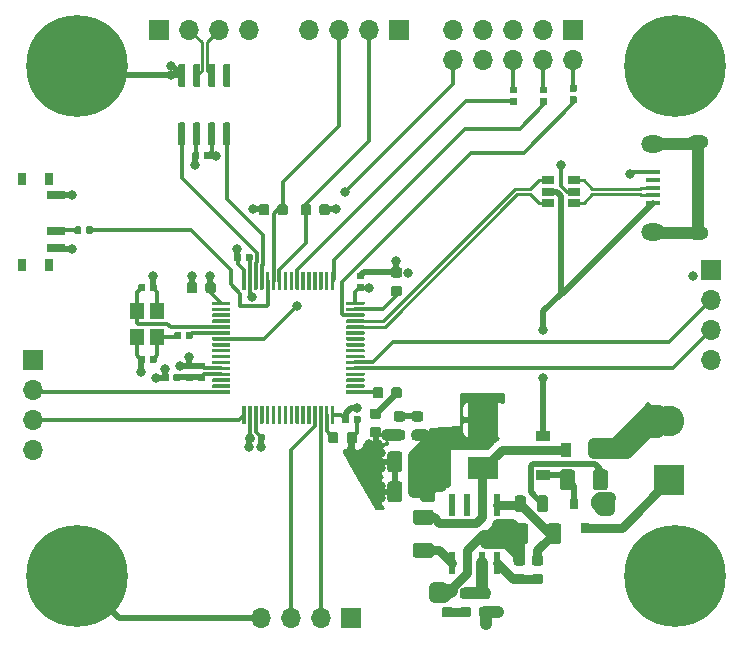
<source format=gbr>
G04 #@! TF.GenerationSoftware,KiCad,Pcbnew,5.1.5+dfsg1-2build2*
G04 #@! TF.CreationDate,2020-10-21T13:18:50+02:00*
G04 #@! TF.ProjectId,test_board,74657374-5f62-46f6-9172-642e6b696361,rev?*
G04 #@! TF.SameCoordinates,Original*
G04 #@! TF.FileFunction,Copper,L1,Top*
G04 #@! TF.FilePolarity,Positive*
%FSLAX46Y46*%
G04 Gerber Fmt 4.6, Leading zero omitted, Abs format (unit mm)*
G04 Created by KiCad (PCBNEW 5.1.5+dfsg1-2build2) date 2020-10-21 13:18:50*
%MOMM*%
%LPD*%
G04 APERTURE LIST*
%ADD10O,1.700000X1.700000*%
%ADD11R,1.700000X1.700000*%
%ADD12C,0.100000*%
%ADD13R,1.200000X0.900000*%
%ADD14R,0.900000X1.200000*%
%ADD15C,0.900000*%
%ADD16C,8.600000*%
%ADD17R,2.600000X2.600000*%
%ADD18C,2.600000*%
%ADD19R,1.300000X0.450000*%
%ADD20O,2.000000X1.450000*%
%ADD21O,1.800000X1.150000*%
%ADD22R,2.500000X1.900000*%
%ADD23R,0.800000X0.900000*%
%ADD24R,1.500000X0.700000*%
%ADD25R,0.800000X1.000000*%
%ADD26R,0.600000X1.970000*%
%ADD27R,1.060000X0.650000*%
%ADD28R,1.200000X1.400000*%
%ADD29C,0.800000*%
%ADD30C,0.300000*%
%ADD31C,0.500000*%
%ADD32C,1.000000*%
%ADD33C,0.750000*%
%ADD34C,0.261112*%
%ADD35C,0.254000*%
G04 APERTURE END LIST*
D10*
X47244000Y-134620000D03*
X49784000Y-134620000D03*
X52324000Y-134620000D03*
D11*
X54864000Y-134620000D03*
D10*
X85344000Y-112776000D03*
X85344000Y-110236000D03*
X85344000Y-107696000D03*
D11*
X85344000Y-105156000D03*
G04 #@! TA.AperFunction,SMDPad,CuDef*
D12*
G36*
X43191691Y-106206053D02*
G01*
X43212926Y-106209203D01*
X43233750Y-106214419D01*
X43253962Y-106221651D01*
X43273368Y-106230830D01*
X43291781Y-106241866D01*
X43309024Y-106254654D01*
X43324930Y-106269070D01*
X43339346Y-106284976D01*
X43352134Y-106302219D01*
X43363170Y-106320632D01*
X43372349Y-106340038D01*
X43379581Y-106360250D01*
X43384797Y-106381074D01*
X43387947Y-106402309D01*
X43389000Y-106423750D01*
X43389000Y-106936250D01*
X43387947Y-106957691D01*
X43384797Y-106978926D01*
X43379581Y-106999750D01*
X43372349Y-107019962D01*
X43363170Y-107039368D01*
X43352134Y-107057781D01*
X43339346Y-107075024D01*
X43324930Y-107090930D01*
X43309024Y-107105346D01*
X43291781Y-107118134D01*
X43273368Y-107129170D01*
X43253962Y-107138349D01*
X43233750Y-107145581D01*
X43212926Y-107150797D01*
X43191691Y-107153947D01*
X43170250Y-107155000D01*
X42732750Y-107155000D01*
X42711309Y-107153947D01*
X42690074Y-107150797D01*
X42669250Y-107145581D01*
X42649038Y-107138349D01*
X42629632Y-107129170D01*
X42611219Y-107118134D01*
X42593976Y-107105346D01*
X42578070Y-107090930D01*
X42563654Y-107075024D01*
X42550866Y-107057781D01*
X42539830Y-107039368D01*
X42530651Y-107019962D01*
X42523419Y-106999750D01*
X42518203Y-106978926D01*
X42515053Y-106957691D01*
X42514000Y-106936250D01*
X42514000Y-106423750D01*
X42515053Y-106402309D01*
X42518203Y-106381074D01*
X42523419Y-106360250D01*
X42530651Y-106340038D01*
X42539830Y-106320632D01*
X42550866Y-106302219D01*
X42563654Y-106284976D01*
X42578070Y-106269070D01*
X42593976Y-106254654D01*
X42611219Y-106241866D01*
X42629632Y-106230830D01*
X42649038Y-106221651D01*
X42669250Y-106214419D01*
X42690074Y-106209203D01*
X42711309Y-106206053D01*
X42732750Y-106205000D01*
X43170250Y-106205000D01*
X43191691Y-106206053D01*
G37*
G04 #@! TD.AperFunction*
G04 #@! TA.AperFunction,SMDPad,CuDef*
G36*
X41616691Y-106206053D02*
G01*
X41637926Y-106209203D01*
X41658750Y-106214419D01*
X41678962Y-106221651D01*
X41698368Y-106230830D01*
X41716781Y-106241866D01*
X41734024Y-106254654D01*
X41749930Y-106269070D01*
X41764346Y-106284976D01*
X41777134Y-106302219D01*
X41788170Y-106320632D01*
X41797349Y-106340038D01*
X41804581Y-106360250D01*
X41809797Y-106381074D01*
X41812947Y-106402309D01*
X41814000Y-106423750D01*
X41814000Y-106936250D01*
X41812947Y-106957691D01*
X41809797Y-106978926D01*
X41804581Y-106999750D01*
X41797349Y-107019962D01*
X41788170Y-107039368D01*
X41777134Y-107057781D01*
X41764346Y-107075024D01*
X41749930Y-107090930D01*
X41734024Y-107105346D01*
X41716781Y-107118134D01*
X41698368Y-107129170D01*
X41678962Y-107138349D01*
X41658750Y-107145581D01*
X41637926Y-107150797D01*
X41616691Y-107153947D01*
X41595250Y-107155000D01*
X41157750Y-107155000D01*
X41136309Y-107153947D01*
X41115074Y-107150797D01*
X41094250Y-107145581D01*
X41074038Y-107138349D01*
X41054632Y-107129170D01*
X41036219Y-107118134D01*
X41018976Y-107105346D01*
X41003070Y-107090930D01*
X40988654Y-107075024D01*
X40975866Y-107057781D01*
X40964830Y-107039368D01*
X40955651Y-107019962D01*
X40948419Y-106999750D01*
X40943203Y-106978926D01*
X40940053Y-106957691D01*
X40939000Y-106936250D01*
X40939000Y-106423750D01*
X40940053Y-106402309D01*
X40943203Y-106381074D01*
X40948419Y-106360250D01*
X40955651Y-106340038D01*
X40964830Y-106320632D01*
X40975866Y-106302219D01*
X40988654Y-106284976D01*
X41003070Y-106269070D01*
X41018976Y-106254654D01*
X41036219Y-106241866D01*
X41054632Y-106230830D01*
X41074038Y-106221651D01*
X41094250Y-106214419D01*
X41115074Y-106209203D01*
X41136309Y-106206053D01*
X41157750Y-106205000D01*
X41595250Y-106205000D01*
X41616691Y-106206053D01*
G37*
G04 #@! TD.AperFunction*
G04 #@! TA.AperFunction,SMDPad,CuDef*
G36*
X55155191Y-118906053D02*
G01*
X55176426Y-118909203D01*
X55197250Y-118914419D01*
X55217462Y-118921651D01*
X55236868Y-118930830D01*
X55255281Y-118941866D01*
X55272524Y-118954654D01*
X55288430Y-118969070D01*
X55302846Y-118984976D01*
X55315634Y-119002219D01*
X55326670Y-119020632D01*
X55335849Y-119040038D01*
X55343081Y-119060250D01*
X55348297Y-119081074D01*
X55351447Y-119102309D01*
X55352500Y-119123750D01*
X55352500Y-119636250D01*
X55351447Y-119657691D01*
X55348297Y-119678926D01*
X55343081Y-119699750D01*
X55335849Y-119719962D01*
X55326670Y-119739368D01*
X55315634Y-119757781D01*
X55302846Y-119775024D01*
X55288430Y-119790930D01*
X55272524Y-119805346D01*
X55255281Y-119818134D01*
X55236868Y-119829170D01*
X55217462Y-119838349D01*
X55197250Y-119845581D01*
X55176426Y-119850797D01*
X55155191Y-119853947D01*
X55133750Y-119855000D01*
X54696250Y-119855000D01*
X54674809Y-119853947D01*
X54653574Y-119850797D01*
X54632750Y-119845581D01*
X54612538Y-119838349D01*
X54593132Y-119829170D01*
X54574719Y-119818134D01*
X54557476Y-119805346D01*
X54541570Y-119790930D01*
X54527154Y-119775024D01*
X54514366Y-119757781D01*
X54503330Y-119739368D01*
X54494151Y-119719962D01*
X54486919Y-119699750D01*
X54481703Y-119678926D01*
X54478553Y-119657691D01*
X54477500Y-119636250D01*
X54477500Y-119123750D01*
X54478553Y-119102309D01*
X54481703Y-119081074D01*
X54486919Y-119060250D01*
X54494151Y-119040038D01*
X54503330Y-119020632D01*
X54514366Y-119002219D01*
X54527154Y-118984976D01*
X54541570Y-118969070D01*
X54557476Y-118954654D01*
X54574719Y-118941866D01*
X54593132Y-118930830D01*
X54612538Y-118921651D01*
X54632750Y-118914419D01*
X54653574Y-118909203D01*
X54674809Y-118906053D01*
X54696250Y-118905000D01*
X55133750Y-118905000D01*
X55155191Y-118906053D01*
G37*
G04 #@! TD.AperFunction*
G04 #@! TA.AperFunction,SMDPad,CuDef*
G36*
X53580191Y-118906053D02*
G01*
X53601426Y-118909203D01*
X53622250Y-118914419D01*
X53642462Y-118921651D01*
X53661868Y-118930830D01*
X53680281Y-118941866D01*
X53697524Y-118954654D01*
X53713430Y-118969070D01*
X53727846Y-118984976D01*
X53740634Y-119002219D01*
X53751670Y-119020632D01*
X53760849Y-119040038D01*
X53768081Y-119060250D01*
X53773297Y-119081074D01*
X53776447Y-119102309D01*
X53777500Y-119123750D01*
X53777500Y-119636250D01*
X53776447Y-119657691D01*
X53773297Y-119678926D01*
X53768081Y-119699750D01*
X53760849Y-119719962D01*
X53751670Y-119739368D01*
X53740634Y-119757781D01*
X53727846Y-119775024D01*
X53713430Y-119790930D01*
X53697524Y-119805346D01*
X53680281Y-119818134D01*
X53661868Y-119829170D01*
X53642462Y-119838349D01*
X53622250Y-119845581D01*
X53601426Y-119850797D01*
X53580191Y-119853947D01*
X53558750Y-119855000D01*
X53121250Y-119855000D01*
X53099809Y-119853947D01*
X53078574Y-119850797D01*
X53057750Y-119845581D01*
X53037538Y-119838349D01*
X53018132Y-119829170D01*
X52999719Y-119818134D01*
X52982476Y-119805346D01*
X52966570Y-119790930D01*
X52952154Y-119775024D01*
X52939366Y-119757781D01*
X52928330Y-119739368D01*
X52919151Y-119719962D01*
X52911919Y-119699750D01*
X52906703Y-119678926D01*
X52903553Y-119657691D01*
X52902500Y-119636250D01*
X52902500Y-119123750D01*
X52903553Y-119102309D01*
X52906703Y-119081074D01*
X52911919Y-119060250D01*
X52919151Y-119040038D01*
X52928330Y-119020632D01*
X52939366Y-119002219D01*
X52952154Y-118984976D01*
X52966570Y-118969070D01*
X52982476Y-118954654D01*
X52999719Y-118941866D01*
X53018132Y-118930830D01*
X53037538Y-118921651D01*
X53057750Y-118914419D01*
X53078574Y-118909203D01*
X53099809Y-118906053D01*
X53121250Y-118905000D01*
X53558750Y-118905000D01*
X53580191Y-118906053D01*
G37*
G04 #@! TD.AperFunction*
G04 #@! TA.AperFunction,SMDPad,CuDef*
G36*
X46412958Y-119060710D02*
G01*
X46427276Y-119062834D01*
X46441317Y-119066351D01*
X46454946Y-119071228D01*
X46468031Y-119077417D01*
X46480447Y-119084858D01*
X46492073Y-119093481D01*
X46502798Y-119103202D01*
X46512519Y-119113927D01*
X46521142Y-119125553D01*
X46528583Y-119137969D01*
X46534772Y-119151054D01*
X46539649Y-119164683D01*
X46543166Y-119178724D01*
X46545290Y-119193042D01*
X46546000Y-119207500D01*
X46546000Y-119552500D01*
X46545290Y-119566958D01*
X46543166Y-119581276D01*
X46539649Y-119595317D01*
X46534772Y-119608946D01*
X46528583Y-119622031D01*
X46521142Y-119634447D01*
X46512519Y-119646073D01*
X46502798Y-119656798D01*
X46492073Y-119666519D01*
X46480447Y-119675142D01*
X46468031Y-119682583D01*
X46454946Y-119688772D01*
X46441317Y-119693649D01*
X46427276Y-119697166D01*
X46412958Y-119699290D01*
X46398500Y-119700000D01*
X46103500Y-119700000D01*
X46089042Y-119699290D01*
X46074724Y-119697166D01*
X46060683Y-119693649D01*
X46047054Y-119688772D01*
X46033969Y-119682583D01*
X46021553Y-119675142D01*
X46009927Y-119666519D01*
X45999202Y-119656798D01*
X45989481Y-119646073D01*
X45980858Y-119634447D01*
X45973417Y-119622031D01*
X45967228Y-119608946D01*
X45962351Y-119595317D01*
X45958834Y-119581276D01*
X45956710Y-119566958D01*
X45956000Y-119552500D01*
X45956000Y-119207500D01*
X45956710Y-119193042D01*
X45958834Y-119178724D01*
X45962351Y-119164683D01*
X45967228Y-119151054D01*
X45973417Y-119137969D01*
X45980858Y-119125553D01*
X45989481Y-119113927D01*
X45999202Y-119103202D01*
X46009927Y-119093481D01*
X46021553Y-119084858D01*
X46033969Y-119077417D01*
X46047054Y-119071228D01*
X46060683Y-119066351D01*
X46074724Y-119062834D01*
X46089042Y-119060710D01*
X46103500Y-119060000D01*
X46398500Y-119060000D01*
X46412958Y-119060710D01*
G37*
G04 #@! TD.AperFunction*
G04 #@! TA.AperFunction,SMDPad,CuDef*
G36*
X47382958Y-119060710D02*
G01*
X47397276Y-119062834D01*
X47411317Y-119066351D01*
X47424946Y-119071228D01*
X47438031Y-119077417D01*
X47450447Y-119084858D01*
X47462073Y-119093481D01*
X47472798Y-119103202D01*
X47482519Y-119113927D01*
X47491142Y-119125553D01*
X47498583Y-119137969D01*
X47504772Y-119151054D01*
X47509649Y-119164683D01*
X47513166Y-119178724D01*
X47515290Y-119193042D01*
X47516000Y-119207500D01*
X47516000Y-119552500D01*
X47515290Y-119566958D01*
X47513166Y-119581276D01*
X47509649Y-119595317D01*
X47504772Y-119608946D01*
X47498583Y-119622031D01*
X47491142Y-119634447D01*
X47482519Y-119646073D01*
X47472798Y-119656798D01*
X47462073Y-119666519D01*
X47450447Y-119675142D01*
X47438031Y-119682583D01*
X47424946Y-119688772D01*
X47411317Y-119693649D01*
X47397276Y-119697166D01*
X47382958Y-119699290D01*
X47368500Y-119700000D01*
X47073500Y-119700000D01*
X47059042Y-119699290D01*
X47044724Y-119697166D01*
X47030683Y-119693649D01*
X47017054Y-119688772D01*
X47003969Y-119682583D01*
X46991553Y-119675142D01*
X46979927Y-119666519D01*
X46969202Y-119656798D01*
X46959481Y-119646073D01*
X46950858Y-119634447D01*
X46943417Y-119622031D01*
X46937228Y-119608946D01*
X46932351Y-119595317D01*
X46928834Y-119581276D01*
X46926710Y-119566958D01*
X46926000Y-119552500D01*
X46926000Y-119207500D01*
X46926710Y-119193042D01*
X46928834Y-119178724D01*
X46932351Y-119164683D01*
X46937228Y-119151054D01*
X46943417Y-119137969D01*
X46950858Y-119125553D01*
X46959481Y-119113927D01*
X46969202Y-119103202D01*
X46979927Y-119093481D01*
X46991553Y-119084858D01*
X47003969Y-119077417D01*
X47017054Y-119071228D01*
X47030683Y-119066351D01*
X47044724Y-119062834D01*
X47059042Y-119060710D01*
X47073500Y-119060000D01*
X47368500Y-119060000D01*
X47382958Y-119060710D01*
G37*
G04 #@! TD.AperFunction*
G04 #@! TA.AperFunction,SMDPad,CuDef*
G36*
X58951691Y-106523053D02*
G01*
X58972926Y-106526203D01*
X58993750Y-106531419D01*
X59013962Y-106538651D01*
X59033368Y-106547830D01*
X59051781Y-106558866D01*
X59069024Y-106571654D01*
X59084930Y-106586070D01*
X59099346Y-106601976D01*
X59112134Y-106619219D01*
X59123170Y-106637632D01*
X59132349Y-106657038D01*
X59139581Y-106677250D01*
X59144797Y-106698074D01*
X59147947Y-106719309D01*
X59149000Y-106740750D01*
X59149000Y-107178250D01*
X59147947Y-107199691D01*
X59144797Y-107220926D01*
X59139581Y-107241750D01*
X59132349Y-107261962D01*
X59123170Y-107281368D01*
X59112134Y-107299781D01*
X59099346Y-107317024D01*
X59084930Y-107332930D01*
X59069024Y-107347346D01*
X59051781Y-107360134D01*
X59033368Y-107371170D01*
X59013962Y-107380349D01*
X58993750Y-107387581D01*
X58972926Y-107392797D01*
X58951691Y-107395947D01*
X58930250Y-107397000D01*
X58417750Y-107397000D01*
X58396309Y-107395947D01*
X58375074Y-107392797D01*
X58354250Y-107387581D01*
X58334038Y-107380349D01*
X58314632Y-107371170D01*
X58296219Y-107360134D01*
X58278976Y-107347346D01*
X58263070Y-107332930D01*
X58248654Y-107317024D01*
X58235866Y-107299781D01*
X58224830Y-107281368D01*
X58215651Y-107261962D01*
X58208419Y-107241750D01*
X58203203Y-107220926D01*
X58200053Y-107199691D01*
X58199000Y-107178250D01*
X58199000Y-106740750D01*
X58200053Y-106719309D01*
X58203203Y-106698074D01*
X58208419Y-106677250D01*
X58215651Y-106657038D01*
X58224830Y-106637632D01*
X58235866Y-106619219D01*
X58248654Y-106601976D01*
X58263070Y-106586070D01*
X58278976Y-106571654D01*
X58296219Y-106558866D01*
X58314632Y-106547830D01*
X58334038Y-106538651D01*
X58354250Y-106531419D01*
X58375074Y-106526203D01*
X58396309Y-106523053D01*
X58417750Y-106522000D01*
X58930250Y-106522000D01*
X58951691Y-106523053D01*
G37*
G04 #@! TD.AperFunction*
G04 #@! TA.AperFunction,SMDPad,CuDef*
G36*
X58951691Y-104948053D02*
G01*
X58972926Y-104951203D01*
X58993750Y-104956419D01*
X59013962Y-104963651D01*
X59033368Y-104972830D01*
X59051781Y-104983866D01*
X59069024Y-104996654D01*
X59084930Y-105011070D01*
X59099346Y-105026976D01*
X59112134Y-105044219D01*
X59123170Y-105062632D01*
X59132349Y-105082038D01*
X59139581Y-105102250D01*
X59144797Y-105123074D01*
X59147947Y-105144309D01*
X59149000Y-105165750D01*
X59149000Y-105603250D01*
X59147947Y-105624691D01*
X59144797Y-105645926D01*
X59139581Y-105666750D01*
X59132349Y-105686962D01*
X59123170Y-105706368D01*
X59112134Y-105724781D01*
X59099346Y-105742024D01*
X59084930Y-105757930D01*
X59069024Y-105772346D01*
X59051781Y-105785134D01*
X59033368Y-105796170D01*
X59013962Y-105805349D01*
X58993750Y-105812581D01*
X58972926Y-105817797D01*
X58951691Y-105820947D01*
X58930250Y-105822000D01*
X58417750Y-105822000D01*
X58396309Y-105820947D01*
X58375074Y-105817797D01*
X58354250Y-105812581D01*
X58334038Y-105805349D01*
X58314632Y-105796170D01*
X58296219Y-105785134D01*
X58278976Y-105772346D01*
X58263070Y-105757930D01*
X58248654Y-105742024D01*
X58235866Y-105724781D01*
X58224830Y-105706368D01*
X58215651Y-105686962D01*
X58208419Y-105666750D01*
X58203203Y-105645926D01*
X58200053Y-105624691D01*
X58199000Y-105603250D01*
X58199000Y-105165750D01*
X58200053Y-105144309D01*
X58203203Y-105123074D01*
X58208419Y-105102250D01*
X58215651Y-105082038D01*
X58224830Y-105062632D01*
X58235866Y-105044219D01*
X58248654Y-105026976D01*
X58263070Y-105011070D01*
X58278976Y-104996654D01*
X58296219Y-104983866D01*
X58314632Y-104972830D01*
X58334038Y-104963651D01*
X58354250Y-104956419D01*
X58375074Y-104951203D01*
X58396309Y-104948053D01*
X58417750Y-104947000D01*
X58930250Y-104947000D01*
X58951691Y-104948053D01*
G37*
G04 #@! TD.AperFunction*
G04 #@! TA.AperFunction,SMDPad,CuDef*
G36*
X54540958Y-117536710D02*
G01*
X54555276Y-117538834D01*
X54569317Y-117542351D01*
X54582946Y-117547228D01*
X54596031Y-117553417D01*
X54608447Y-117560858D01*
X54620073Y-117569481D01*
X54630798Y-117579202D01*
X54640519Y-117589927D01*
X54649142Y-117601553D01*
X54656583Y-117613969D01*
X54662772Y-117627054D01*
X54667649Y-117640683D01*
X54671166Y-117654724D01*
X54673290Y-117669042D01*
X54674000Y-117683500D01*
X54674000Y-118028500D01*
X54673290Y-118042958D01*
X54671166Y-118057276D01*
X54667649Y-118071317D01*
X54662772Y-118084946D01*
X54656583Y-118098031D01*
X54649142Y-118110447D01*
X54640519Y-118122073D01*
X54630798Y-118132798D01*
X54620073Y-118142519D01*
X54608447Y-118151142D01*
X54596031Y-118158583D01*
X54582946Y-118164772D01*
X54569317Y-118169649D01*
X54555276Y-118173166D01*
X54540958Y-118175290D01*
X54526500Y-118176000D01*
X54231500Y-118176000D01*
X54217042Y-118175290D01*
X54202724Y-118173166D01*
X54188683Y-118169649D01*
X54175054Y-118164772D01*
X54161969Y-118158583D01*
X54149553Y-118151142D01*
X54137927Y-118142519D01*
X54127202Y-118132798D01*
X54117481Y-118122073D01*
X54108858Y-118110447D01*
X54101417Y-118098031D01*
X54095228Y-118084946D01*
X54090351Y-118071317D01*
X54086834Y-118057276D01*
X54084710Y-118042958D01*
X54084000Y-118028500D01*
X54084000Y-117683500D01*
X54084710Y-117669042D01*
X54086834Y-117654724D01*
X54090351Y-117640683D01*
X54095228Y-117627054D01*
X54101417Y-117613969D01*
X54108858Y-117601553D01*
X54117481Y-117589927D01*
X54127202Y-117579202D01*
X54137927Y-117569481D01*
X54149553Y-117560858D01*
X54161969Y-117553417D01*
X54175054Y-117547228D01*
X54188683Y-117542351D01*
X54202724Y-117538834D01*
X54217042Y-117536710D01*
X54231500Y-117536000D01*
X54526500Y-117536000D01*
X54540958Y-117536710D01*
G37*
G04 #@! TD.AperFunction*
G04 #@! TA.AperFunction,SMDPad,CuDef*
G36*
X55510958Y-117536710D02*
G01*
X55525276Y-117538834D01*
X55539317Y-117542351D01*
X55552946Y-117547228D01*
X55566031Y-117553417D01*
X55578447Y-117560858D01*
X55590073Y-117569481D01*
X55600798Y-117579202D01*
X55610519Y-117589927D01*
X55619142Y-117601553D01*
X55626583Y-117613969D01*
X55632772Y-117627054D01*
X55637649Y-117640683D01*
X55641166Y-117654724D01*
X55643290Y-117669042D01*
X55644000Y-117683500D01*
X55644000Y-118028500D01*
X55643290Y-118042958D01*
X55641166Y-118057276D01*
X55637649Y-118071317D01*
X55632772Y-118084946D01*
X55626583Y-118098031D01*
X55619142Y-118110447D01*
X55610519Y-118122073D01*
X55600798Y-118132798D01*
X55590073Y-118142519D01*
X55578447Y-118151142D01*
X55566031Y-118158583D01*
X55552946Y-118164772D01*
X55539317Y-118169649D01*
X55525276Y-118173166D01*
X55510958Y-118175290D01*
X55496500Y-118176000D01*
X55201500Y-118176000D01*
X55187042Y-118175290D01*
X55172724Y-118173166D01*
X55158683Y-118169649D01*
X55145054Y-118164772D01*
X55131969Y-118158583D01*
X55119553Y-118151142D01*
X55107927Y-118142519D01*
X55097202Y-118132798D01*
X55087481Y-118122073D01*
X55078858Y-118110447D01*
X55071417Y-118098031D01*
X55065228Y-118084946D01*
X55060351Y-118071317D01*
X55056834Y-118057276D01*
X55054710Y-118042958D01*
X55054000Y-118028500D01*
X55054000Y-117683500D01*
X55054710Y-117669042D01*
X55056834Y-117654724D01*
X55060351Y-117640683D01*
X55065228Y-117627054D01*
X55071417Y-117613969D01*
X55078858Y-117601553D01*
X55087481Y-117589927D01*
X55097202Y-117579202D01*
X55107927Y-117569481D01*
X55119553Y-117560858D01*
X55131969Y-117553417D01*
X55145054Y-117547228D01*
X55158683Y-117542351D01*
X55172724Y-117538834D01*
X55187042Y-117536710D01*
X55201500Y-117536000D01*
X55496500Y-117536000D01*
X55510958Y-117536710D01*
G37*
G04 #@! TD.AperFunction*
G04 #@! TA.AperFunction,SMDPad,CuDef*
G36*
X55812958Y-106362710D02*
G01*
X55827276Y-106364834D01*
X55841317Y-106368351D01*
X55854946Y-106373228D01*
X55868031Y-106379417D01*
X55880447Y-106386858D01*
X55892073Y-106395481D01*
X55902798Y-106405202D01*
X55912519Y-106415927D01*
X55921142Y-106427553D01*
X55928583Y-106439969D01*
X55934772Y-106453054D01*
X55939649Y-106466683D01*
X55943166Y-106480724D01*
X55945290Y-106495042D01*
X55946000Y-106509500D01*
X55946000Y-106804500D01*
X55945290Y-106818958D01*
X55943166Y-106833276D01*
X55939649Y-106847317D01*
X55934772Y-106860946D01*
X55928583Y-106874031D01*
X55921142Y-106886447D01*
X55912519Y-106898073D01*
X55902798Y-106908798D01*
X55892073Y-106918519D01*
X55880447Y-106927142D01*
X55868031Y-106934583D01*
X55854946Y-106940772D01*
X55841317Y-106945649D01*
X55827276Y-106949166D01*
X55812958Y-106951290D01*
X55798500Y-106952000D01*
X55453500Y-106952000D01*
X55439042Y-106951290D01*
X55424724Y-106949166D01*
X55410683Y-106945649D01*
X55397054Y-106940772D01*
X55383969Y-106934583D01*
X55371553Y-106927142D01*
X55359927Y-106918519D01*
X55349202Y-106908798D01*
X55339481Y-106898073D01*
X55330858Y-106886447D01*
X55323417Y-106874031D01*
X55317228Y-106860946D01*
X55312351Y-106847317D01*
X55308834Y-106833276D01*
X55306710Y-106818958D01*
X55306000Y-106804500D01*
X55306000Y-106509500D01*
X55306710Y-106495042D01*
X55308834Y-106480724D01*
X55312351Y-106466683D01*
X55317228Y-106453054D01*
X55323417Y-106439969D01*
X55330858Y-106427553D01*
X55339481Y-106415927D01*
X55349202Y-106405202D01*
X55359927Y-106395481D01*
X55371553Y-106386858D01*
X55383969Y-106379417D01*
X55397054Y-106373228D01*
X55410683Y-106368351D01*
X55424724Y-106364834D01*
X55439042Y-106362710D01*
X55453500Y-106362000D01*
X55798500Y-106362000D01*
X55812958Y-106362710D01*
G37*
G04 #@! TD.AperFunction*
G04 #@! TA.AperFunction,SMDPad,CuDef*
G36*
X55812958Y-105392710D02*
G01*
X55827276Y-105394834D01*
X55841317Y-105398351D01*
X55854946Y-105403228D01*
X55868031Y-105409417D01*
X55880447Y-105416858D01*
X55892073Y-105425481D01*
X55902798Y-105435202D01*
X55912519Y-105445927D01*
X55921142Y-105457553D01*
X55928583Y-105469969D01*
X55934772Y-105483054D01*
X55939649Y-105496683D01*
X55943166Y-105510724D01*
X55945290Y-105525042D01*
X55946000Y-105539500D01*
X55946000Y-105834500D01*
X55945290Y-105848958D01*
X55943166Y-105863276D01*
X55939649Y-105877317D01*
X55934772Y-105890946D01*
X55928583Y-105904031D01*
X55921142Y-105916447D01*
X55912519Y-105928073D01*
X55902798Y-105938798D01*
X55892073Y-105948519D01*
X55880447Y-105957142D01*
X55868031Y-105964583D01*
X55854946Y-105970772D01*
X55841317Y-105975649D01*
X55827276Y-105979166D01*
X55812958Y-105981290D01*
X55798500Y-105982000D01*
X55453500Y-105982000D01*
X55439042Y-105981290D01*
X55424724Y-105979166D01*
X55410683Y-105975649D01*
X55397054Y-105970772D01*
X55383969Y-105964583D01*
X55371553Y-105957142D01*
X55359927Y-105948519D01*
X55349202Y-105938798D01*
X55339481Y-105928073D01*
X55330858Y-105916447D01*
X55323417Y-105904031D01*
X55317228Y-105890946D01*
X55312351Y-105877317D01*
X55308834Y-105863276D01*
X55306710Y-105848958D01*
X55306000Y-105834500D01*
X55306000Y-105539500D01*
X55306710Y-105525042D01*
X55308834Y-105510724D01*
X55312351Y-105496683D01*
X55317228Y-105483054D01*
X55323417Y-105469969D01*
X55330858Y-105457553D01*
X55339481Y-105445927D01*
X55349202Y-105435202D01*
X55359927Y-105425481D01*
X55371553Y-105416858D01*
X55383969Y-105409417D01*
X55397054Y-105403228D01*
X55410683Y-105398351D01*
X55424724Y-105394834D01*
X55439042Y-105392710D01*
X55453500Y-105392000D01*
X55798500Y-105392000D01*
X55812958Y-105392710D01*
G37*
G04 #@! TD.AperFunction*
G04 #@! TA.AperFunction,SMDPad,CuDef*
G36*
X72411504Y-126634204D02*
G01*
X72435773Y-126637804D01*
X72459571Y-126643765D01*
X72482671Y-126652030D01*
X72504849Y-126662520D01*
X72525893Y-126675133D01*
X72545598Y-126689747D01*
X72563777Y-126706223D01*
X72580253Y-126724402D01*
X72594867Y-126744107D01*
X72607480Y-126765151D01*
X72617970Y-126787329D01*
X72626235Y-126810429D01*
X72632196Y-126834227D01*
X72635796Y-126858496D01*
X72637000Y-126883000D01*
X72637000Y-128133000D01*
X72635796Y-128157504D01*
X72632196Y-128181773D01*
X72626235Y-128205571D01*
X72617970Y-128228671D01*
X72607480Y-128250849D01*
X72594867Y-128271893D01*
X72580253Y-128291598D01*
X72563777Y-128309777D01*
X72545598Y-128326253D01*
X72525893Y-128340867D01*
X72504849Y-128353480D01*
X72482671Y-128363970D01*
X72459571Y-128372235D01*
X72435773Y-128378196D01*
X72411504Y-128381796D01*
X72387000Y-128383000D01*
X71637000Y-128383000D01*
X71612496Y-128381796D01*
X71588227Y-128378196D01*
X71564429Y-128372235D01*
X71541329Y-128363970D01*
X71519151Y-128353480D01*
X71498107Y-128340867D01*
X71478402Y-128326253D01*
X71460223Y-128309777D01*
X71443747Y-128291598D01*
X71429133Y-128271893D01*
X71416520Y-128250849D01*
X71406030Y-128228671D01*
X71397765Y-128205571D01*
X71391804Y-128181773D01*
X71388204Y-128157504D01*
X71387000Y-128133000D01*
X71387000Y-126883000D01*
X71388204Y-126858496D01*
X71391804Y-126834227D01*
X71397765Y-126810429D01*
X71406030Y-126787329D01*
X71416520Y-126765151D01*
X71429133Y-126744107D01*
X71443747Y-126724402D01*
X71460223Y-126706223D01*
X71478402Y-126689747D01*
X71498107Y-126675133D01*
X71519151Y-126662520D01*
X71541329Y-126652030D01*
X71564429Y-126643765D01*
X71588227Y-126637804D01*
X71612496Y-126634204D01*
X71637000Y-126633000D01*
X72387000Y-126633000D01*
X72411504Y-126634204D01*
G37*
G04 #@! TD.AperFunction*
G04 #@! TA.AperFunction,SMDPad,CuDef*
G36*
X69611504Y-126634204D02*
G01*
X69635773Y-126637804D01*
X69659571Y-126643765D01*
X69682671Y-126652030D01*
X69704849Y-126662520D01*
X69725893Y-126675133D01*
X69745598Y-126689747D01*
X69763777Y-126706223D01*
X69780253Y-126724402D01*
X69794867Y-126744107D01*
X69807480Y-126765151D01*
X69817970Y-126787329D01*
X69826235Y-126810429D01*
X69832196Y-126834227D01*
X69835796Y-126858496D01*
X69837000Y-126883000D01*
X69837000Y-128133000D01*
X69835796Y-128157504D01*
X69832196Y-128181773D01*
X69826235Y-128205571D01*
X69817970Y-128228671D01*
X69807480Y-128250849D01*
X69794867Y-128271893D01*
X69780253Y-128291598D01*
X69763777Y-128309777D01*
X69745598Y-128326253D01*
X69725893Y-128340867D01*
X69704849Y-128353480D01*
X69682671Y-128363970D01*
X69659571Y-128372235D01*
X69635773Y-128378196D01*
X69611504Y-128381796D01*
X69587000Y-128383000D01*
X68837000Y-128383000D01*
X68812496Y-128381796D01*
X68788227Y-128378196D01*
X68764429Y-128372235D01*
X68741329Y-128363970D01*
X68719151Y-128353480D01*
X68698107Y-128340867D01*
X68678402Y-128326253D01*
X68660223Y-128309777D01*
X68643747Y-128291598D01*
X68629133Y-128271893D01*
X68616520Y-128250849D01*
X68606030Y-128228671D01*
X68597765Y-128205571D01*
X68591804Y-128181773D01*
X68588204Y-128157504D01*
X68587000Y-128133000D01*
X68587000Y-126883000D01*
X68588204Y-126858496D01*
X68591804Y-126834227D01*
X68597765Y-126810429D01*
X68606030Y-126787329D01*
X68616520Y-126765151D01*
X68629133Y-126744107D01*
X68643747Y-126724402D01*
X68660223Y-126706223D01*
X68678402Y-126689747D01*
X68698107Y-126675133D01*
X68719151Y-126662520D01*
X68741329Y-126652030D01*
X68764429Y-126643765D01*
X68788227Y-126637804D01*
X68812496Y-126634204D01*
X68837000Y-126633000D01*
X69587000Y-126633000D01*
X69611504Y-126634204D01*
G37*
G04 #@! TD.AperFunction*
G04 #@! TA.AperFunction,SMDPad,CuDef*
G36*
X46366958Y-103820710D02*
G01*
X46381276Y-103822834D01*
X46395317Y-103826351D01*
X46408946Y-103831228D01*
X46422031Y-103837417D01*
X46434447Y-103844858D01*
X46446073Y-103853481D01*
X46456798Y-103863202D01*
X46466519Y-103873927D01*
X46475142Y-103885553D01*
X46482583Y-103897969D01*
X46488772Y-103911054D01*
X46493649Y-103924683D01*
X46497166Y-103938724D01*
X46499290Y-103953042D01*
X46500000Y-103967500D01*
X46500000Y-104312500D01*
X46499290Y-104326958D01*
X46497166Y-104341276D01*
X46493649Y-104355317D01*
X46488772Y-104368946D01*
X46482583Y-104382031D01*
X46475142Y-104394447D01*
X46466519Y-104406073D01*
X46456798Y-104416798D01*
X46446073Y-104426519D01*
X46434447Y-104435142D01*
X46422031Y-104442583D01*
X46408946Y-104448772D01*
X46395317Y-104453649D01*
X46381276Y-104457166D01*
X46366958Y-104459290D01*
X46352500Y-104460000D01*
X46057500Y-104460000D01*
X46043042Y-104459290D01*
X46028724Y-104457166D01*
X46014683Y-104453649D01*
X46001054Y-104448772D01*
X45987969Y-104442583D01*
X45975553Y-104435142D01*
X45963927Y-104426519D01*
X45953202Y-104416798D01*
X45943481Y-104406073D01*
X45934858Y-104394447D01*
X45927417Y-104382031D01*
X45921228Y-104368946D01*
X45916351Y-104355317D01*
X45912834Y-104341276D01*
X45910710Y-104326958D01*
X45910000Y-104312500D01*
X45910000Y-103967500D01*
X45910710Y-103953042D01*
X45912834Y-103938724D01*
X45916351Y-103924683D01*
X45921228Y-103911054D01*
X45927417Y-103897969D01*
X45934858Y-103885553D01*
X45943481Y-103873927D01*
X45953202Y-103863202D01*
X45963927Y-103853481D01*
X45975553Y-103844858D01*
X45987969Y-103837417D01*
X46001054Y-103831228D01*
X46014683Y-103826351D01*
X46028724Y-103822834D01*
X46043042Y-103820710D01*
X46057500Y-103820000D01*
X46352500Y-103820000D01*
X46366958Y-103820710D01*
G37*
G04 #@! TD.AperFunction*
G04 #@! TA.AperFunction,SMDPad,CuDef*
G36*
X45396958Y-103820710D02*
G01*
X45411276Y-103822834D01*
X45425317Y-103826351D01*
X45438946Y-103831228D01*
X45452031Y-103837417D01*
X45464447Y-103844858D01*
X45476073Y-103853481D01*
X45486798Y-103863202D01*
X45496519Y-103873927D01*
X45505142Y-103885553D01*
X45512583Y-103897969D01*
X45518772Y-103911054D01*
X45523649Y-103924683D01*
X45527166Y-103938724D01*
X45529290Y-103953042D01*
X45530000Y-103967500D01*
X45530000Y-104312500D01*
X45529290Y-104326958D01*
X45527166Y-104341276D01*
X45523649Y-104355317D01*
X45518772Y-104368946D01*
X45512583Y-104382031D01*
X45505142Y-104394447D01*
X45496519Y-104406073D01*
X45486798Y-104416798D01*
X45476073Y-104426519D01*
X45464447Y-104435142D01*
X45452031Y-104442583D01*
X45438946Y-104448772D01*
X45425317Y-104453649D01*
X45411276Y-104457166D01*
X45396958Y-104459290D01*
X45382500Y-104460000D01*
X45087500Y-104460000D01*
X45073042Y-104459290D01*
X45058724Y-104457166D01*
X45044683Y-104453649D01*
X45031054Y-104448772D01*
X45017969Y-104442583D01*
X45005553Y-104435142D01*
X44993927Y-104426519D01*
X44983202Y-104416798D01*
X44973481Y-104406073D01*
X44964858Y-104394447D01*
X44957417Y-104382031D01*
X44951228Y-104368946D01*
X44946351Y-104355317D01*
X44942834Y-104341276D01*
X44940710Y-104326958D01*
X44940000Y-104312500D01*
X44940000Y-103967500D01*
X44940710Y-103953042D01*
X44942834Y-103938724D01*
X44946351Y-103924683D01*
X44951228Y-103911054D01*
X44957417Y-103897969D01*
X44964858Y-103885553D01*
X44973481Y-103873927D01*
X44983202Y-103863202D01*
X44993927Y-103853481D01*
X45005553Y-103844858D01*
X45017969Y-103837417D01*
X45031054Y-103831228D01*
X45044683Y-103826351D01*
X45058724Y-103822834D01*
X45073042Y-103820710D01*
X45087500Y-103820000D01*
X45382500Y-103820000D01*
X45396958Y-103820710D01*
G37*
G04 #@! TD.AperFunction*
G04 #@! TA.AperFunction,SMDPad,CuDef*
G36*
X41334958Y-113982710D02*
G01*
X41349276Y-113984834D01*
X41363317Y-113988351D01*
X41376946Y-113993228D01*
X41390031Y-113999417D01*
X41402447Y-114006858D01*
X41414073Y-114015481D01*
X41424798Y-114025202D01*
X41434519Y-114035927D01*
X41443142Y-114047553D01*
X41450583Y-114059969D01*
X41456772Y-114073054D01*
X41461649Y-114086683D01*
X41465166Y-114100724D01*
X41467290Y-114115042D01*
X41468000Y-114129500D01*
X41468000Y-114424500D01*
X41467290Y-114438958D01*
X41465166Y-114453276D01*
X41461649Y-114467317D01*
X41456772Y-114480946D01*
X41450583Y-114494031D01*
X41443142Y-114506447D01*
X41434519Y-114518073D01*
X41424798Y-114528798D01*
X41414073Y-114538519D01*
X41402447Y-114547142D01*
X41390031Y-114554583D01*
X41376946Y-114560772D01*
X41363317Y-114565649D01*
X41349276Y-114569166D01*
X41334958Y-114571290D01*
X41320500Y-114572000D01*
X40975500Y-114572000D01*
X40961042Y-114571290D01*
X40946724Y-114569166D01*
X40932683Y-114565649D01*
X40919054Y-114560772D01*
X40905969Y-114554583D01*
X40893553Y-114547142D01*
X40881927Y-114538519D01*
X40871202Y-114528798D01*
X40861481Y-114518073D01*
X40852858Y-114506447D01*
X40845417Y-114494031D01*
X40839228Y-114480946D01*
X40834351Y-114467317D01*
X40830834Y-114453276D01*
X40828710Y-114438958D01*
X40828000Y-114424500D01*
X40828000Y-114129500D01*
X40828710Y-114115042D01*
X40830834Y-114100724D01*
X40834351Y-114086683D01*
X40839228Y-114073054D01*
X40845417Y-114059969D01*
X40852858Y-114047553D01*
X40861481Y-114035927D01*
X40871202Y-114025202D01*
X40881927Y-114015481D01*
X40893553Y-114006858D01*
X40905969Y-113999417D01*
X40919054Y-113993228D01*
X40932683Y-113988351D01*
X40946724Y-113984834D01*
X40961042Y-113982710D01*
X40975500Y-113982000D01*
X41320500Y-113982000D01*
X41334958Y-113982710D01*
G37*
G04 #@! TD.AperFunction*
G04 #@! TA.AperFunction,SMDPad,CuDef*
G36*
X41334958Y-113012710D02*
G01*
X41349276Y-113014834D01*
X41363317Y-113018351D01*
X41376946Y-113023228D01*
X41390031Y-113029417D01*
X41402447Y-113036858D01*
X41414073Y-113045481D01*
X41424798Y-113055202D01*
X41434519Y-113065927D01*
X41443142Y-113077553D01*
X41450583Y-113089969D01*
X41456772Y-113103054D01*
X41461649Y-113116683D01*
X41465166Y-113130724D01*
X41467290Y-113145042D01*
X41468000Y-113159500D01*
X41468000Y-113454500D01*
X41467290Y-113468958D01*
X41465166Y-113483276D01*
X41461649Y-113497317D01*
X41456772Y-113510946D01*
X41450583Y-113524031D01*
X41443142Y-113536447D01*
X41434519Y-113548073D01*
X41424798Y-113558798D01*
X41414073Y-113568519D01*
X41402447Y-113577142D01*
X41390031Y-113584583D01*
X41376946Y-113590772D01*
X41363317Y-113595649D01*
X41349276Y-113599166D01*
X41334958Y-113601290D01*
X41320500Y-113602000D01*
X40975500Y-113602000D01*
X40961042Y-113601290D01*
X40946724Y-113599166D01*
X40932683Y-113595649D01*
X40919054Y-113590772D01*
X40905969Y-113584583D01*
X40893553Y-113577142D01*
X40881927Y-113568519D01*
X40871202Y-113558798D01*
X40861481Y-113548073D01*
X40852858Y-113536447D01*
X40845417Y-113524031D01*
X40839228Y-113510946D01*
X40834351Y-113497317D01*
X40830834Y-113483276D01*
X40828710Y-113468958D01*
X40828000Y-113454500D01*
X40828000Y-113159500D01*
X40828710Y-113145042D01*
X40830834Y-113130724D01*
X40834351Y-113116683D01*
X40839228Y-113103054D01*
X40845417Y-113089969D01*
X40852858Y-113077553D01*
X40861481Y-113065927D01*
X40871202Y-113055202D01*
X40881927Y-113045481D01*
X40893553Y-113036858D01*
X40905969Y-113029417D01*
X40919054Y-113023228D01*
X40932683Y-113018351D01*
X40946724Y-113014834D01*
X40961042Y-113012710D01*
X40975500Y-113012000D01*
X41320500Y-113012000D01*
X41334958Y-113012710D01*
G37*
G04 #@! TD.AperFunction*
G04 #@! TA.AperFunction,SMDPad,CuDef*
G36*
X42350958Y-113982710D02*
G01*
X42365276Y-113984834D01*
X42379317Y-113988351D01*
X42392946Y-113993228D01*
X42406031Y-113999417D01*
X42418447Y-114006858D01*
X42430073Y-114015481D01*
X42440798Y-114025202D01*
X42450519Y-114035927D01*
X42459142Y-114047553D01*
X42466583Y-114059969D01*
X42472772Y-114073054D01*
X42477649Y-114086683D01*
X42481166Y-114100724D01*
X42483290Y-114115042D01*
X42484000Y-114129500D01*
X42484000Y-114424500D01*
X42483290Y-114438958D01*
X42481166Y-114453276D01*
X42477649Y-114467317D01*
X42472772Y-114480946D01*
X42466583Y-114494031D01*
X42459142Y-114506447D01*
X42450519Y-114518073D01*
X42440798Y-114528798D01*
X42430073Y-114538519D01*
X42418447Y-114547142D01*
X42406031Y-114554583D01*
X42392946Y-114560772D01*
X42379317Y-114565649D01*
X42365276Y-114569166D01*
X42350958Y-114571290D01*
X42336500Y-114572000D01*
X41991500Y-114572000D01*
X41977042Y-114571290D01*
X41962724Y-114569166D01*
X41948683Y-114565649D01*
X41935054Y-114560772D01*
X41921969Y-114554583D01*
X41909553Y-114547142D01*
X41897927Y-114538519D01*
X41887202Y-114528798D01*
X41877481Y-114518073D01*
X41868858Y-114506447D01*
X41861417Y-114494031D01*
X41855228Y-114480946D01*
X41850351Y-114467317D01*
X41846834Y-114453276D01*
X41844710Y-114438958D01*
X41844000Y-114424500D01*
X41844000Y-114129500D01*
X41844710Y-114115042D01*
X41846834Y-114100724D01*
X41850351Y-114086683D01*
X41855228Y-114073054D01*
X41861417Y-114059969D01*
X41868858Y-114047553D01*
X41877481Y-114035927D01*
X41887202Y-114025202D01*
X41897927Y-114015481D01*
X41909553Y-114006858D01*
X41921969Y-113999417D01*
X41935054Y-113993228D01*
X41948683Y-113988351D01*
X41962724Y-113984834D01*
X41977042Y-113982710D01*
X41991500Y-113982000D01*
X42336500Y-113982000D01*
X42350958Y-113982710D01*
G37*
G04 #@! TD.AperFunction*
G04 #@! TA.AperFunction,SMDPad,CuDef*
G36*
X42350958Y-113012710D02*
G01*
X42365276Y-113014834D01*
X42379317Y-113018351D01*
X42392946Y-113023228D01*
X42406031Y-113029417D01*
X42418447Y-113036858D01*
X42430073Y-113045481D01*
X42440798Y-113055202D01*
X42450519Y-113065927D01*
X42459142Y-113077553D01*
X42466583Y-113089969D01*
X42472772Y-113103054D01*
X42477649Y-113116683D01*
X42481166Y-113130724D01*
X42483290Y-113145042D01*
X42484000Y-113159500D01*
X42484000Y-113454500D01*
X42483290Y-113468958D01*
X42481166Y-113483276D01*
X42477649Y-113497317D01*
X42472772Y-113510946D01*
X42466583Y-113524031D01*
X42459142Y-113536447D01*
X42450519Y-113548073D01*
X42440798Y-113558798D01*
X42430073Y-113568519D01*
X42418447Y-113577142D01*
X42406031Y-113584583D01*
X42392946Y-113590772D01*
X42379317Y-113595649D01*
X42365276Y-113599166D01*
X42350958Y-113601290D01*
X42336500Y-113602000D01*
X41991500Y-113602000D01*
X41977042Y-113601290D01*
X41962724Y-113599166D01*
X41948683Y-113595649D01*
X41935054Y-113590772D01*
X41921969Y-113584583D01*
X41909553Y-113577142D01*
X41897927Y-113568519D01*
X41887202Y-113558798D01*
X41877481Y-113548073D01*
X41868858Y-113536447D01*
X41861417Y-113524031D01*
X41855228Y-113510946D01*
X41850351Y-113497317D01*
X41846834Y-113483276D01*
X41844710Y-113468958D01*
X41844000Y-113454500D01*
X41844000Y-113159500D01*
X41844710Y-113145042D01*
X41846834Y-113130724D01*
X41850351Y-113116683D01*
X41855228Y-113103054D01*
X41861417Y-113089969D01*
X41868858Y-113077553D01*
X41877481Y-113065927D01*
X41887202Y-113055202D01*
X41897927Y-113045481D01*
X41909553Y-113036858D01*
X41921969Y-113029417D01*
X41935054Y-113023228D01*
X41948683Y-113018351D01*
X41962724Y-113014834D01*
X41977042Y-113012710D01*
X41991500Y-113012000D01*
X42336500Y-113012000D01*
X42350958Y-113012710D01*
G37*
G04 #@! TD.AperFunction*
G04 #@! TA.AperFunction,SMDPad,CuDef*
G36*
X38238958Y-106360710D02*
G01*
X38253276Y-106362834D01*
X38267317Y-106366351D01*
X38280946Y-106371228D01*
X38294031Y-106377417D01*
X38306447Y-106384858D01*
X38318073Y-106393481D01*
X38328798Y-106403202D01*
X38338519Y-106413927D01*
X38347142Y-106425553D01*
X38354583Y-106437969D01*
X38360772Y-106451054D01*
X38365649Y-106464683D01*
X38369166Y-106478724D01*
X38371290Y-106493042D01*
X38372000Y-106507500D01*
X38372000Y-106852500D01*
X38371290Y-106866958D01*
X38369166Y-106881276D01*
X38365649Y-106895317D01*
X38360772Y-106908946D01*
X38354583Y-106922031D01*
X38347142Y-106934447D01*
X38338519Y-106946073D01*
X38328798Y-106956798D01*
X38318073Y-106966519D01*
X38306447Y-106975142D01*
X38294031Y-106982583D01*
X38280946Y-106988772D01*
X38267317Y-106993649D01*
X38253276Y-106997166D01*
X38238958Y-106999290D01*
X38224500Y-107000000D01*
X37929500Y-107000000D01*
X37915042Y-106999290D01*
X37900724Y-106997166D01*
X37886683Y-106993649D01*
X37873054Y-106988772D01*
X37859969Y-106982583D01*
X37847553Y-106975142D01*
X37835927Y-106966519D01*
X37825202Y-106956798D01*
X37815481Y-106946073D01*
X37806858Y-106934447D01*
X37799417Y-106922031D01*
X37793228Y-106908946D01*
X37788351Y-106895317D01*
X37784834Y-106881276D01*
X37782710Y-106866958D01*
X37782000Y-106852500D01*
X37782000Y-106507500D01*
X37782710Y-106493042D01*
X37784834Y-106478724D01*
X37788351Y-106464683D01*
X37793228Y-106451054D01*
X37799417Y-106437969D01*
X37806858Y-106425553D01*
X37815481Y-106413927D01*
X37825202Y-106403202D01*
X37835927Y-106393481D01*
X37847553Y-106384858D01*
X37859969Y-106377417D01*
X37873054Y-106371228D01*
X37886683Y-106366351D01*
X37900724Y-106362834D01*
X37915042Y-106360710D01*
X37929500Y-106360000D01*
X38224500Y-106360000D01*
X38238958Y-106360710D01*
G37*
G04 #@! TD.AperFunction*
G04 #@! TA.AperFunction,SMDPad,CuDef*
G36*
X37268958Y-106360710D02*
G01*
X37283276Y-106362834D01*
X37297317Y-106366351D01*
X37310946Y-106371228D01*
X37324031Y-106377417D01*
X37336447Y-106384858D01*
X37348073Y-106393481D01*
X37358798Y-106403202D01*
X37368519Y-106413927D01*
X37377142Y-106425553D01*
X37384583Y-106437969D01*
X37390772Y-106451054D01*
X37395649Y-106464683D01*
X37399166Y-106478724D01*
X37401290Y-106493042D01*
X37402000Y-106507500D01*
X37402000Y-106852500D01*
X37401290Y-106866958D01*
X37399166Y-106881276D01*
X37395649Y-106895317D01*
X37390772Y-106908946D01*
X37384583Y-106922031D01*
X37377142Y-106934447D01*
X37368519Y-106946073D01*
X37358798Y-106956798D01*
X37348073Y-106966519D01*
X37336447Y-106975142D01*
X37324031Y-106982583D01*
X37310946Y-106988772D01*
X37297317Y-106993649D01*
X37283276Y-106997166D01*
X37268958Y-106999290D01*
X37254500Y-107000000D01*
X36959500Y-107000000D01*
X36945042Y-106999290D01*
X36930724Y-106997166D01*
X36916683Y-106993649D01*
X36903054Y-106988772D01*
X36889969Y-106982583D01*
X36877553Y-106975142D01*
X36865927Y-106966519D01*
X36855202Y-106956798D01*
X36845481Y-106946073D01*
X36836858Y-106934447D01*
X36829417Y-106922031D01*
X36823228Y-106908946D01*
X36818351Y-106895317D01*
X36814834Y-106881276D01*
X36812710Y-106866958D01*
X36812000Y-106852500D01*
X36812000Y-106507500D01*
X36812710Y-106493042D01*
X36814834Y-106478724D01*
X36818351Y-106464683D01*
X36823228Y-106451054D01*
X36829417Y-106437969D01*
X36836858Y-106425553D01*
X36845481Y-106413927D01*
X36855202Y-106403202D01*
X36865927Y-106393481D01*
X36877553Y-106384858D01*
X36889969Y-106377417D01*
X36903054Y-106371228D01*
X36916683Y-106366351D01*
X36930724Y-106362834D01*
X36945042Y-106360710D01*
X36959500Y-106360000D01*
X37254500Y-106360000D01*
X37268958Y-106360710D01*
G37*
G04 #@! TD.AperFunction*
G04 #@! TA.AperFunction,SMDPad,CuDef*
G36*
X38238958Y-112456710D02*
G01*
X38253276Y-112458834D01*
X38267317Y-112462351D01*
X38280946Y-112467228D01*
X38294031Y-112473417D01*
X38306447Y-112480858D01*
X38318073Y-112489481D01*
X38328798Y-112499202D01*
X38338519Y-112509927D01*
X38347142Y-112521553D01*
X38354583Y-112533969D01*
X38360772Y-112547054D01*
X38365649Y-112560683D01*
X38369166Y-112574724D01*
X38371290Y-112589042D01*
X38372000Y-112603500D01*
X38372000Y-112948500D01*
X38371290Y-112962958D01*
X38369166Y-112977276D01*
X38365649Y-112991317D01*
X38360772Y-113004946D01*
X38354583Y-113018031D01*
X38347142Y-113030447D01*
X38338519Y-113042073D01*
X38328798Y-113052798D01*
X38318073Y-113062519D01*
X38306447Y-113071142D01*
X38294031Y-113078583D01*
X38280946Y-113084772D01*
X38267317Y-113089649D01*
X38253276Y-113093166D01*
X38238958Y-113095290D01*
X38224500Y-113096000D01*
X37929500Y-113096000D01*
X37915042Y-113095290D01*
X37900724Y-113093166D01*
X37886683Y-113089649D01*
X37873054Y-113084772D01*
X37859969Y-113078583D01*
X37847553Y-113071142D01*
X37835927Y-113062519D01*
X37825202Y-113052798D01*
X37815481Y-113042073D01*
X37806858Y-113030447D01*
X37799417Y-113018031D01*
X37793228Y-113004946D01*
X37788351Y-112991317D01*
X37784834Y-112977276D01*
X37782710Y-112962958D01*
X37782000Y-112948500D01*
X37782000Y-112603500D01*
X37782710Y-112589042D01*
X37784834Y-112574724D01*
X37788351Y-112560683D01*
X37793228Y-112547054D01*
X37799417Y-112533969D01*
X37806858Y-112521553D01*
X37815481Y-112509927D01*
X37825202Y-112499202D01*
X37835927Y-112489481D01*
X37847553Y-112480858D01*
X37859969Y-112473417D01*
X37873054Y-112467228D01*
X37886683Y-112462351D01*
X37900724Y-112458834D01*
X37915042Y-112456710D01*
X37929500Y-112456000D01*
X38224500Y-112456000D01*
X38238958Y-112456710D01*
G37*
G04 #@! TD.AperFunction*
G04 #@! TA.AperFunction,SMDPad,CuDef*
G36*
X37268958Y-112456710D02*
G01*
X37283276Y-112458834D01*
X37297317Y-112462351D01*
X37310946Y-112467228D01*
X37324031Y-112473417D01*
X37336447Y-112480858D01*
X37348073Y-112489481D01*
X37358798Y-112499202D01*
X37368519Y-112509927D01*
X37377142Y-112521553D01*
X37384583Y-112533969D01*
X37390772Y-112547054D01*
X37395649Y-112560683D01*
X37399166Y-112574724D01*
X37401290Y-112589042D01*
X37402000Y-112603500D01*
X37402000Y-112948500D01*
X37401290Y-112962958D01*
X37399166Y-112977276D01*
X37395649Y-112991317D01*
X37390772Y-113004946D01*
X37384583Y-113018031D01*
X37377142Y-113030447D01*
X37368519Y-113042073D01*
X37358798Y-113052798D01*
X37348073Y-113062519D01*
X37336447Y-113071142D01*
X37324031Y-113078583D01*
X37310946Y-113084772D01*
X37297317Y-113089649D01*
X37283276Y-113093166D01*
X37268958Y-113095290D01*
X37254500Y-113096000D01*
X36959500Y-113096000D01*
X36945042Y-113095290D01*
X36930724Y-113093166D01*
X36916683Y-113089649D01*
X36903054Y-113084772D01*
X36889969Y-113078583D01*
X36877553Y-113071142D01*
X36865927Y-113062519D01*
X36855202Y-113052798D01*
X36845481Y-113042073D01*
X36836858Y-113030447D01*
X36829417Y-113018031D01*
X36823228Y-113004946D01*
X36818351Y-112991317D01*
X36814834Y-112977276D01*
X36812710Y-112962958D01*
X36812000Y-112948500D01*
X36812000Y-112603500D01*
X36812710Y-112589042D01*
X36814834Y-112574724D01*
X36818351Y-112560683D01*
X36823228Y-112547054D01*
X36829417Y-112533969D01*
X36836858Y-112521553D01*
X36845481Y-112509927D01*
X36855202Y-112499202D01*
X36865927Y-112489481D01*
X36877553Y-112480858D01*
X36889969Y-112473417D01*
X36903054Y-112467228D01*
X36916683Y-112462351D01*
X36930724Y-112458834D01*
X36945042Y-112456710D01*
X36959500Y-112456000D01*
X37254500Y-112456000D01*
X37268958Y-112456710D01*
G37*
G04 #@! TD.AperFunction*
G04 #@! TA.AperFunction,SMDPad,CuDef*
G36*
X61609504Y-125484204D02*
G01*
X61633773Y-125487804D01*
X61657571Y-125493765D01*
X61680671Y-125502030D01*
X61702849Y-125512520D01*
X61723893Y-125525133D01*
X61743598Y-125539747D01*
X61761777Y-125556223D01*
X61778253Y-125574402D01*
X61792867Y-125594107D01*
X61805480Y-125615151D01*
X61815970Y-125637329D01*
X61824235Y-125660429D01*
X61830196Y-125684227D01*
X61833796Y-125708496D01*
X61835000Y-125733000D01*
X61835000Y-126483000D01*
X61833796Y-126507504D01*
X61830196Y-126531773D01*
X61824235Y-126555571D01*
X61815970Y-126578671D01*
X61805480Y-126600849D01*
X61792867Y-126621893D01*
X61778253Y-126641598D01*
X61761777Y-126659777D01*
X61743598Y-126676253D01*
X61723893Y-126690867D01*
X61702849Y-126703480D01*
X61680671Y-126713970D01*
X61657571Y-126722235D01*
X61633773Y-126728196D01*
X61609504Y-126731796D01*
X61585000Y-126733000D01*
X60335000Y-126733000D01*
X60310496Y-126731796D01*
X60286227Y-126728196D01*
X60262429Y-126722235D01*
X60239329Y-126713970D01*
X60217151Y-126703480D01*
X60196107Y-126690867D01*
X60176402Y-126676253D01*
X60158223Y-126659777D01*
X60141747Y-126641598D01*
X60127133Y-126621893D01*
X60114520Y-126600849D01*
X60104030Y-126578671D01*
X60095765Y-126555571D01*
X60089804Y-126531773D01*
X60086204Y-126507504D01*
X60085000Y-126483000D01*
X60085000Y-125733000D01*
X60086204Y-125708496D01*
X60089804Y-125684227D01*
X60095765Y-125660429D01*
X60104030Y-125637329D01*
X60114520Y-125615151D01*
X60127133Y-125594107D01*
X60141747Y-125574402D01*
X60158223Y-125556223D01*
X60176402Y-125539747D01*
X60196107Y-125525133D01*
X60217151Y-125512520D01*
X60239329Y-125502030D01*
X60262429Y-125493765D01*
X60286227Y-125487804D01*
X60310496Y-125484204D01*
X60335000Y-125483000D01*
X61585000Y-125483000D01*
X61609504Y-125484204D01*
G37*
G04 #@! TD.AperFunction*
G04 #@! TA.AperFunction,SMDPad,CuDef*
G36*
X61609504Y-128284204D02*
G01*
X61633773Y-128287804D01*
X61657571Y-128293765D01*
X61680671Y-128302030D01*
X61702849Y-128312520D01*
X61723893Y-128325133D01*
X61743598Y-128339747D01*
X61761777Y-128356223D01*
X61778253Y-128374402D01*
X61792867Y-128394107D01*
X61805480Y-128415151D01*
X61815970Y-128437329D01*
X61824235Y-128460429D01*
X61830196Y-128484227D01*
X61833796Y-128508496D01*
X61835000Y-128533000D01*
X61835000Y-129283000D01*
X61833796Y-129307504D01*
X61830196Y-129331773D01*
X61824235Y-129355571D01*
X61815970Y-129378671D01*
X61805480Y-129400849D01*
X61792867Y-129421893D01*
X61778253Y-129441598D01*
X61761777Y-129459777D01*
X61743598Y-129476253D01*
X61723893Y-129490867D01*
X61702849Y-129503480D01*
X61680671Y-129513970D01*
X61657571Y-129522235D01*
X61633773Y-129528196D01*
X61609504Y-129531796D01*
X61585000Y-129533000D01*
X60335000Y-129533000D01*
X60310496Y-129531796D01*
X60286227Y-129528196D01*
X60262429Y-129522235D01*
X60239329Y-129513970D01*
X60217151Y-129503480D01*
X60196107Y-129490867D01*
X60176402Y-129476253D01*
X60158223Y-129459777D01*
X60141747Y-129441598D01*
X60127133Y-129421893D01*
X60114520Y-129400849D01*
X60104030Y-129378671D01*
X60095765Y-129355571D01*
X60089804Y-129331773D01*
X60086204Y-129307504D01*
X60085000Y-129283000D01*
X60085000Y-128533000D01*
X60086204Y-128508496D01*
X60089804Y-128484227D01*
X60095765Y-128460429D01*
X60104030Y-128437329D01*
X60114520Y-128415151D01*
X60127133Y-128394107D01*
X60141747Y-128374402D01*
X60158223Y-128356223D01*
X60176402Y-128339747D01*
X60196107Y-128325133D01*
X60217151Y-128312520D01*
X60239329Y-128302030D01*
X60262429Y-128293765D01*
X60286227Y-128287804D01*
X60310496Y-128284204D01*
X60335000Y-128283000D01*
X61585000Y-128283000D01*
X61609504Y-128284204D01*
G37*
G04 #@! TD.AperFunction*
G04 #@! TA.AperFunction,SMDPad,CuDef*
G36*
X58943504Y-120538204D02*
G01*
X58967773Y-120541804D01*
X58991571Y-120547765D01*
X59014671Y-120556030D01*
X59036849Y-120566520D01*
X59057893Y-120579133D01*
X59077598Y-120593747D01*
X59095777Y-120610223D01*
X59112253Y-120628402D01*
X59126867Y-120648107D01*
X59139480Y-120669151D01*
X59149970Y-120691329D01*
X59158235Y-120714429D01*
X59164196Y-120738227D01*
X59167796Y-120762496D01*
X59169000Y-120787000D01*
X59169000Y-122037000D01*
X59167796Y-122061504D01*
X59164196Y-122085773D01*
X59158235Y-122109571D01*
X59149970Y-122132671D01*
X59139480Y-122154849D01*
X59126867Y-122175893D01*
X59112253Y-122195598D01*
X59095777Y-122213777D01*
X59077598Y-122230253D01*
X59057893Y-122244867D01*
X59036849Y-122257480D01*
X59014671Y-122267970D01*
X58991571Y-122276235D01*
X58967773Y-122282196D01*
X58943504Y-122285796D01*
X58919000Y-122287000D01*
X58169000Y-122287000D01*
X58144496Y-122285796D01*
X58120227Y-122282196D01*
X58096429Y-122276235D01*
X58073329Y-122267970D01*
X58051151Y-122257480D01*
X58030107Y-122244867D01*
X58010402Y-122230253D01*
X57992223Y-122213777D01*
X57975747Y-122195598D01*
X57961133Y-122175893D01*
X57948520Y-122154849D01*
X57938030Y-122132671D01*
X57929765Y-122109571D01*
X57923804Y-122085773D01*
X57920204Y-122061504D01*
X57919000Y-122037000D01*
X57919000Y-120787000D01*
X57920204Y-120762496D01*
X57923804Y-120738227D01*
X57929765Y-120714429D01*
X57938030Y-120691329D01*
X57948520Y-120669151D01*
X57961133Y-120648107D01*
X57975747Y-120628402D01*
X57992223Y-120610223D01*
X58010402Y-120593747D01*
X58030107Y-120579133D01*
X58051151Y-120566520D01*
X58073329Y-120556030D01*
X58096429Y-120547765D01*
X58120227Y-120541804D01*
X58144496Y-120538204D01*
X58169000Y-120537000D01*
X58919000Y-120537000D01*
X58943504Y-120538204D01*
G37*
G04 #@! TD.AperFunction*
G04 #@! TA.AperFunction,SMDPad,CuDef*
G36*
X61743504Y-120538204D02*
G01*
X61767773Y-120541804D01*
X61791571Y-120547765D01*
X61814671Y-120556030D01*
X61836849Y-120566520D01*
X61857893Y-120579133D01*
X61877598Y-120593747D01*
X61895777Y-120610223D01*
X61912253Y-120628402D01*
X61926867Y-120648107D01*
X61939480Y-120669151D01*
X61949970Y-120691329D01*
X61958235Y-120714429D01*
X61964196Y-120738227D01*
X61967796Y-120762496D01*
X61969000Y-120787000D01*
X61969000Y-122037000D01*
X61967796Y-122061504D01*
X61964196Y-122085773D01*
X61958235Y-122109571D01*
X61949970Y-122132671D01*
X61939480Y-122154849D01*
X61926867Y-122175893D01*
X61912253Y-122195598D01*
X61895777Y-122213777D01*
X61877598Y-122230253D01*
X61857893Y-122244867D01*
X61836849Y-122257480D01*
X61814671Y-122267970D01*
X61791571Y-122276235D01*
X61767773Y-122282196D01*
X61743504Y-122285796D01*
X61719000Y-122287000D01*
X60969000Y-122287000D01*
X60944496Y-122285796D01*
X60920227Y-122282196D01*
X60896429Y-122276235D01*
X60873329Y-122267970D01*
X60851151Y-122257480D01*
X60830107Y-122244867D01*
X60810402Y-122230253D01*
X60792223Y-122213777D01*
X60775747Y-122195598D01*
X60761133Y-122175893D01*
X60748520Y-122154849D01*
X60738030Y-122132671D01*
X60729765Y-122109571D01*
X60723804Y-122085773D01*
X60720204Y-122061504D01*
X60719000Y-122037000D01*
X60719000Y-120787000D01*
X60720204Y-120762496D01*
X60723804Y-120738227D01*
X60729765Y-120714429D01*
X60738030Y-120691329D01*
X60748520Y-120669151D01*
X60761133Y-120648107D01*
X60775747Y-120628402D01*
X60792223Y-120610223D01*
X60810402Y-120593747D01*
X60830107Y-120579133D01*
X60851151Y-120566520D01*
X60873329Y-120556030D01*
X60896429Y-120547765D01*
X60920227Y-120541804D01*
X60944496Y-120538204D01*
X60969000Y-120537000D01*
X61719000Y-120537000D01*
X61743504Y-120538204D01*
G37*
G04 #@! TD.AperFunction*
G04 #@! TA.AperFunction,SMDPad,CuDef*
G36*
X61743504Y-123078204D02*
G01*
X61767773Y-123081804D01*
X61791571Y-123087765D01*
X61814671Y-123096030D01*
X61836849Y-123106520D01*
X61857893Y-123119133D01*
X61877598Y-123133747D01*
X61895777Y-123150223D01*
X61912253Y-123168402D01*
X61926867Y-123188107D01*
X61939480Y-123209151D01*
X61949970Y-123231329D01*
X61958235Y-123254429D01*
X61964196Y-123278227D01*
X61967796Y-123302496D01*
X61969000Y-123327000D01*
X61969000Y-124577000D01*
X61967796Y-124601504D01*
X61964196Y-124625773D01*
X61958235Y-124649571D01*
X61949970Y-124672671D01*
X61939480Y-124694849D01*
X61926867Y-124715893D01*
X61912253Y-124735598D01*
X61895777Y-124753777D01*
X61877598Y-124770253D01*
X61857893Y-124784867D01*
X61836849Y-124797480D01*
X61814671Y-124807970D01*
X61791571Y-124816235D01*
X61767773Y-124822196D01*
X61743504Y-124825796D01*
X61719000Y-124827000D01*
X60969000Y-124827000D01*
X60944496Y-124825796D01*
X60920227Y-124822196D01*
X60896429Y-124816235D01*
X60873329Y-124807970D01*
X60851151Y-124797480D01*
X60830107Y-124784867D01*
X60810402Y-124770253D01*
X60792223Y-124753777D01*
X60775747Y-124735598D01*
X60761133Y-124715893D01*
X60748520Y-124694849D01*
X60738030Y-124672671D01*
X60729765Y-124649571D01*
X60723804Y-124625773D01*
X60720204Y-124601504D01*
X60719000Y-124577000D01*
X60719000Y-123327000D01*
X60720204Y-123302496D01*
X60723804Y-123278227D01*
X60729765Y-123254429D01*
X60738030Y-123231329D01*
X60748520Y-123209151D01*
X60761133Y-123188107D01*
X60775747Y-123168402D01*
X60792223Y-123150223D01*
X60810402Y-123133747D01*
X60830107Y-123119133D01*
X60851151Y-123106520D01*
X60873329Y-123096030D01*
X60896429Y-123087765D01*
X60920227Y-123081804D01*
X60944496Y-123078204D01*
X60969000Y-123077000D01*
X61719000Y-123077000D01*
X61743504Y-123078204D01*
G37*
G04 #@! TD.AperFunction*
G04 #@! TA.AperFunction,SMDPad,CuDef*
G36*
X58943504Y-123078204D02*
G01*
X58967773Y-123081804D01*
X58991571Y-123087765D01*
X59014671Y-123096030D01*
X59036849Y-123106520D01*
X59057893Y-123119133D01*
X59077598Y-123133747D01*
X59095777Y-123150223D01*
X59112253Y-123168402D01*
X59126867Y-123188107D01*
X59139480Y-123209151D01*
X59149970Y-123231329D01*
X59158235Y-123254429D01*
X59164196Y-123278227D01*
X59167796Y-123302496D01*
X59169000Y-123327000D01*
X59169000Y-124577000D01*
X59167796Y-124601504D01*
X59164196Y-124625773D01*
X59158235Y-124649571D01*
X59149970Y-124672671D01*
X59139480Y-124694849D01*
X59126867Y-124715893D01*
X59112253Y-124735598D01*
X59095777Y-124753777D01*
X59077598Y-124770253D01*
X59057893Y-124784867D01*
X59036849Y-124797480D01*
X59014671Y-124807970D01*
X58991571Y-124816235D01*
X58967773Y-124822196D01*
X58943504Y-124825796D01*
X58919000Y-124827000D01*
X58169000Y-124827000D01*
X58144496Y-124825796D01*
X58120227Y-124822196D01*
X58096429Y-124816235D01*
X58073329Y-124807970D01*
X58051151Y-124797480D01*
X58030107Y-124784867D01*
X58010402Y-124770253D01*
X57992223Y-124753777D01*
X57975747Y-124735598D01*
X57961133Y-124715893D01*
X57948520Y-124694849D01*
X57938030Y-124672671D01*
X57929765Y-124649571D01*
X57923804Y-124625773D01*
X57920204Y-124601504D01*
X57919000Y-124577000D01*
X57919000Y-123327000D01*
X57920204Y-123302496D01*
X57923804Y-123278227D01*
X57929765Y-123254429D01*
X57938030Y-123231329D01*
X57948520Y-123209151D01*
X57961133Y-123188107D01*
X57975747Y-123168402D01*
X57992223Y-123150223D01*
X58010402Y-123133747D01*
X58030107Y-123119133D01*
X58051151Y-123106520D01*
X58073329Y-123096030D01*
X58096429Y-123087765D01*
X58120227Y-123081804D01*
X58144496Y-123078204D01*
X58169000Y-123077000D01*
X58919000Y-123077000D01*
X58943504Y-123078204D01*
G37*
G04 #@! TD.AperFunction*
G04 #@! TA.AperFunction,SMDPad,CuDef*
G36*
X41840958Y-95184710D02*
G01*
X41855276Y-95186834D01*
X41869317Y-95190351D01*
X41882946Y-95195228D01*
X41896031Y-95201417D01*
X41908447Y-95208858D01*
X41920073Y-95217481D01*
X41930798Y-95227202D01*
X41940519Y-95237927D01*
X41949142Y-95249553D01*
X41956583Y-95261969D01*
X41962772Y-95275054D01*
X41967649Y-95288683D01*
X41971166Y-95302724D01*
X41973290Y-95317042D01*
X41974000Y-95331500D01*
X41974000Y-95676500D01*
X41973290Y-95690958D01*
X41971166Y-95705276D01*
X41967649Y-95719317D01*
X41962772Y-95732946D01*
X41956583Y-95746031D01*
X41949142Y-95758447D01*
X41940519Y-95770073D01*
X41930798Y-95780798D01*
X41920073Y-95790519D01*
X41908447Y-95799142D01*
X41896031Y-95806583D01*
X41882946Y-95812772D01*
X41869317Y-95817649D01*
X41855276Y-95821166D01*
X41840958Y-95823290D01*
X41826500Y-95824000D01*
X41531500Y-95824000D01*
X41517042Y-95823290D01*
X41502724Y-95821166D01*
X41488683Y-95817649D01*
X41475054Y-95812772D01*
X41461969Y-95806583D01*
X41449553Y-95799142D01*
X41437927Y-95790519D01*
X41427202Y-95780798D01*
X41417481Y-95770073D01*
X41408858Y-95758447D01*
X41401417Y-95746031D01*
X41395228Y-95732946D01*
X41390351Y-95719317D01*
X41386834Y-95705276D01*
X41384710Y-95690958D01*
X41384000Y-95676500D01*
X41384000Y-95331500D01*
X41384710Y-95317042D01*
X41386834Y-95302724D01*
X41390351Y-95288683D01*
X41395228Y-95275054D01*
X41401417Y-95261969D01*
X41408858Y-95249553D01*
X41417481Y-95237927D01*
X41427202Y-95227202D01*
X41437927Y-95217481D01*
X41449553Y-95208858D01*
X41461969Y-95201417D01*
X41475054Y-95195228D01*
X41488683Y-95190351D01*
X41502724Y-95186834D01*
X41517042Y-95184710D01*
X41531500Y-95184000D01*
X41826500Y-95184000D01*
X41840958Y-95184710D01*
G37*
G04 #@! TD.AperFunction*
G04 #@! TA.AperFunction,SMDPad,CuDef*
G36*
X42810958Y-95184710D02*
G01*
X42825276Y-95186834D01*
X42839317Y-95190351D01*
X42852946Y-95195228D01*
X42866031Y-95201417D01*
X42878447Y-95208858D01*
X42890073Y-95217481D01*
X42900798Y-95227202D01*
X42910519Y-95237927D01*
X42919142Y-95249553D01*
X42926583Y-95261969D01*
X42932772Y-95275054D01*
X42937649Y-95288683D01*
X42941166Y-95302724D01*
X42943290Y-95317042D01*
X42944000Y-95331500D01*
X42944000Y-95676500D01*
X42943290Y-95690958D01*
X42941166Y-95705276D01*
X42937649Y-95719317D01*
X42932772Y-95732946D01*
X42926583Y-95746031D01*
X42919142Y-95758447D01*
X42910519Y-95770073D01*
X42900798Y-95780798D01*
X42890073Y-95790519D01*
X42878447Y-95799142D01*
X42866031Y-95806583D01*
X42852946Y-95812772D01*
X42839317Y-95817649D01*
X42825276Y-95821166D01*
X42810958Y-95823290D01*
X42796500Y-95824000D01*
X42501500Y-95824000D01*
X42487042Y-95823290D01*
X42472724Y-95821166D01*
X42458683Y-95817649D01*
X42445054Y-95812772D01*
X42431969Y-95806583D01*
X42419553Y-95799142D01*
X42407927Y-95790519D01*
X42397202Y-95780798D01*
X42387481Y-95770073D01*
X42378858Y-95758447D01*
X42371417Y-95746031D01*
X42365228Y-95732946D01*
X42360351Y-95719317D01*
X42356834Y-95705276D01*
X42354710Y-95690958D01*
X42354000Y-95676500D01*
X42354000Y-95331500D01*
X42354710Y-95317042D01*
X42356834Y-95302724D01*
X42360351Y-95288683D01*
X42365228Y-95275054D01*
X42371417Y-95261969D01*
X42378858Y-95249553D01*
X42387481Y-95237927D01*
X42397202Y-95227202D01*
X42407927Y-95217481D01*
X42419553Y-95208858D01*
X42431969Y-95201417D01*
X42445054Y-95195228D01*
X42458683Y-95190351D01*
X42472724Y-95186834D01*
X42487042Y-95184710D01*
X42501500Y-95184000D01*
X42796500Y-95184000D01*
X42810958Y-95184710D01*
G37*
G04 #@! TD.AperFunction*
G04 #@! TA.AperFunction,SMDPad,CuDef*
G36*
X57364691Y-115096053D02*
G01*
X57385926Y-115099203D01*
X57406750Y-115104419D01*
X57426962Y-115111651D01*
X57446368Y-115120830D01*
X57464781Y-115131866D01*
X57482024Y-115144654D01*
X57497930Y-115159070D01*
X57512346Y-115174976D01*
X57525134Y-115192219D01*
X57536170Y-115210632D01*
X57545349Y-115230038D01*
X57552581Y-115250250D01*
X57557797Y-115271074D01*
X57560947Y-115292309D01*
X57562000Y-115313750D01*
X57562000Y-115826250D01*
X57560947Y-115847691D01*
X57557797Y-115868926D01*
X57552581Y-115889750D01*
X57545349Y-115909962D01*
X57536170Y-115929368D01*
X57525134Y-115947781D01*
X57512346Y-115965024D01*
X57497930Y-115980930D01*
X57482024Y-115995346D01*
X57464781Y-116008134D01*
X57446368Y-116019170D01*
X57426962Y-116028349D01*
X57406750Y-116035581D01*
X57385926Y-116040797D01*
X57364691Y-116043947D01*
X57343250Y-116045000D01*
X56905750Y-116045000D01*
X56884309Y-116043947D01*
X56863074Y-116040797D01*
X56842250Y-116035581D01*
X56822038Y-116028349D01*
X56802632Y-116019170D01*
X56784219Y-116008134D01*
X56766976Y-115995346D01*
X56751070Y-115980930D01*
X56736654Y-115965024D01*
X56723866Y-115947781D01*
X56712830Y-115929368D01*
X56703651Y-115909962D01*
X56696419Y-115889750D01*
X56691203Y-115868926D01*
X56688053Y-115847691D01*
X56687000Y-115826250D01*
X56687000Y-115313750D01*
X56688053Y-115292309D01*
X56691203Y-115271074D01*
X56696419Y-115250250D01*
X56703651Y-115230038D01*
X56712830Y-115210632D01*
X56723866Y-115192219D01*
X56736654Y-115174976D01*
X56751070Y-115159070D01*
X56766976Y-115144654D01*
X56784219Y-115131866D01*
X56802632Y-115120830D01*
X56822038Y-115111651D01*
X56842250Y-115104419D01*
X56863074Y-115099203D01*
X56884309Y-115096053D01*
X56905750Y-115095000D01*
X57343250Y-115095000D01*
X57364691Y-115096053D01*
G37*
G04 #@! TD.AperFunction*
G04 #@! TA.AperFunction,SMDPad,CuDef*
G36*
X58939691Y-115096053D02*
G01*
X58960926Y-115099203D01*
X58981750Y-115104419D01*
X59001962Y-115111651D01*
X59021368Y-115120830D01*
X59039781Y-115131866D01*
X59057024Y-115144654D01*
X59072930Y-115159070D01*
X59087346Y-115174976D01*
X59100134Y-115192219D01*
X59111170Y-115210632D01*
X59120349Y-115230038D01*
X59127581Y-115250250D01*
X59132797Y-115271074D01*
X59135947Y-115292309D01*
X59137000Y-115313750D01*
X59137000Y-115826250D01*
X59135947Y-115847691D01*
X59132797Y-115868926D01*
X59127581Y-115889750D01*
X59120349Y-115909962D01*
X59111170Y-115929368D01*
X59100134Y-115947781D01*
X59087346Y-115965024D01*
X59072930Y-115980930D01*
X59057024Y-115995346D01*
X59039781Y-116008134D01*
X59021368Y-116019170D01*
X59001962Y-116028349D01*
X58981750Y-116035581D01*
X58960926Y-116040797D01*
X58939691Y-116043947D01*
X58918250Y-116045000D01*
X58480750Y-116045000D01*
X58459309Y-116043947D01*
X58438074Y-116040797D01*
X58417250Y-116035581D01*
X58397038Y-116028349D01*
X58377632Y-116019170D01*
X58359219Y-116008134D01*
X58341976Y-115995346D01*
X58326070Y-115980930D01*
X58311654Y-115965024D01*
X58298866Y-115947781D01*
X58287830Y-115929368D01*
X58278651Y-115909962D01*
X58271419Y-115889750D01*
X58266203Y-115868926D01*
X58263053Y-115847691D01*
X58262000Y-115826250D01*
X58262000Y-115313750D01*
X58263053Y-115292309D01*
X58266203Y-115271074D01*
X58271419Y-115250250D01*
X58278651Y-115230038D01*
X58287830Y-115210632D01*
X58298866Y-115192219D01*
X58311654Y-115174976D01*
X58326070Y-115159070D01*
X58341976Y-115144654D01*
X58359219Y-115131866D01*
X58377632Y-115120830D01*
X58397038Y-115111651D01*
X58417250Y-115104419D01*
X58438074Y-115099203D01*
X58459309Y-115096053D01*
X58480750Y-115095000D01*
X58918250Y-115095000D01*
X58939691Y-115096053D01*
G37*
G04 #@! TD.AperFunction*
D13*
X71120000Y-122554000D03*
X71120000Y-119254000D03*
D14*
X76326000Y-120396000D03*
X73026000Y-120396000D03*
G04 #@! TA.AperFunction,SMDPad,CuDef*
D12*
G36*
X60729691Y-117140053D02*
G01*
X60750926Y-117143203D01*
X60771750Y-117148419D01*
X60791962Y-117155651D01*
X60811368Y-117164830D01*
X60829781Y-117175866D01*
X60847024Y-117188654D01*
X60862930Y-117203070D01*
X60877346Y-117218976D01*
X60890134Y-117236219D01*
X60901170Y-117254632D01*
X60910349Y-117274038D01*
X60917581Y-117294250D01*
X60922797Y-117315074D01*
X60925947Y-117336309D01*
X60927000Y-117357750D01*
X60927000Y-117795250D01*
X60925947Y-117816691D01*
X60922797Y-117837926D01*
X60917581Y-117858750D01*
X60910349Y-117878962D01*
X60901170Y-117898368D01*
X60890134Y-117916781D01*
X60877346Y-117934024D01*
X60862930Y-117949930D01*
X60847024Y-117964346D01*
X60829781Y-117977134D01*
X60811368Y-117988170D01*
X60791962Y-117997349D01*
X60771750Y-118004581D01*
X60750926Y-118009797D01*
X60729691Y-118012947D01*
X60708250Y-118014000D01*
X60195750Y-118014000D01*
X60174309Y-118012947D01*
X60153074Y-118009797D01*
X60132250Y-118004581D01*
X60112038Y-117997349D01*
X60092632Y-117988170D01*
X60074219Y-117977134D01*
X60056976Y-117964346D01*
X60041070Y-117949930D01*
X60026654Y-117934024D01*
X60013866Y-117916781D01*
X60002830Y-117898368D01*
X59993651Y-117878962D01*
X59986419Y-117858750D01*
X59981203Y-117837926D01*
X59978053Y-117816691D01*
X59977000Y-117795250D01*
X59977000Y-117357750D01*
X59978053Y-117336309D01*
X59981203Y-117315074D01*
X59986419Y-117294250D01*
X59993651Y-117274038D01*
X60002830Y-117254632D01*
X60013866Y-117236219D01*
X60026654Y-117218976D01*
X60041070Y-117203070D01*
X60056976Y-117188654D01*
X60074219Y-117175866D01*
X60092632Y-117164830D01*
X60112038Y-117155651D01*
X60132250Y-117148419D01*
X60153074Y-117143203D01*
X60174309Y-117140053D01*
X60195750Y-117139000D01*
X60708250Y-117139000D01*
X60729691Y-117140053D01*
G37*
G04 #@! TD.AperFunction*
G04 #@! TA.AperFunction,SMDPad,CuDef*
G36*
X60729691Y-118715053D02*
G01*
X60750926Y-118718203D01*
X60771750Y-118723419D01*
X60791962Y-118730651D01*
X60811368Y-118739830D01*
X60829781Y-118750866D01*
X60847024Y-118763654D01*
X60862930Y-118778070D01*
X60877346Y-118793976D01*
X60890134Y-118811219D01*
X60901170Y-118829632D01*
X60910349Y-118849038D01*
X60917581Y-118869250D01*
X60922797Y-118890074D01*
X60925947Y-118911309D01*
X60927000Y-118932750D01*
X60927000Y-119370250D01*
X60925947Y-119391691D01*
X60922797Y-119412926D01*
X60917581Y-119433750D01*
X60910349Y-119453962D01*
X60901170Y-119473368D01*
X60890134Y-119491781D01*
X60877346Y-119509024D01*
X60862930Y-119524930D01*
X60847024Y-119539346D01*
X60829781Y-119552134D01*
X60811368Y-119563170D01*
X60791962Y-119572349D01*
X60771750Y-119579581D01*
X60750926Y-119584797D01*
X60729691Y-119587947D01*
X60708250Y-119589000D01*
X60195750Y-119589000D01*
X60174309Y-119587947D01*
X60153074Y-119584797D01*
X60132250Y-119579581D01*
X60112038Y-119572349D01*
X60092632Y-119563170D01*
X60074219Y-119552134D01*
X60056976Y-119539346D01*
X60041070Y-119524930D01*
X60026654Y-119509024D01*
X60013866Y-119491781D01*
X60002830Y-119473368D01*
X59993651Y-119453962D01*
X59986419Y-119433750D01*
X59981203Y-119412926D01*
X59978053Y-119391691D01*
X59977000Y-119370250D01*
X59977000Y-118932750D01*
X59978053Y-118911309D01*
X59981203Y-118890074D01*
X59986419Y-118869250D01*
X59993651Y-118849038D01*
X60002830Y-118829632D01*
X60013866Y-118811219D01*
X60026654Y-118793976D01*
X60041070Y-118778070D01*
X60056976Y-118763654D01*
X60074219Y-118750866D01*
X60092632Y-118739830D01*
X60112038Y-118730651D01*
X60132250Y-118723419D01*
X60153074Y-118718203D01*
X60174309Y-118715053D01*
X60195750Y-118714000D01*
X60708250Y-118714000D01*
X60729691Y-118715053D01*
G37*
G04 #@! TD.AperFunction*
G04 #@! TA.AperFunction,SMDPad,CuDef*
G36*
X76351504Y-122062204D02*
G01*
X76375773Y-122065804D01*
X76399571Y-122071765D01*
X76422671Y-122080030D01*
X76444849Y-122090520D01*
X76465893Y-122103133D01*
X76485598Y-122117747D01*
X76503777Y-122134223D01*
X76520253Y-122152402D01*
X76534867Y-122172107D01*
X76547480Y-122193151D01*
X76557970Y-122215329D01*
X76566235Y-122238429D01*
X76572196Y-122262227D01*
X76575796Y-122286496D01*
X76577000Y-122311000D01*
X76577000Y-123561000D01*
X76575796Y-123585504D01*
X76572196Y-123609773D01*
X76566235Y-123633571D01*
X76557970Y-123656671D01*
X76547480Y-123678849D01*
X76534867Y-123699893D01*
X76520253Y-123719598D01*
X76503777Y-123737777D01*
X76485598Y-123754253D01*
X76465893Y-123768867D01*
X76444849Y-123781480D01*
X76422671Y-123791970D01*
X76399571Y-123800235D01*
X76375773Y-123806196D01*
X76351504Y-123809796D01*
X76327000Y-123811000D01*
X75577000Y-123811000D01*
X75552496Y-123809796D01*
X75528227Y-123806196D01*
X75504429Y-123800235D01*
X75481329Y-123791970D01*
X75459151Y-123781480D01*
X75438107Y-123768867D01*
X75418402Y-123754253D01*
X75400223Y-123737777D01*
X75383747Y-123719598D01*
X75369133Y-123699893D01*
X75356520Y-123678849D01*
X75346030Y-123656671D01*
X75337765Y-123633571D01*
X75331804Y-123609773D01*
X75328204Y-123585504D01*
X75327000Y-123561000D01*
X75327000Y-122311000D01*
X75328204Y-122286496D01*
X75331804Y-122262227D01*
X75337765Y-122238429D01*
X75346030Y-122215329D01*
X75356520Y-122193151D01*
X75369133Y-122172107D01*
X75383747Y-122152402D01*
X75400223Y-122134223D01*
X75418402Y-122117747D01*
X75438107Y-122103133D01*
X75459151Y-122090520D01*
X75481329Y-122080030D01*
X75504429Y-122071765D01*
X75528227Y-122065804D01*
X75552496Y-122062204D01*
X75577000Y-122061000D01*
X76327000Y-122061000D01*
X76351504Y-122062204D01*
G37*
G04 #@! TD.AperFunction*
G04 #@! TA.AperFunction,SMDPad,CuDef*
G36*
X73551504Y-122062204D02*
G01*
X73575773Y-122065804D01*
X73599571Y-122071765D01*
X73622671Y-122080030D01*
X73644849Y-122090520D01*
X73665893Y-122103133D01*
X73685598Y-122117747D01*
X73703777Y-122134223D01*
X73720253Y-122152402D01*
X73734867Y-122172107D01*
X73747480Y-122193151D01*
X73757970Y-122215329D01*
X73766235Y-122238429D01*
X73772196Y-122262227D01*
X73775796Y-122286496D01*
X73777000Y-122311000D01*
X73777000Y-123561000D01*
X73775796Y-123585504D01*
X73772196Y-123609773D01*
X73766235Y-123633571D01*
X73757970Y-123656671D01*
X73747480Y-123678849D01*
X73734867Y-123699893D01*
X73720253Y-123719598D01*
X73703777Y-123737777D01*
X73685598Y-123754253D01*
X73665893Y-123768867D01*
X73644849Y-123781480D01*
X73622671Y-123791970D01*
X73599571Y-123800235D01*
X73575773Y-123806196D01*
X73551504Y-123809796D01*
X73527000Y-123811000D01*
X72777000Y-123811000D01*
X72752496Y-123809796D01*
X72728227Y-123806196D01*
X72704429Y-123800235D01*
X72681329Y-123791970D01*
X72659151Y-123781480D01*
X72638107Y-123768867D01*
X72618402Y-123754253D01*
X72600223Y-123737777D01*
X72583747Y-123719598D01*
X72569133Y-123699893D01*
X72556520Y-123678849D01*
X72546030Y-123656671D01*
X72537765Y-123633571D01*
X72531804Y-123609773D01*
X72528204Y-123585504D01*
X72527000Y-123561000D01*
X72527000Y-122311000D01*
X72528204Y-122286496D01*
X72531804Y-122262227D01*
X72537765Y-122238429D01*
X72546030Y-122215329D01*
X72556520Y-122193151D01*
X72569133Y-122172107D01*
X72583747Y-122152402D01*
X72600223Y-122134223D01*
X72618402Y-122117747D01*
X72638107Y-122103133D01*
X72659151Y-122090520D01*
X72681329Y-122080030D01*
X72704429Y-122071765D01*
X72728227Y-122065804D01*
X72752496Y-122062204D01*
X72777000Y-122061000D01*
X73527000Y-122061000D01*
X73551504Y-122062204D01*
G37*
G04 #@! TD.AperFunction*
G04 #@! TA.AperFunction,SMDPad,CuDef*
G36*
X69434142Y-124269174D02*
G01*
X69457803Y-124272684D01*
X69481007Y-124278496D01*
X69503529Y-124286554D01*
X69525153Y-124296782D01*
X69545670Y-124309079D01*
X69564883Y-124323329D01*
X69582607Y-124339393D01*
X69598671Y-124357117D01*
X69612921Y-124376330D01*
X69625218Y-124396847D01*
X69635446Y-124418471D01*
X69643504Y-124440993D01*
X69649316Y-124464197D01*
X69652826Y-124487858D01*
X69654000Y-124511750D01*
X69654000Y-125424250D01*
X69652826Y-125448142D01*
X69649316Y-125471803D01*
X69643504Y-125495007D01*
X69635446Y-125517529D01*
X69625218Y-125539153D01*
X69612921Y-125559670D01*
X69598671Y-125578883D01*
X69582607Y-125596607D01*
X69564883Y-125612671D01*
X69545670Y-125626921D01*
X69525153Y-125639218D01*
X69503529Y-125649446D01*
X69481007Y-125657504D01*
X69457803Y-125663316D01*
X69434142Y-125666826D01*
X69410250Y-125668000D01*
X68922750Y-125668000D01*
X68898858Y-125666826D01*
X68875197Y-125663316D01*
X68851993Y-125657504D01*
X68829471Y-125649446D01*
X68807847Y-125639218D01*
X68787330Y-125626921D01*
X68768117Y-125612671D01*
X68750393Y-125596607D01*
X68734329Y-125578883D01*
X68720079Y-125559670D01*
X68707782Y-125539153D01*
X68697554Y-125517529D01*
X68689496Y-125495007D01*
X68683684Y-125471803D01*
X68680174Y-125448142D01*
X68679000Y-125424250D01*
X68679000Y-124511750D01*
X68680174Y-124487858D01*
X68683684Y-124464197D01*
X68689496Y-124440993D01*
X68697554Y-124418471D01*
X68707782Y-124396847D01*
X68720079Y-124376330D01*
X68734329Y-124357117D01*
X68750393Y-124339393D01*
X68768117Y-124323329D01*
X68787330Y-124309079D01*
X68807847Y-124296782D01*
X68829471Y-124286554D01*
X68851993Y-124278496D01*
X68875197Y-124272684D01*
X68898858Y-124269174D01*
X68922750Y-124268000D01*
X69410250Y-124268000D01*
X69434142Y-124269174D01*
G37*
G04 #@! TD.AperFunction*
G04 #@! TA.AperFunction,SMDPad,CuDef*
G36*
X71309142Y-124269174D02*
G01*
X71332803Y-124272684D01*
X71356007Y-124278496D01*
X71378529Y-124286554D01*
X71400153Y-124296782D01*
X71420670Y-124309079D01*
X71439883Y-124323329D01*
X71457607Y-124339393D01*
X71473671Y-124357117D01*
X71487921Y-124376330D01*
X71500218Y-124396847D01*
X71510446Y-124418471D01*
X71518504Y-124440993D01*
X71524316Y-124464197D01*
X71527826Y-124487858D01*
X71529000Y-124511750D01*
X71529000Y-125424250D01*
X71527826Y-125448142D01*
X71524316Y-125471803D01*
X71518504Y-125495007D01*
X71510446Y-125517529D01*
X71500218Y-125539153D01*
X71487921Y-125559670D01*
X71473671Y-125578883D01*
X71457607Y-125596607D01*
X71439883Y-125612671D01*
X71420670Y-125626921D01*
X71400153Y-125639218D01*
X71378529Y-125649446D01*
X71356007Y-125657504D01*
X71332803Y-125663316D01*
X71309142Y-125666826D01*
X71285250Y-125668000D01*
X70797750Y-125668000D01*
X70773858Y-125666826D01*
X70750197Y-125663316D01*
X70726993Y-125657504D01*
X70704471Y-125649446D01*
X70682847Y-125639218D01*
X70662330Y-125626921D01*
X70643117Y-125612671D01*
X70625393Y-125596607D01*
X70609329Y-125578883D01*
X70595079Y-125559670D01*
X70582782Y-125539153D01*
X70572554Y-125517529D01*
X70564496Y-125495007D01*
X70558684Y-125471803D01*
X70555174Y-125448142D01*
X70554000Y-125424250D01*
X70554000Y-124511750D01*
X70555174Y-124487858D01*
X70558684Y-124464197D01*
X70564496Y-124440993D01*
X70572554Y-124418471D01*
X70582782Y-124396847D01*
X70595079Y-124376330D01*
X70609329Y-124357117D01*
X70625393Y-124339393D01*
X70643117Y-124323329D01*
X70662330Y-124309079D01*
X70682847Y-124296782D01*
X70704471Y-124286554D01*
X70726993Y-124278496D01*
X70750197Y-124272684D01*
X70773858Y-124269174D01*
X70797750Y-124268000D01*
X71285250Y-124268000D01*
X71309142Y-124269174D01*
G37*
G04 #@! TD.AperFunction*
D15*
X84576419Y-85603581D03*
X82296000Y-84659000D03*
X80015581Y-85603581D03*
X79071000Y-87884000D03*
X80015581Y-90164419D03*
X82296000Y-91109000D03*
X84576419Y-90164419D03*
X85521000Y-87884000D03*
D16*
X82296000Y-87884000D03*
X82296000Y-131064000D03*
D15*
X85521000Y-131064000D03*
X84576419Y-133344419D03*
X82296000Y-134289000D03*
X80015581Y-133344419D03*
X79071000Y-131064000D03*
X80015581Y-128783581D03*
X82296000Y-127839000D03*
X84576419Y-128783581D03*
X29392581Y-90164419D03*
X31673000Y-91109000D03*
X33953419Y-90164419D03*
X34898000Y-87884000D03*
X33953419Y-85603581D03*
X31673000Y-84659000D03*
X29392581Y-85603581D03*
X28448000Y-87884000D03*
D16*
X31673000Y-87884000D03*
X31673000Y-131064000D03*
D15*
X34898000Y-131064000D03*
X33953419Y-133344419D03*
X31673000Y-134289000D03*
X29392581Y-133344419D03*
X28448000Y-131064000D03*
X29392581Y-128783581D03*
X31673000Y-127839000D03*
X33953419Y-128783581D03*
D17*
X81788000Y-122936000D03*
D18*
X81788000Y-117936000D03*
D19*
X80396000Y-99496400D03*
X80396000Y-98846400D03*
X80396000Y-98196400D03*
X80396000Y-97546400D03*
X80396000Y-96896400D03*
D20*
X80446000Y-101921400D03*
X80446000Y-94471400D03*
D21*
X84246000Y-102071400D03*
X84246000Y-94321400D03*
D10*
X51308000Y-84836000D03*
X53848000Y-84836000D03*
X56388000Y-84836000D03*
D11*
X58928000Y-84836000D03*
X27940000Y-112776000D03*
D10*
X27940000Y-115316000D03*
X27940000Y-117856000D03*
X27940000Y-120396000D03*
D11*
X73660000Y-84836000D03*
D10*
X73660000Y-87376000D03*
X71120000Y-84836000D03*
X71120000Y-87376000D03*
X68580000Y-84836000D03*
X68580000Y-87376000D03*
X66040000Y-84836000D03*
X66040000Y-87376000D03*
X63500000Y-84836000D03*
X63500000Y-87376000D03*
D11*
X38608000Y-84836000D03*
D10*
X41148000Y-84836000D03*
X43688000Y-84836000D03*
X46228000Y-84836000D03*
G04 #@! TA.AperFunction,SMDPad,CuDef*
D12*
G36*
X39286958Y-113960710D02*
G01*
X39301276Y-113962834D01*
X39315317Y-113966351D01*
X39328946Y-113971228D01*
X39342031Y-113977417D01*
X39354447Y-113984858D01*
X39366073Y-113993481D01*
X39376798Y-114003202D01*
X39386519Y-114013927D01*
X39395142Y-114025553D01*
X39402583Y-114037969D01*
X39408772Y-114051054D01*
X39413649Y-114064683D01*
X39417166Y-114078724D01*
X39419290Y-114093042D01*
X39420000Y-114107500D01*
X39420000Y-114452500D01*
X39419290Y-114466958D01*
X39417166Y-114481276D01*
X39413649Y-114495317D01*
X39408772Y-114508946D01*
X39402583Y-114522031D01*
X39395142Y-114534447D01*
X39386519Y-114546073D01*
X39376798Y-114556798D01*
X39366073Y-114566519D01*
X39354447Y-114575142D01*
X39342031Y-114582583D01*
X39328946Y-114588772D01*
X39315317Y-114593649D01*
X39301276Y-114597166D01*
X39286958Y-114599290D01*
X39272500Y-114600000D01*
X38977500Y-114600000D01*
X38963042Y-114599290D01*
X38948724Y-114597166D01*
X38934683Y-114593649D01*
X38921054Y-114588772D01*
X38907969Y-114582583D01*
X38895553Y-114575142D01*
X38883927Y-114566519D01*
X38873202Y-114556798D01*
X38863481Y-114546073D01*
X38854858Y-114534447D01*
X38847417Y-114522031D01*
X38841228Y-114508946D01*
X38836351Y-114495317D01*
X38832834Y-114481276D01*
X38830710Y-114466958D01*
X38830000Y-114452500D01*
X38830000Y-114107500D01*
X38830710Y-114093042D01*
X38832834Y-114078724D01*
X38836351Y-114064683D01*
X38841228Y-114051054D01*
X38847417Y-114037969D01*
X38854858Y-114025553D01*
X38863481Y-114013927D01*
X38873202Y-114003202D01*
X38883927Y-113993481D01*
X38895553Y-113984858D01*
X38907969Y-113977417D01*
X38921054Y-113971228D01*
X38934683Y-113966351D01*
X38948724Y-113962834D01*
X38963042Y-113960710D01*
X38977500Y-113960000D01*
X39272500Y-113960000D01*
X39286958Y-113960710D01*
G37*
G04 #@! TD.AperFunction*
G04 #@! TA.AperFunction,SMDPad,CuDef*
G36*
X40256958Y-113960710D02*
G01*
X40271276Y-113962834D01*
X40285317Y-113966351D01*
X40298946Y-113971228D01*
X40312031Y-113977417D01*
X40324447Y-113984858D01*
X40336073Y-113993481D01*
X40346798Y-114003202D01*
X40356519Y-114013927D01*
X40365142Y-114025553D01*
X40372583Y-114037969D01*
X40378772Y-114051054D01*
X40383649Y-114064683D01*
X40387166Y-114078724D01*
X40389290Y-114093042D01*
X40390000Y-114107500D01*
X40390000Y-114452500D01*
X40389290Y-114466958D01*
X40387166Y-114481276D01*
X40383649Y-114495317D01*
X40378772Y-114508946D01*
X40372583Y-114522031D01*
X40365142Y-114534447D01*
X40356519Y-114546073D01*
X40346798Y-114556798D01*
X40336073Y-114566519D01*
X40324447Y-114575142D01*
X40312031Y-114582583D01*
X40298946Y-114588772D01*
X40285317Y-114593649D01*
X40271276Y-114597166D01*
X40256958Y-114599290D01*
X40242500Y-114600000D01*
X39947500Y-114600000D01*
X39933042Y-114599290D01*
X39918724Y-114597166D01*
X39904683Y-114593649D01*
X39891054Y-114588772D01*
X39877969Y-114582583D01*
X39865553Y-114575142D01*
X39853927Y-114566519D01*
X39843202Y-114556798D01*
X39833481Y-114546073D01*
X39824858Y-114534447D01*
X39817417Y-114522031D01*
X39811228Y-114508946D01*
X39806351Y-114495317D01*
X39802834Y-114481276D01*
X39800710Y-114466958D01*
X39800000Y-114452500D01*
X39800000Y-114107500D01*
X39800710Y-114093042D01*
X39802834Y-114078724D01*
X39806351Y-114064683D01*
X39811228Y-114051054D01*
X39817417Y-114037969D01*
X39824858Y-114025553D01*
X39833481Y-114013927D01*
X39843202Y-114003202D01*
X39853927Y-113993481D01*
X39865553Y-113984858D01*
X39877969Y-113977417D01*
X39891054Y-113971228D01*
X39904683Y-113966351D01*
X39918724Y-113962834D01*
X39933042Y-113960710D01*
X39947500Y-113960000D01*
X40242500Y-113960000D01*
X40256958Y-113960710D01*
G37*
G04 #@! TD.AperFunction*
D22*
X66040000Y-121938000D03*
X66040000Y-117838000D03*
D23*
X75626000Y-124984000D03*
X73726000Y-124984000D03*
X74676000Y-126984000D03*
G04 #@! TA.AperFunction,SMDPad,CuDef*
D12*
G36*
X57173691Y-118486553D02*
G01*
X57194926Y-118489703D01*
X57215750Y-118494919D01*
X57235962Y-118502151D01*
X57255368Y-118511330D01*
X57273781Y-118522366D01*
X57291024Y-118535154D01*
X57306930Y-118549570D01*
X57321346Y-118565476D01*
X57334134Y-118582719D01*
X57345170Y-118601132D01*
X57354349Y-118620538D01*
X57361581Y-118640750D01*
X57366797Y-118661574D01*
X57369947Y-118682809D01*
X57371000Y-118704250D01*
X57371000Y-119141750D01*
X57369947Y-119163191D01*
X57366797Y-119184426D01*
X57361581Y-119205250D01*
X57354349Y-119225462D01*
X57345170Y-119244868D01*
X57334134Y-119263281D01*
X57321346Y-119280524D01*
X57306930Y-119296430D01*
X57291024Y-119310846D01*
X57273781Y-119323634D01*
X57255368Y-119334670D01*
X57235962Y-119343849D01*
X57215750Y-119351081D01*
X57194926Y-119356297D01*
X57173691Y-119359447D01*
X57152250Y-119360500D01*
X56639750Y-119360500D01*
X56618309Y-119359447D01*
X56597074Y-119356297D01*
X56576250Y-119351081D01*
X56556038Y-119343849D01*
X56536632Y-119334670D01*
X56518219Y-119323634D01*
X56500976Y-119310846D01*
X56485070Y-119296430D01*
X56470654Y-119280524D01*
X56457866Y-119263281D01*
X56446830Y-119244868D01*
X56437651Y-119225462D01*
X56430419Y-119205250D01*
X56425203Y-119184426D01*
X56422053Y-119163191D01*
X56421000Y-119141750D01*
X56421000Y-118704250D01*
X56422053Y-118682809D01*
X56425203Y-118661574D01*
X56430419Y-118640750D01*
X56437651Y-118620538D01*
X56446830Y-118601132D01*
X56457866Y-118582719D01*
X56470654Y-118565476D01*
X56485070Y-118549570D01*
X56500976Y-118535154D01*
X56518219Y-118522366D01*
X56536632Y-118511330D01*
X56556038Y-118502151D01*
X56576250Y-118494919D01*
X56597074Y-118489703D01*
X56618309Y-118486553D01*
X56639750Y-118485500D01*
X57152250Y-118485500D01*
X57173691Y-118486553D01*
G37*
G04 #@! TD.AperFunction*
G04 #@! TA.AperFunction,SMDPad,CuDef*
G36*
X57173691Y-116911553D02*
G01*
X57194926Y-116914703D01*
X57215750Y-116919919D01*
X57235962Y-116927151D01*
X57255368Y-116936330D01*
X57273781Y-116947366D01*
X57291024Y-116960154D01*
X57306930Y-116974570D01*
X57321346Y-116990476D01*
X57334134Y-117007719D01*
X57345170Y-117026132D01*
X57354349Y-117045538D01*
X57361581Y-117065750D01*
X57366797Y-117086574D01*
X57369947Y-117107809D01*
X57371000Y-117129250D01*
X57371000Y-117566750D01*
X57369947Y-117588191D01*
X57366797Y-117609426D01*
X57361581Y-117630250D01*
X57354349Y-117650462D01*
X57345170Y-117669868D01*
X57334134Y-117688281D01*
X57321346Y-117705524D01*
X57306930Y-117721430D01*
X57291024Y-117735846D01*
X57273781Y-117748634D01*
X57255368Y-117759670D01*
X57235962Y-117768849D01*
X57215750Y-117776081D01*
X57194926Y-117781297D01*
X57173691Y-117784447D01*
X57152250Y-117785500D01*
X56639750Y-117785500D01*
X56618309Y-117784447D01*
X56597074Y-117781297D01*
X56576250Y-117776081D01*
X56556038Y-117768849D01*
X56536632Y-117759670D01*
X56518219Y-117748634D01*
X56500976Y-117735846D01*
X56485070Y-117721430D01*
X56470654Y-117705524D01*
X56457866Y-117688281D01*
X56446830Y-117669868D01*
X56437651Y-117650462D01*
X56430419Y-117630250D01*
X56425203Y-117609426D01*
X56422053Y-117588191D01*
X56421000Y-117566750D01*
X56421000Y-117129250D01*
X56422053Y-117107809D01*
X56425203Y-117086574D01*
X56430419Y-117065750D01*
X56437651Y-117045538D01*
X56446830Y-117026132D01*
X56457866Y-117007719D01*
X56470654Y-116990476D01*
X56485070Y-116974570D01*
X56500976Y-116960154D01*
X56518219Y-116947366D01*
X56536632Y-116936330D01*
X56556038Y-116927151D01*
X56576250Y-116919919D01*
X56597074Y-116914703D01*
X56618309Y-116911553D01*
X56639750Y-116910500D01*
X57152250Y-116910500D01*
X57173691Y-116911553D01*
G37*
G04 #@! TD.AperFunction*
G04 #@! TA.AperFunction,SMDPad,CuDef*
G36*
X70889691Y-130907053D02*
G01*
X70910926Y-130910203D01*
X70931750Y-130915419D01*
X70951962Y-130922651D01*
X70971368Y-130931830D01*
X70989781Y-130942866D01*
X71007024Y-130955654D01*
X71022930Y-130970070D01*
X71037346Y-130985976D01*
X71050134Y-131003219D01*
X71061170Y-131021632D01*
X71070349Y-131041038D01*
X71077581Y-131061250D01*
X71082797Y-131082074D01*
X71085947Y-131103309D01*
X71087000Y-131124750D01*
X71087000Y-131562250D01*
X71085947Y-131583691D01*
X71082797Y-131604926D01*
X71077581Y-131625750D01*
X71070349Y-131645962D01*
X71061170Y-131665368D01*
X71050134Y-131683781D01*
X71037346Y-131701024D01*
X71022930Y-131716930D01*
X71007024Y-131731346D01*
X70989781Y-131744134D01*
X70971368Y-131755170D01*
X70951962Y-131764349D01*
X70931750Y-131771581D01*
X70910926Y-131776797D01*
X70889691Y-131779947D01*
X70868250Y-131781000D01*
X70355750Y-131781000D01*
X70334309Y-131779947D01*
X70313074Y-131776797D01*
X70292250Y-131771581D01*
X70272038Y-131764349D01*
X70252632Y-131755170D01*
X70234219Y-131744134D01*
X70216976Y-131731346D01*
X70201070Y-131716930D01*
X70186654Y-131701024D01*
X70173866Y-131683781D01*
X70162830Y-131665368D01*
X70153651Y-131645962D01*
X70146419Y-131625750D01*
X70141203Y-131604926D01*
X70138053Y-131583691D01*
X70137000Y-131562250D01*
X70137000Y-131124750D01*
X70138053Y-131103309D01*
X70141203Y-131082074D01*
X70146419Y-131061250D01*
X70153651Y-131041038D01*
X70162830Y-131021632D01*
X70173866Y-131003219D01*
X70186654Y-130985976D01*
X70201070Y-130970070D01*
X70216976Y-130955654D01*
X70234219Y-130942866D01*
X70252632Y-130931830D01*
X70272038Y-130922651D01*
X70292250Y-130915419D01*
X70313074Y-130910203D01*
X70334309Y-130907053D01*
X70355750Y-130906000D01*
X70868250Y-130906000D01*
X70889691Y-130907053D01*
G37*
G04 #@! TD.AperFunction*
G04 #@! TA.AperFunction,SMDPad,CuDef*
G36*
X70889691Y-129332053D02*
G01*
X70910926Y-129335203D01*
X70931750Y-129340419D01*
X70951962Y-129347651D01*
X70971368Y-129356830D01*
X70989781Y-129367866D01*
X71007024Y-129380654D01*
X71022930Y-129395070D01*
X71037346Y-129410976D01*
X71050134Y-129428219D01*
X71061170Y-129446632D01*
X71070349Y-129466038D01*
X71077581Y-129486250D01*
X71082797Y-129507074D01*
X71085947Y-129528309D01*
X71087000Y-129549750D01*
X71087000Y-129987250D01*
X71085947Y-130008691D01*
X71082797Y-130029926D01*
X71077581Y-130050750D01*
X71070349Y-130070962D01*
X71061170Y-130090368D01*
X71050134Y-130108781D01*
X71037346Y-130126024D01*
X71022930Y-130141930D01*
X71007024Y-130156346D01*
X70989781Y-130169134D01*
X70971368Y-130180170D01*
X70951962Y-130189349D01*
X70931750Y-130196581D01*
X70910926Y-130201797D01*
X70889691Y-130204947D01*
X70868250Y-130206000D01*
X70355750Y-130206000D01*
X70334309Y-130204947D01*
X70313074Y-130201797D01*
X70292250Y-130196581D01*
X70272038Y-130189349D01*
X70252632Y-130180170D01*
X70234219Y-130169134D01*
X70216976Y-130156346D01*
X70201070Y-130141930D01*
X70186654Y-130126024D01*
X70173866Y-130108781D01*
X70162830Y-130090368D01*
X70153651Y-130070962D01*
X70146419Y-130050750D01*
X70141203Y-130029926D01*
X70138053Y-130008691D01*
X70137000Y-129987250D01*
X70137000Y-129549750D01*
X70138053Y-129528309D01*
X70141203Y-129507074D01*
X70146419Y-129486250D01*
X70153651Y-129466038D01*
X70162830Y-129446632D01*
X70173866Y-129428219D01*
X70186654Y-129410976D01*
X70201070Y-129395070D01*
X70216976Y-129380654D01*
X70234219Y-129367866D01*
X70252632Y-129356830D01*
X70272038Y-129347651D01*
X70292250Y-129340419D01*
X70313074Y-129335203D01*
X70334309Y-129332053D01*
X70355750Y-129331000D01*
X70868250Y-129331000D01*
X70889691Y-129332053D01*
G37*
G04 #@! TD.AperFunction*
G04 #@! TA.AperFunction,SMDPad,CuDef*
G36*
X69365691Y-130907053D02*
G01*
X69386926Y-130910203D01*
X69407750Y-130915419D01*
X69427962Y-130922651D01*
X69447368Y-130931830D01*
X69465781Y-130942866D01*
X69483024Y-130955654D01*
X69498930Y-130970070D01*
X69513346Y-130985976D01*
X69526134Y-131003219D01*
X69537170Y-131021632D01*
X69546349Y-131041038D01*
X69553581Y-131061250D01*
X69558797Y-131082074D01*
X69561947Y-131103309D01*
X69563000Y-131124750D01*
X69563000Y-131562250D01*
X69561947Y-131583691D01*
X69558797Y-131604926D01*
X69553581Y-131625750D01*
X69546349Y-131645962D01*
X69537170Y-131665368D01*
X69526134Y-131683781D01*
X69513346Y-131701024D01*
X69498930Y-131716930D01*
X69483024Y-131731346D01*
X69465781Y-131744134D01*
X69447368Y-131755170D01*
X69427962Y-131764349D01*
X69407750Y-131771581D01*
X69386926Y-131776797D01*
X69365691Y-131779947D01*
X69344250Y-131781000D01*
X68831750Y-131781000D01*
X68810309Y-131779947D01*
X68789074Y-131776797D01*
X68768250Y-131771581D01*
X68748038Y-131764349D01*
X68728632Y-131755170D01*
X68710219Y-131744134D01*
X68692976Y-131731346D01*
X68677070Y-131716930D01*
X68662654Y-131701024D01*
X68649866Y-131683781D01*
X68638830Y-131665368D01*
X68629651Y-131645962D01*
X68622419Y-131625750D01*
X68617203Y-131604926D01*
X68614053Y-131583691D01*
X68613000Y-131562250D01*
X68613000Y-131124750D01*
X68614053Y-131103309D01*
X68617203Y-131082074D01*
X68622419Y-131061250D01*
X68629651Y-131041038D01*
X68638830Y-131021632D01*
X68649866Y-131003219D01*
X68662654Y-130985976D01*
X68677070Y-130970070D01*
X68692976Y-130955654D01*
X68710219Y-130942866D01*
X68728632Y-130931830D01*
X68748038Y-130922651D01*
X68768250Y-130915419D01*
X68789074Y-130910203D01*
X68810309Y-130907053D01*
X68831750Y-130906000D01*
X69344250Y-130906000D01*
X69365691Y-130907053D01*
G37*
G04 #@! TD.AperFunction*
G04 #@! TA.AperFunction,SMDPad,CuDef*
G36*
X69365691Y-129332053D02*
G01*
X69386926Y-129335203D01*
X69407750Y-129340419D01*
X69427962Y-129347651D01*
X69447368Y-129356830D01*
X69465781Y-129367866D01*
X69483024Y-129380654D01*
X69498930Y-129395070D01*
X69513346Y-129410976D01*
X69526134Y-129428219D01*
X69537170Y-129446632D01*
X69546349Y-129466038D01*
X69553581Y-129486250D01*
X69558797Y-129507074D01*
X69561947Y-129528309D01*
X69563000Y-129549750D01*
X69563000Y-129987250D01*
X69561947Y-130008691D01*
X69558797Y-130029926D01*
X69553581Y-130050750D01*
X69546349Y-130070962D01*
X69537170Y-130090368D01*
X69526134Y-130108781D01*
X69513346Y-130126024D01*
X69498930Y-130141930D01*
X69483024Y-130156346D01*
X69465781Y-130169134D01*
X69447368Y-130180170D01*
X69427962Y-130189349D01*
X69407750Y-130196581D01*
X69386926Y-130201797D01*
X69365691Y-130204947D01*
X69344250Y-130206000D01*
X68831750Y-130206000D01*
X68810309Y-130204947D01*
X68789074Y-130201797D01*
X68768250Y-130196581D01*
X68748038Y-130189349D01*
X68728632Y-130180170D01*
X68710219Y-130169134D01*
X68692976Y-130156346D01*
X68677070Y-130141930D01*
X68662654Y-130126024D01*
X68649866Y-130108781D01*
X68638830Y-130090368D01*
X68629651Y-130070962D01*
X68622419Y-130050750D01*
X68617203Y-130029926D01*
X68614053Y-130008691D01*
X68613000Y-129987250D01*
X68613000Y-129549750D01*
X68614053Y-129528309D01*
X68617203Y-129507074D01*
X68622419Y-129486250D01*
X68629651Y-129466038D01*
X68638830Y-129446632D01*
X68649866Y-129428219D01*
X68662654Y-129410976D01*
X68677070Y-129395070D01*
X68692976Y-129380654D01*
X68710219Y-129367866D01*
X68728632Y-129356830D01*
X68748038Y-129347651D01*
X68768250Y-129340419D01*
X68789074Y-129335203D01*
X68810309Y-129332053D01*
X68831750Y-129331000D01*
X69344250Y-129331000D01*
X69365691Y-129332053D01*
G37*
G04 #@! TD.AperFunction*
G04 #@! TA.AperFunction,SMDPad,CuDef*
G36*
X31876958Y-101480710D02*
G01*
X31891276Y-101482834D01*
X31905317Y-101486351D01*
X31918946Y-101491228D01*
X31932031Y-101497417D01*
X31944447Y-101504858D01*
X31956073Y-101513481D01*
X31966798Y-101523202D01*
X31976519Y-101533927D01*
X31985142Y-101545553D01*
X31992583Y-101557969D01*
X31998772Y-101571054D01*
X32003649Y-101584683D01*
X32007166Y-101598724D01*
X32009290Y-101613042D01*
X32010000Y-101627500D01*
X32010000Y-101972500D01*
X32009290Y-101986958D01*
X32007166Y-102001276D01*
X32003649Y-102015317D01*
X31998772Y-102028946D01*
X31992583Y-102042031D01*
X31985142Y-102054447D01*
X31976519Y-102066073D01*
X31966798Y-102076798D01*
X31956073Y-102086519D01*
X31944447Y-102095142D01*
X31932031Y-102102583D01*
X31918946Y-102108772D01*
X31905317Y-102113649D01*
X31891276Y-102117166D01*
X31876958Y-102119290D01*
X31862500Y-102120000D01*
X31567500Y-102120000D01*
X31553042Y-102119290D01*
X31538724Y-102117166D01*
X31524683Y-102113649D01*
X31511054Y-102108772D01*
X31497969Y-102102583D01*
X31485553Y-102095142D01*
X31473927Y-102086519D01*
X31463202Y-102076798D01*
X31453481Y-102066073D01*
X31444858Y-102054447D01*
X31437417Y-102042031D01*
X31431228Y-102028946D01*
X31426351Y-102015317D01*
X31422834Y-102001276D01*
X31420710Y-101986958D01*
X31420000Y-101972500D01*
X31420000Y-101627500D01*
X31420710Y-101613042D01*
X31422834Y-101598724D01*
X31426351Y-101584683D01*
X31431228Y-101571054D01*
X31437417Y-101557969D01*
X31444858Y-101545553D01*
X31453481Y-101533927D01*
X31463202Y-101523202D01*
X31473927Y-101513481D01*
X31485553Y-101504858D01*
X31497969Y-101497417D01*
X31511054Y-101491228D01*
X31524683Y-101486351D01*
X31538724Y-101482834D01*
X31553042Y-101480710D01*
X31567500Y-101480000D01*
X31862500Y-101480000D01*
X31876958Y-101480710D01*
G37*
G04 #@! TD.AperFunction*
G04 #@! TA.AperFunction,SMDPad,CuDef*
G36*
X32846958Y-101480710D02*
G01*
X32861276Y-101482834D01*
X32875317Y-101486351D01*
X32888946Y-101491228D01*
X32902031Y-101497417D01*
X32914447Y-101504858D01*
X32926073Y-101513481D01*
X32936798Y-101523202D01*
X32946519Y-101533927D01*
X32955142Y-101545553D01*
X32962583Y-101557969D01*
X32968772Y-101571054D01*
X32973649Y-101584683D01*
X32977166Y-101598724D01*
X32979290Y-101613042D01*
X32980000Y-101627500D01*
X32980000Y-101972500D01*
X32979290Y-101986958D01*
X32977166Y-102001276D01*
X32973649Y-102015317D01*
X32968772Y-102028946D01*
X32962583Y-102042031D01*
X32955142Y-102054447D01*
X32946519Y-102066073D01*
X32936798Y-102076798D01*
X32926073Y-102086519D01*
X32914447Y-102095142D01*
X32902031Y-102102583D01*
X32888946Y-102108772D01*
X32875317Y-102113649D01*
X32861276Y-102117166D01*
X32846958Y-102119290D01*
X32832500Y-102120000D01*
X32537500Y-102120000D01*
X32523042Y-102119290D01*
X32508724Y-102117166D01*
X32494683Y-102113649D01*
X32481054Y-102108772D01*
X32467969Y-102102583D01*
X32455553Y-102095142D01*
X32443927Y-102086519D01*
X32433202Y-102076798D01*
X32423481Y-102066073D01*
X32414858Y-102054447D01*
X32407417Y-102042031D01*
X32401228Y-102028946D01*
X32396351Y-102015317D01*
X32392834Y-102001276D01*
X32390710Y-101986958D01*
X32390000Y-101972500D01*
X32390000Y-101627500D01*
X32390710Y-101613042D01*
X32392834Y-101598724D01*
X32396351Y-101584683D01*
X32401228Y-101571054D01*
X32407417Y-101557969D01*
X32414858Y-101545553D01*
X32423481Y-101533927D01*
X32433202Y-101523202D01*
X32443927Y-101513481D01*
X32455553Y-101504858D01*
X32467969Y-101497417D01*
X32481054Y-101491228D01*
X32494683Y-101486351D01*
X32508724Y-101482834D01*
X32523042Y-101480710D01*
X32537500Y-101480000D01*
X32832500Y-101480000D01*
X32846958Y-101480710D01*
G37*
G04 #@! TD.AperFunction*
G04 #@! TA.AperFunction,SMDPad,CuDef*
G36*
X52843691Y-99602053D02*
G01*
X52864926Y-99605203D01*
X52885750Y-99610419D01*
X52905962Y-99617651D01*
X52925368Y-99626830D01*
X52943781Y-99637866D01*
X52961024Y-99650654D01*
X52976930Y-99665070D01*
X52991346Y-99680976D01*
X53004134Y-99698219D01*
X53015170Y-99716632D01*
X53024349Y-99736038D01*
X53031581Y-99756250D01*
X53036797Y-99777074D01*
X53039947Y-99798309D01*
X53041000Y-99819750D01*
X53041000Y-100332250D01*
X53039947Y-100353691D01*
X53036797Y-100374926D01*
X53031581Y-100395750D01*
X53024349Y-100415962D01*
X53015170Y-100435368D01*
X53004134Y-100453781D01*
X52991346Y-100471024D01*
X52976930Y-100486930D01*
X52961024Y-100501346D01*
X52943781Y-100514134D01*
X52925368Y-100525170D01*
X52905962Y-100534349D01*
X52885750Y-100541581D01*
X52864926Y-100546797D01*
X52843691Y-100549947D01*
X52822250Y-100551000D01*
X52384750Y-100551000D01*
X52363309Y-100549947D01*
X52342074Y-100546797D01*
X52321250Y-100541581D01*
X52301038Y-100534349D01*
X52281632Y-100525170D01*
X52263219Y-100514134D01*
X52245976Y-100501346D01*
X52230070Y-100486930D01*
X52215654Y-100471024D01*
X52202866Y-100453781D01*
X52191830Y-100435368D01*
X52182651Y-100415962D01*
X52175419Y-100395750D01*
X52170203Y-100374926D01*
X52167053Y-100353691D01*
X52166000Y-100332250D01*
X52166000Y-99819750D01*
X52167053Y-99798309D01*
X52170203Y-99777074D01*
X52175419Y-99756250D01*
X52182651Y-99736038D01*
X52191830Y-99716632D01*
X52202866Y-99698219D01*
X52215654Y-99680976D01*
X52230070Y-99665070D01*
X52245976Y-99650654D01*
X52263219Y-99637866D01*
X52281632Y-99626830D01*
X52301038Y-99617651D01*
X52321250Y-99610419D01*
X52342074Y-99605203D01*
X52363309Y-99602053D01*
X52384750Y-99601000D01*
X52822250Y-99601000D01*
X52843691Y-99602053D01*
G37*
G04 #@! TD.AperFunction*
G04 #@! TA.AperFunction,SMDPad,CuDef*
G36*
X51268691Y-99602053D02*
G01*
X51289926Y-99605203D01*
X51310750Y-99610419D01*
X51330962Y-99617651D01*
X51350368Y-99626830D01*
X51368781Y-99637866D01*
X51386024Y-99650654D01*
X51401930Y-99665070D01*
X51416346Y-99680976D01*
X51429134Y-99698219D01*
X51440170Y-99716632D01*
X51449349Y-99736038D01*
X51456581Y-99756250D01*
X51461797Y-99777074D01*
X51464947Y-99798309D01*
X51466000Y-99819750D01*
X51466000Y-100332250D01*
X51464947Y-100353691D01*
X51461797Y-100374926D01*
X51456581Y-100395750D01*
X51449349Y-100415962D01*
X51440170Y-100435368D01*
X51429134Y-100453781D01*
X51416346Y-100471024D01*
X51401930Y-100486930D01*
X51386024Y-100501346D01*
X51368781Y-100514134D01*
X51350368Y-100525170D01*
X51330962Y-100534349D01*
X51310750Y-100541581D01*
X51289926Y-100546797D01*
X51268691Y-100549947D01*
X51247250Y-100551000D01*
X50809750Y-100551000D01*
X50788309Y-100549947D01*
X50767074Y-100546797D01*
X50746250Y-100541581D01*
X50726038Y-100534349D01*
X50706632Y-100525170D01*
X50688219Y-100514134D01*
X50670976Y-100501346D01*
X50655070Y-100486930D01*
X50640654Y-100471024D01*
X50627866Y-100453781D01*
X50616830Y-100435368D01*
X50607651Y-100415962D01*
X50600419Y-100395750D01*
X50595203Y-100374926D01*
X50592053Y-100353691D01*
X50591000Y-100332250D01*
X50591000Y-99819750D01*
X50592053Y-99798309D01*
X50595203Y-99777074D01*
X50600419Y-99756250D01*
X50607651Y-99736038D01*
X50616830Y-99716632D01*
X50627866Y-99698219D01*
X50640654Y-99680976D01*
X50655070Y-99665070D01*
X50670976Y-99650654D01*
X50688219Y-99637866D01*
X50706632Y-99626830D01*
X50726038Y-99617651D01*
X50746250Y-99610419D01*
X50767074Y-99605203D01*
X50788309Y-99602053D01*
X50809750Y-99601000D01*
X51247250Y-99601000D01*
X51268691Y-99602053D01*
G37*
G04 #@! TD.AperFunction*
G04 #@! TA.AperFunction,SMDPad,CuDef*
G36*
X49287691Y-99602053D02*
G01*
X49308926Y-99605203D01*
X49329750Y-99610419D01*
X49349962Y-99617651D01*
X49369368Y-99626830D01*
X49387781Y-99637866D01*
X49405024Y-99650654D01*
X49420930Y-99665070D01*
X49435346Y-99680976D01*
X49448134Y-99698219D01*
X49459170Y-99716632D01*
X49468349Y-99736038D01*
X49475581Y-99756250D01*
X49480797Y-99777074D01*
X49483947Y-99798309D01*
X49485000Y-99819750D01*
X49485000Y-100332250D01*
X49483947Y-100353691D01*
X49480797Y-100374926D01*
X49475581Y-100395750D01*
X49468349Y-100415962D01*
X49459170Y-100435368D01*
X49448134Y-100453781D01*
X49435346Y-100471024D01*
X49420930Y-100486930D01*
X49405024Y-100501346D01*
X49387781Y-100514134D01*
X49369368Y-100525170D01*
X49349962Y-100534349D01*
X49329750Y-100541581D01*
X49308926Y-100546797D01*
X49287691Y-100549947D01*
X49266250Y-100551000D01*
X48828750Y-100551000D01*
X48807309Y-100549947D01*
X48786074Y-100546797D01*
X48765250Y-100541581D01*
X48745038Y-100534349D01*
X48725632Y-100525170D01*
X48707219Y-100514134D01*
X48689976Y-100501346D01*
X48674070Y-100486930D01*
X48659654Y-100471024D01*
X48646866Y-100453781D01*
X48635830Y-100435368D01*
X48626651Y-100415962D01*
X48619419Y-100395750D01*
X48614203Y-100374926D01*
X48611053Y-100353691D01*
X48610000Y-100332250D01*
X48610000Y-99819750D01*
X48611053Y-99798309D01*
X48614203Y-99777074D01*
X48619419Y-99756250D01*
X48626651Y-99736038D01*
X48635830Y-99716632D01*
X48646866Y-99698219D01*
X48659654Y-99680976D01*
X48674070Y-99665070D01*
X48689976Y-99650654D01*
X48707219Y-99637866D01*
X48725632Y-99626830D01*
X48745038Y-99617651D01*
X48765250Y-99610419D01*
X48786074Y-99605203D01*
X48807309Y-99602053D01*
X48828750Y-99601000D01*
X49266250Y-99601000D01*
X49287691Y-99602053D01*
G37*
G04 #@! TD.AperFunction*
G04 #@! TA.AperFunction,SMDPad,CuDef*
G36*
X47712691Y-99602053D02*
G01*
X47733926Y-99605203D01*
X47754750Y-99610419D01*
X47774962Y-99617651D01*
X47794368Y-99626830D01*
X47812781Y-99637866D01*
X47830024Y-99650654D01*
X47845930Y-99665070D01*
X47860346Y-99680976D01*
X47873134Y-99698219D01*
X47884170Y-99716632D01*
X47893349Y-99736038D01*
X47900581Y-99756250D01*
X47905797Y-99777074D01*
X47908947Y-99798309D01*
X47910000Y-99819750D01*
X47910000Y-100332250D01*
X47908947Y-100353691D01*
X47905797Y-100374926D01*
X47900581Y-100395750D01*
X47893349Y-100415962D01*
X47884170Y-100435368D01*
X47873134Y-100453781D01*
X47860346Y-100471024D01*
X47845930Y-100486930D01*
X47830024Y-100501346D01*
X47812781Y-100514134D01*
X47794368Y-100525170D01*
X47774962Y-100534349D01*
X47754750Y-100541581D01*
X47733926Y-100546797D01*
X47712691Y-100549947D01*
X47691250Y-100551000D01*
X47253750Y-100551000D01*
X47232309Y-100549947D01*
X47211074Y-100546797D01*
X47190250Y-100541581D01*
X47170038Y-100534349D01*
X47150632Y-100525170D01*
X47132219Y-100514134D01*
X47114976Y-100501346D01*
X47099070Y-100486930D01*
X47084654Y-100471024D01*
X47071866Y-100453781D01*
X47060830Y-100435368D01*
X47051651Y-100415962D01*
X47044419Y-100395750D01*
X47039203Y-100374926D01*
X47036053Y-100353691D01*
X47035000Y-100332250D01*
X47035000Y-99819750D01*
X47036053Y-99798309D01*
X47039203Y-99777074D01*
X47044419Y-99756250D01*
X47051651Y-99736038D01*
X47060830Y-99716632D01*
X47071866Y-99698219D01*
X47084654Y-99680976D01*
X47099070Y-99665070D01*
X47114976Y-99650654D01*
X47132219Y-99637866D01*
X47150632Y-99626830D01*
X47170038Y-99617651D01*
X47190250Y-99610419D01*
X47211074Y-99605203D01*
X47232309Y-99602053D01*
X47253750Y-99601000D01*
X47691250Y-99601000D01*
X47712691Y-99602053D01*
G37*
G04 #@! TD.AperFunction*
G04 #@! TA.AperFunction,SMDPad,CuDef*
G36*
X40316958Y-110424710D02*
G01*
X40331276Y-110426834D01*
X40345317Y-110430351D01*
X40358946Y-110435228D01*
X40372031Y-110441417D01*
X40384447Y-110448858D01*
X40396073Y-110457481D01*
X40406798Y-110467202D01*
X40416519Y-110477927D01*
X40425142Y-110489553D01*
X40432583Y-110501969D01*
X40438772Y-110515054D01*
X40443649Y-110528683D01*
X40447166Y-110542724D01*
X40449290Y-110557042D01*
X40450000Y-110571500D01*
X40450000Y-110916500D01*
X40449290Y-110930958D01*
X40447166Y-110945276D01*
X40443649Y-110959317D01*
X40438772Y-110972946D01*
X40432583Y-110986031D01*
X40425142Y-110998447D01*
X40416519Y-111010073D01*
X40406798Y-111020798D01*
X40396073Y-111030519D01*
X40384447Y-111039142D01*
X40372031Y-111046583D01*
X40358946Y-111052772D01*
X40345317Y-111057649D01*
X40331276Y-111061166D01*
X40316958Y-111063290D01*
X40302500Y-111064000D01*
X40007500Y-111064000D01*
X39993042Y-111063290D01*
X39978724Y-111061166D01*
X39964683Y-111057649D01*
X39951054Y-111052772D01*
X39937969Y-111046583D01*
X39925553Y-111039142D01*
X39913927Y-111030519D01*
X39903202Y-111020798D01*
X39893481Y-111010073D01*
X39884858Y-110998447D01*
X39877417Y-110986031D01*
X39871228Y-110972946D01*
X39866351Y-110959317D01*
X39862834Y-110945276D01*
X39860710Y-110930958D01*
X39860000Y-110916500D01*
X39860000Y-110571500D01*
X39860710Y-110557042D01*
X39862834Y-110542724D01*
X39866351Y-110528683D01*
X39871228Y-110515054D01*
X39877417Y-110501969D01*
X39884858Y-110489553D01*
X39893481Y-110477927D01*
X39903202Y-110467202D01*
X39913927Y-110457481D01*
X39925553Y-110448858D01*
X39937969Y-110441417D01*
X39951054Y-110435228D01*
X39964683Y-110430351D01*
X39978724Y-110426834D01*
X39993042Y-110424710D01*
X40007500Y-110424000D01*
X40302500Y-110424000D01*
X40316958Y-110424710D01*
G37*
G04 #@! TD.AperFunction*
G04 #@! TA.AperFunction,SMDPad,CuDef*
G36*
X41286958Y-110424710D02*
G01*
X41301276Y-110426834D01*
X41315317Y-110430351D01*
X41328946Y-110435228D01*
X41342031Y-110441417D01*
X41354447Y-110448858D01*
X41366073Y-110457481D01*
X41376798Y-110467202D01*
X41386519Y-110477927D01*
X41395142Y-110489553D01*
X41402583Y-110501969D01*
X41408772Y-110515054D01*
X41413649Y-110528683D01*
X41417166Y-110542724D01*
X41419290Y-110557042D01*
X41420000Y-110571500D01*
X41420000Y-110916500D01*
X41419290Y-110930958D01*
X41417166Y-110945276D01*
X41413649Y-110959317D01*
X41408772Y-110972946D01*
X41402583Y-110986031D01*
X41395142Y-110998447D01*
X41386519Y-111010073D01*
X41376798Y-111020798D01*
X41366073Y-111030519D01*
X41354447Y-111039142D01*
X41342031Y-111046583D01*
X41328946Y-111052772D01*
X41315317Y-111057649D01*
X41301276Y-111061166D01*
X41286958Y-111063290D01*
X41272500Y-111064000D01*
X40977500Y-111064000D01*
X40963042Y-111063290D01*
X40948724Y-111061166D01*
X40934683Y-111057649D01*
X40921054Y-111052772D01*
X40907969Y-111046583D01*
X40895553Y-111039142D01*
X40883927Y-111030519D01*
X40873202Y-111020798D01*
X40863481Y-111010073D01*
X40854858Y-110998447D01*
X40847417Y-110986031D01*
X40841228Y-110972946D01*
X40836351Y-110959317D01*
X40832834Y-110945276D01*
X40830710Y-110930958D01*
X40830000Y-110916500D01*
X40830000Y-110571500D01*
X40830710Y-110557042D01*
X40832834Y-110542724D01*
X40836351Y-110528683D01*
X40841228Y-110515054D01*
X40847417Y-110501969D01*
X40854858Y-110489553D01*
X40863481Y-110477927D01*
X40873202Y-110467202D01*
X40883927Y-110457481D01*
X40895553Y-110448858D01*
X40907969Y-110441417D01*
X40921054Y-110435228D01*
X40934683Y-110430351D01*
X40948724Y-110426834D01*
X40963042Y-110424710D01*
X40977500Y-110424000D01*
X41272500Y-110424000D01*
X41286958Y-110424710D01*
G37*
G04 #@! TD.AperFunction*
G04 #@! TA.AperFunction,SMDPad,CuDef*
G36*
X66444691Y-133701053D02*
G01*
X66465926Y-133704203D01*
X66486750Y-133709419D01*
X66506962Y-133716651D01*
X66526368Y-133725830D01*
X66544781Y-133736866D01*
X66562024Y-133749654D01*
X66577930Y-133764070D01*
X66592346Y-133779976D01*
X66605134Y-133797219D01*
X66616170Y-133815632D01*
X66625349Y-133835038D01*
X66632581Y-133855250D01*
X66637797Y-133876074D01*
X66640947Y-133897309D01*
X66642000Y-133918750D01*
X66642000Y-134356250D01*
X66640947Y-134377691D01*
X66637797Y-134398926D01*
X66632581Y-134419750D01*
X66625349Y-134439962D01*
X66616170Y-134459368D01*
X66605134Y-134477781D01*
X66592346Y-134495024D01*
X66577930Y-134510930D01*
X66562024Y-134525346D01*
X66544781Y-134538134D01*
X66526368Y-134549170D01*
X66506962Y-134558349D01*
X66486750Y-134565581D01*
X66465926Y-134570797D01*
X66444691Y-134573947D01*
X66423250Y-134575000D01*
X65910750Y-134575000D01*
X65889309Y-134573947D01*
X65868074Y-134570797D01*
X65847250Y-134565581D01*
X65827038Y-134558349D01*
X65807632Y-134549170D01*
X65789219Y-134538134D01*
X65771976Y-134525346D01*
X65756070Y-134510930D01*
X65741654Y-134495024D01*
X65728866Y-134477781D01*
X65717830Y-134459368D01*
X65708651Y-134439962D01*
X65701419Y-134419750D01*
X65696203Y-134398926D01*
X65693053Y-134377691D01*
X65692000Y-134356250D01*
X65692000Y-133918750D01*
X65693053Y-133897309D01*
X65696203Y-133876074D01*
X65701419Y-133855250D01*
X65708651Y-133835038D01*
X65717830Y-133815632D01*
X65728866Y-133797219D01*
X65741654Y-133779976D01*
X65756070Y-133764070D01*
X65771976Y-133749654D01*
X65789219Y-133736866D01*
X65807632Y-133725830D01*
X65827038Y-133716651D01*
X65847250Y-133709419D01*
X65868074Y-133704203D01*
X65889309Y-133701053D01*
X65910750Y-133700000D01*
X66423250Y-133700000D01*
X66444691Y-133701053D01*
G37*
G04 #@! TD.AperFunction*
G04 #@! TA.AperFunction,SMDPad,CuDef*
G36*
X66444691Y-132126053D02*
G01*
X66465926Y-132129203D01*
X66486750Y-132134419D01*
X66506962Y-132141651D01*
X66526368Y-132150830D01*
X66544781Y-132161866D01*
X66562024Y-132174654D01*
X66577930Y-132189070D01*
X66592346Y-132204976D01*
X66605134Y-132222219D01*
X66616170Y-132240632D01*
X66625349Y-132260038D01*
X66632581Y-132280250D01*
X66637797Y-132301074D01*
X66640947Y-132322309D01*
X66642000Y-132343750D01*
X66642000Y-132781250D01*
X66640947Y-132802691D01*
X66637797Y-132823926D01*
X66632581Y-132844750D01*
X66625349Y-132864962D01*
X66616170Y-132884368D01*
X66605134Y-132902781D01*
X66592346Y-132920024D01*
X66577930Y-132935930D01*
X66562024Y-132950346D01*
X66544781Y-132963134D01*
X66526368Y-132974170D01*
X66506962Y-132983349D01*
X66486750Y-132990581D01*
X66465926Y-132995797D01*
X66444691Y-132998947D01*
X66423250Y-133000000D01*
X65910750Y-133000000D01*
X65889309Y-132998947D01*
X65868074Y-132995797D01*
X65847250Y-132990581D01*
X65827038Y-132983349D01*
X65807632Y-132974170D01*
X65789219Y-132963134D01*
X65771976Y-132950346D01*
X65756070Y-132935930D01*
X65741654Y-132920024D01*
X65728866Y-132902781D01*
X65717830Y-132884368D01*
X65708651Y-132864962D01*
X65701419Y-132844750D01*
X65696203Y-132823926D01*
X65693053Y-132802691D01*
X65692000Y-132781250D01*
X65692000Y-132343750D01*
X65693053Y-132322309D01*
X65696203Y-132301074D01*
X65701419Y-132280250D01*
X65708651Y-132260038D01*
X65717830Y-132240632D01*
X65728866Y-132222219D01*
X65741654Y-132204976D01*
X65756070Y-132189070D01*
X65771976Y-132174654D01*
X65789219Y-132161866D01*
X65807632Y-132150830D01*
X65827038Y-132141651D01*
X65847250Y-132134419D01*
X65868074Y-132129203D01*
X65889309Y-132126053D01*
X65910750Y-132125000D01*
X66423250Y-132125000D01*
X66444691Y-132126053D01*
G37*
G04 #@! TD.AperFunction*
G04 #@! TA.AperFunction,SMDPad,CuDef*
G36*
X64793691Y-132126053D02*
G01*
X64814926Y-132129203D01*
X64835750Y-132134419D01*
X64855962Y-132141651D01*
X64875368Y-132150830D01*
X64893781Y-132161866D01*
X64911024Y-132174654D01*
X64926930Y-132189070D01*
X64941346Y-132204976D01*
X64954134Y-132222219D01*
X64965170Y-132240632D01*
X64974349Y-132260038D01*
X64981581Y-132280250D01*
X64986797Y-132301074D01*
X64989947Y-132322309D01*
X64991000Y-132343750D01*
X64991000Y-132781250D01*
X64989947Y-132802691D01*
X64986797Y-132823926D01*
X64981581Y-132844750D01*
X64974349Y-132864962D01*
X64965170Y-132884368D01*
X64954134Y-132902781D01*
X64941346Y-132920024D01*
X64926930Y-132935930D01*
X64911024Y-132950346D01*
X64893781Y-132963134D01*
X64875368Y-132974170D01*
X64855962Y-132983349D01*
X64835750Y-132990581D01*
X64814926Y-132995797D01*
X64793691Y-132998947D01*
X64772250Y-133000000D01*
X64259750Y-133000000D01*
X64238309Y-132998947D01*
X64217074Y-132995797D01*
X64196250Y-132990581D01*
X64176038Y-132983349D01*
X64156632Y-132974170D01*
X64138219Y-132963134D01*
X64120976Y-132950346D01*
X64105070Y-132935930D01*
X64090654Y-132920024D01*
X64077866Y-132902781D01*
X64066830Y-132884368D01*
X64057651Y-132864962D01*
X64050419Y-132844750D01*
X64045203Y-132823926D01*
X64042053Y-132802691D01*
X64041000Y-132781250D01*
X64041000Y-132343750D01*
X64042053Y-132322309D01*
X64045203Y-132301074D01*
X64050419Y-132280250D01*
X64057651Y-132260038D01*
X64066830Y-132240632D01*
X64077866Y-132222219D01*
X64090654Y-132204976D01*
X64105070Y-132189070D01*
X64120976Y-132174654D01*
X64138219Y-132161866D01*
X64156632Y-132150830D01*
X64176038Y-132141651D01*
X64196250Y-132134419D01*
X64217074Y-132129203D01*
X64238309Y-132126053D01*
X64259750Y-132125000D01*
X64772250Y-132125000D01*
X64793691Y-132126053D01*
G37*
G04 #@! TD.AperFunction*
G04 #@! TA.AperFunction,SMDPad,CuDef*
G36*
X64793691Y-133701053D02*
G01*
X64814926Y-133704203D01*
X64835750Y-133709419D01*
X64855962Y-133716651D01*
X64875368Y-133725830D01*
X64893781Y-133736866D01*
X64911024Y-133749654D01*
X64926930Y-133764070D01*
X64941346Y-133779976D01*
X64954134Y-133797219D01*
X64965170Y-133815632D01*
X64974349Y-133835038D01*
X64981581Y-133855250D01*
X64986797Y-133876074D01*
X64989947Y-133897309D01*
X64991000Y-133918750D01*
X64991000Y-134356250D01*
X64989947Y-134377691D01*
X64986797Y-134398926D01*
X64981581Y-134419750D01*
X64974349Y-134439962D01*
X64965170Y-134459368D01*
X64954134Y-134477781D01*
X64941346Y-134495024D01*
X64926930Y-134510930D01*
X64911024Y-134525346D01*
X64893781Y-134538134D01*
X64875368Y-134549170D01*
X64855962Y-134558349D01*
X64835750Y-134565581D01*
X64814926Y-134570797D01*
X64793691Y-134573947D01*
X64772250Y-134575000D01*
X64259750Y-134575000D01*
X64238309Y-134573947D01*
X64217074Y-134570797D01*
X64196250Y-134565581D01*
X64176038Y-134558349D01*
X64156632Y-134549170D01*
X64138219Y-134538134D01*
X64120976Y-134525346D01*
X64105070Y-134510930D01*
X64090654Y-134495024D01*
X64077866Y-134477781D01*
X64066830Y-134459368D01*
X64057651Y-134439962D01*
X64050419Y-134419750D01*
X64045203Y-134398926D01*
X64042053Y-134377691D01*
X64041000Y-134356250D01*
X64041000Y-133918750D01*
X64042053Y-133897309D01*
X64045203Y-133876074D01*
X64050419Y-133855250D01*
X64057651Y-133835038D01*
X64066830Y-133815632D01*
X64077866Y-133797219D01*
X64090654Y-133779976D01*
X64105070Y-133764070D01*
X64120976Y-133749654D01*
X64138219Y-133736866D01*
X64156632Y-133725830D01*
X64176038Y-133716651D01*
X64196250Y-133709419D01*
X64217074Y-133704203D01*
X64238309Y-133701053D01*
X64259750Y-133700000D01*
X64772250Y-133700000D01*
X64793691Y-133701053D01*
G37*
G04 #@! TD.AperFunction*
G04 #@! TA.AperFunction,SMDPad,CuDef*
G36*
X63269691Y-132126053D02*
G01*
X63290926Y-132129203D01*
X63311750Y-132134419D01*
X63331962Y-132141651D01*
X63351368Y-132150830D01*
X63369781Y-132161866D01*
X63387024Y-132174654D01*
X63402930Y-132189070D01*
X63417346Y-132204976D01*
X63430134Y-132222219D01*
X63441170Y-132240632D01*
X63450349Y-132260038D01*
X63457581Y-132280250D01*
X63462797Y-132301074D01*
X63465947Y-132322309D01*
X63467000Y-132343750D01*
X63467000Y-132781250D01*
X63465947Y-132802691D01*
X63462797Y-132823926D01*
X63457581Y-132844750D01*
X63450349Y-132864962D01*
X63441170Y-132884368D01*
X63430134Y-132902781D01*
X63417346Y-132920024D01*
X63402930Y-132935930D01*
X63387024Y-132950346D01*
X63369781Y-132963134D01*
X63351368Y-132974170D01*
X63331962Y-132983349D01*
X63311750Y-132990581D01*
X63290926Y-132995797D01*
X63269691Y-132998947D01*
X63248250Y-133000000D01*
X62735750Y-133000000D01*
X62714309Y-132998947D01*
X62693074Y-132995797D01*
X62672250Y-132990581D01*
X62652038Y-132983349D01*
X62632632Y-132974170D01*
X62614219Y-132963134D01*
X62596976Y-132950346D01*
X62581070Y-132935930D01*
X62566654Y-132920024D01*
X62553866Y-132902781D01*
X62542830Y-132884368D01*
X62533651Y-132864962D01*
X62526419Y-132844750D01*
X62521203Y-132823926D01*
X62518053Y-132802691D01*
X62517000Y-132781250D01*
X62517000Y-132343750D01*
X62518053Y-132322309D01*
X62521203Y-132301074D01*
X62526419Y-132280250D01*
X62533651Y-132260038D01*
X62542830Y-132240632D01*
X62553866Y-132222219D01*
X62566654Y-132204976D01*
X62581070Y-132189070D01*
X62596976Y-132174654D01*
X62614219Y-132161866D01*
X62632632Y-132150830D01*
X62652038Y-132141651D01*
X62672250Y-132134419D01*
X62693074Y-132129203D01*
X62714309Y-132126053D01*
X62735750Y-132125000D01*
X63248250Y-132125000D01*
X63269691Y-132126053D01*
G37*
G04 #@! TD.AperFunction*
G04 #@! TA.AperFunction,SMDPad,CuDef*
G36*
X63269691Y-133701053D02*
G01*
X63290926Y-133704203D01*
X63311750Y-133709419D01*
X63331962Y-133716651D01*
X63351368Y-133725830D01*
X63369781Y-133736866D01*
X63387024Y-133749654D01*
X63402930Y-133764070D01*
X63417346Y-133779976D01*
X63430134Y-133797219D01*
X63441170Y-133815632D01*
X63450349Y-133835038D01*
X63457581Y-133855250D01*
X63462797Y-133876074D01*
X63465947Y-133897309D01*
X63467000Y-133918750D01*
X63467000Y-134356250D01*
X63465947Y-134377691D01*
X63462797Y-134398926D01*
X63457581Y-134419750D01*
X63450349Y-134439962D01*
X63441170Y-134459368D01*
X63430134Y-134477781D01*
X63417346Y-134495024D01*
X63402930Y-134510930D01*
X63387024Y-134525346D01*
X63369781Y-134538134D01*
X63351368Y-134549170D01*
X63331962Y-134558349D01*
X63311750Y-134565581D01*
X63290926Y-134570797D01*
X63269691Y-134573947D01*
X63248250Y-134575000D01*
X62735750Y-134575000D01*
X62714309Y-134573947D01*
X62693074Y-134570797D01*
X62672250Y-134565581D01*
X62652038Y-134558349D01*
X62632632Y-134549170D01*
X62614219Y-134538134D01*
X62596976Y-134525346D01*
X62581070Y-134510930D01*
X62566654Y-134495024D01*
X62553866Y-134477781D01*
X62542830Y-134459368D01*
X62533651Y-134439962D01*
X62526419Y-134419750D01*
X62521203Y-134398926D01*
X62518053Y-134377691D01*
X62517000Y-134356250D01*
X62517000Y-133918750D01*
X62518053Y-133897309D01*
X62521203Y-133876074D01*
X62526419Y-133855250D01*
X62533651Y-133835038D01*
X62542830Y-133815632D01*
X62553866Y-133797219D01*
X62566654Y-133779976D01*
X62581070Y-133764070D01*
X62596976Y-133749654D01*
X62614219Y-133736866D01*
X62632632Y-133725830D01*
X62652038Y-133716651D01*
X62672250Y-133709419D01*
X62693074Y-133704203D01*
X62714309Y-133701053D01*
X62735750Y-133700000D01*
X63248250Y-133700000D01*
X63269691Y-133701053D01*
G37*
G04 #@! TD.AperFunction*
G04 #@! TA.AperFunction,SMDPad,CuDef*
G36*
X73846958Y-90464710D02*
G01*
X73861276Y-90466834D01*
X73875317Y-90470351D01*
X73888946Y-90475228D01*
X73902031Y-90481417D01*
X73914447Y-90488858D01*
X73926073Y-90497481D01*
X73936798Y-90507202D01*
X73946519Y-90517927D01*
X73955142Y-90529553D01*
X73962583Y-90541969D01*
X73968772Y-90555054D01*
X73973649Y-90568683D01*
X73977166Y-90582724D01*
X73979290Y-90597042D01*
X73980000Y-90611500D01*
X73980000Y-90906500D01*
X73979290Y-90920958D01*
X73977166Y-90935276D01*
X73973649Y-90949317D01*
X73968772Y-90962946D01*
X73962583Y-90976031D01*
X73955142Y-90988447D01*
X73946519Y-91000073D01*
X73936798Y-91010798D01*
X73926073Y-91020519D01*
X73914447Y-91029142D01*
X73902031Y-91036583D01*
X73888946Y-91042772D01*
X73875317Y-91047649D01*
X73861276Y-91051166D01*
X73846958Y-91053290D01*
X73832500Y-91054000D01*
X73487500Y-91054000D01*
X73473042Y-91053290D01*
X73458724Y-91051166D01*
X73444683Y-91047649D01*
X73431054Y-91042772D01*
X73417969Y-91036583D01*
X73405553Y-91029142D01*
X73393927Y-91020519D01*
X73383202Y-91010798D01*
X73373481Y-91000073D01*
X73364858Y-90988447D01*
X73357417Y-90976031D01*
X73351228Y-90962946D01*
X73346351Y-90949317D01*
X73342834Y-90935276D01*
X73340710Y-90920958D01*
X73340000Y-90906500D01*
X73340000Y-90611500D01*
X73340710Y-90597042D01*
X73342834Y-90582724D01*
X73346351Y-90568683D01*
X73351228Y-90555054D01*
X73357417Y-90541969D01*
X73364858Y-90529553D01*
X73373481Y-90517927D01*
X73383202Y-90507202D01*
X73393927Y-90497481D01*
X73405553Y-90488858D01*
X73417969Y-90481417D01*
X73431054Y-90475228D01*
X73444683Y-90470351D01*
X73458724Y-90466834D01*
X73473042Y-90464710D01*
X73487500Y-90464000D01*
X73832500Y-90464000D01*
X73846958Y-90464710D01*
G37*
G04 #@! TD.AperFunction*
G04 #@! TA.AperFunction,SMDPad,CuDef*
G36*
X73846958Y-89494710D02*
G01*
X73861276Y-89496834D01*
X73875317Y-89500351D01*
X73888946Y-89505228D01*
X73902031Y-89511417D01*
X73914447Y-89518858D01*
X73926073Y-89527481D01*
X73936798Y-89537202D01*
X73946519Y-89547927D01*
X73955142Y-89559553D01*
X73962583Y-89571969D01*
X73968772Y-89585054D01*
X73973649Y-89598683D01*
X73977166Y-89612724D01*
X73979290Y-89627042D01*
X73980000Y-89641500D01*
X73980000Y-89936500D01*
X73979290Y-89950958D01*
X73977166Y-89965276D01*
X73973649Y-89979317D01*
X73968772Y-89992946D01*
X73962583Y-90006031D01*
X73955142Y-90018447D01*
X73946519Y-90030073D01*
X73936798Y-90040798D01*
X73926073Y-90050519D01*
X73914447Y-90059142D01*
X73902031Y-90066583D01*
X73888946Y-90072772D01*
X73875317Y-90077649D01*
X73861276Y-90081166D01*
X73846958Y-90083290D01*
X73832500Y-90084000D01*
X73487500Y-90084000D01*
X73473042Y-90083290D01*
X73458724Y-90081166D01*
X73444683Y-90077649D01*
X73431054Y-90072772D01*
X73417969Y-90066583D01*
X73405553Y-90059142D01*
X73393927Y-90050519D01*
X73383202Y-90040798D01*
X73373481Y-90030073D01*
X73364858Y-90018447D01*
X73357417Y-90006031D01*
X73351228Y-89992946D01*
X73346351Y-89979317D01*
X73342834Y-89965276D01*
X73340710Y-89950958D01*
X73340000Y-89936500D01*
X73340000Y-89641500D01*
X73340710Y-89627042D01*
X73342834Y-89612724D01*
X73346351Y-89598683D01*
X73351228Y-89585054D01*
X73357417Y-89571969D01*
X73364858Y-89559553D01*
X73373481Y-89547927D01*
X73383202Y-89537202D01*
X73393927Y-89527481D01*
X73405553Y-89518858D01*
X73417969Y-89511417D01*
X73431054Y-89505228D01*
X73444683Y-89500351D01*
X73458724Y-89496834D01*
X73473042Y-89494710D01*
X73487500Y-89494000D01*
X73832500Y-89494000D01*
X73846958Y-89494710D01*
G37*
G04 #@! TD.AperFunction*
G04 #@! TA.AperFunction,SMDPad,CuDef*
G36*
X71306958Y-89644710D02*
G01*
X71321276Y-89646834D01*
X71335317Y-89650351D01*
X71348946Y-89655228D01*
X71362031Y-89661417D01*
X71374447Y-89668858D01*
X71386073Y-89677481D01*
X71396798Y-89687202D01*
X71406519Y-89697927D01*
X71415142Y-89709553D01*
X71422583Y-89721969D01*
X71428772Y-89735054D01*
X71433649Y-89748683D01*
X71437166Y-89762724D01*
X71439290Y-89777042D01*
X71440000Y-89791500D01*
X71440000Y-90086500D01*
X71439290Y-90100958D01*
X71437166Y-90115276D01*
X71433649Y-90129317D01*
X71428772Y-90142946D01*
X71422583Y-90156031D01*
X71415142Y-90168447D01*
X71406519Y-90180073D01*
X71396798Y-90190798D01*
X71386073Y-90200519D01*
X71374447Y-90209142D01*
X71362031Y-90216583D01*
X71348946Y-90222772D01*
X71335317Y-90227649D01*
X71321276Y-90231166D01*
X71306958Y-90233290D01*
X71292500Y-90234000D01*
X70947500Y-90234000D01*
X70933042Y-90233290D01*
X70918724Y-90231166D01*
X70904683Y-90227649D01*
X70891054Y-90222772D01*
X70877969Y-90216583D01*
X70865553Y-90209142D01*
X70853927Y-90200519D01*
X70843202Y-90190798D01*
X70833481Y-90180073D01*
X70824858Y-90168447D01*
X70817417Y-90156031D01*
X70811228Y-90142946D01*
X70806351Y-90129317D01*
X70802834Y-90115276D01*
X70800710Y-90100958D01*
X70800000Y-90086500D01*
X70800000Y-89791500D01*
X70800710Y-89777042D01*
X70802834Y-89762724D01*
X70806351Y-89748683D01*
X70811228Y-89735054D01*
X70817417Y-89721969D01*
X70824858Y-89709553D01*
X70833481Y-89697927D01*
X70843202Y-89687202D01*
X70853927Y-89677481D01*
X70865553Y-89668858D01*
X70877969Y-89661417D01*
X70891054Y-89655228D01*
X70904683Y-89650351D01*
X70918724Y-89646834D01*
X70933042Y-89644710D01*
X70947500Y-89644000D01*
X71292500Y-89644000D01*
X71306958Y-89644710D01*
G37*
G04 #@! TD.AperFunction*
G04 #@! TA.AperFunction,SMDPad,CuDef*
G36*
X71306958Y-90614710D02*
G01*
X71321276Y-90616834D01*
X71335317Y-90620351D01*
X71348946Y-90625228D01*
X71362031Y-90631417D01*
X71374447Y-90638858D01*
X71386073Y-90647481D01*
X71396798Y-90657202D01*
X71406519Y-90667927D01*
X71415142Y-90679553D01*
X71422583Y-90691969D01*
X71428772Y-90705054D01*
X71433649Y-90718683D01*
X71437166Y-90732724D01*
X71439290Y-90747042D01*
X71440000Y-90761500D01*
X71440000Y-91056500D01*
X71439290Y-91070958D01*
X71437166Y-91085276D01*
X71433649Y-91099317D01*
X71428772Y-91112946D01*
X71422583Y-91126031D01*
X71415142Y-91138447D01*
X71406519Y-91150073D01*
X71396798Y-91160798D01*
X71386073Y-91170519D01*
X71374447Y-91179142D01*
X71362031Y-91186583D01*
X71348946Y-91192772D01*
X71335317Y-91197649D01*
X71321276Y-91201166D01*
X71306958Y-91203290D01*
X71292500Y-91204000D01*
X70947500Y-91204000D01*
X70933042Y-91203290D01*
X70918724Y-91201166D01*
X70904683Y-91197649D01*
X70891054Y-91192772D01*
X70877969Y-91186583D01*
X70865553Y-91179142D01*
X70853927Y-91170519D01*
X70843202Y-91160798D01*
X70833481Y-91150073D01*
X70824858Y-91138447D01*
X70817417Y-91126031D01*
X70811228Y-91112946D01*
X70806351Y-91099317D01*
X70802834Y-91085276D01*
X70800710Y-91070958D01*
X70800000Y-91056500D01*
X70800000Y-90761500D01*
X70800710Y-90747042D01*
X70802834Y-90732724D01*
X70806351Y-90718683D01*
X70811228Y-90705054D01*
X70817417Y-90691969D01*
X70824858Y-90679553D01*
X70833481Y-90667927D01*
X70843202Y-90657202D01*
X70853927Y-90647481D01*
X70865553Y-90638858D01*
X70877969Y-90631417D01*
X70891054Y-90625228D01*
X70904683Y-90620351D01*
X70918724Y-90616834D01*
X70933042Y-90614710D01*
X70947500Y-90614000D01*
X71292500Y-90614000D01*
X71306958Y-90614710D01*
G37*
G04 #@! TD.AperFunction*
G04 #@! TA.AperFunction,SMDPad,CuDef*
G36*
X68766958Y-90614710D02*
G01*
X68781276Y-90616834D01*
X68795317Y-90620351D01*
X68808946Y-90625228D01*
X68822031Y-90631417D01*
X68834447Y-90638858D01*
X68846073Y-90647481D01*
X68856798Y-90657202D01*
X68866519Y-90667927D01*
X68875142Y-90679553D01*
X68882583Y-90691969D01*
X68888772Y-90705054D01*
X68893649Y-90718683D01*
X68897166Y-90732724D01*
X68899290Y-90747042D01*
X68900000Y-90761500D01*
X68900000Y-91056500D01*
X68899290Y-91070958D01*
X68897166Y-91085276D01*
X68893649Y-91099317D01*
X68888772Y-91112946D01*
X68882583Y-91126031D01*
X68875142Y-91138447D01*
X68866519Y-91150073D01*
X68856798Y-91160798D01*
X68846073Y-91170519D01*
X68834447Y-91179142D01*
X68822031Y-91186583D01*
X68808946Y-91192772D01*
X68795317Y-91197649D01*
X68781276Y-91201166D01*
X68766958Y-91203290D01*
X68752500Y-91204000D01*
X68407500Y-91204000D01*
X68393042Y-91203290D01*
X68378724Y-91201166D01*
X68364683Y-91197649D01*
X68351054Y-91192772D01*
X68337969Y-91186583D01*
X68325553Y-91179142D01*
X68313927Y-91170519D01*
X68303202Y-91160798D01*
X68293481Y-91150073D01*
X68284858Y-91138447D01*
X68277417Y-91126031D01*
X68271228Y-91112946D01*
X68266351Y-91099317D01*
X68262834Y-91085276D01*
X68260710Y-91070958D01*
X68260000Y-91056500D01*
X68260000Y-90761500D01*
X68260710Y-90747042D01*
X68262834Y-90732724D01*
X68266351Y-90718683D01*
X68271228Y-90705054D01*
X68277417Y-90691969D01*
X68284858Y-90679553D01*
X68293481Y-90667927D01*
X68303202Y-90657202D01*
X68313927Y-90647481D01*
X68325553Y-90638858D01*
X68337969Y-90631417D01*
X68351054Y-90625228D01*
X68364683Y-90620351D01*
X68378724Y-90616834D01*
X68393042Y-90614710D01*
X68407500Y-90614000D01*
X68752500Y-90614000D01*
X68766958Y-90614710D01*
G37*
G04 #@! TD.AperFunction*
G04 #@! TA.AperFunction,SMDPad,CuDef*
G36*
X68766958Y-89644710D02*
G01*
X68781276Y-89646834D01*
X68795317Y-89650351D01*
X68808946Y-89655228D01*
X68822031Y-89661417D01*
X68834447Y-89668858D01*
X68846073Y-89677481D01*
X68856798Y-89687202D01*
X68866519Y-89697927D01*
X68875142Y-89709553D01*
X68882583Y-89721969D01*
X68888772Y-89735054D01*
X68893649Y-89748683D01*
X68897166Y-89762724D01*
X68899290Y-89777042D01*
X68900000Y-89791500D01*
X68900000Y-90086500D01*
X68899290Y-90100958D01*
X68897166Y-90115276D01*
X68893649Y-90129317D01*
X68888772Y-90142946D01*
X68882583Y-90156031D01*
X68875142Y-90168447D01*
X68866519Y-90180073D01*
X68856798Y-90190798D01*
X68846073Y-90200519D01*
X68834447Y-90209142D01*
X68822031Y-90216583D01*
X68808946Y-90222772D01*
X68795317Y-90227649D01*
X68781276Y-90231166D01*
X68766958Y-90233290D01*
X68752500Y-90234000D01*
X68407500Y-90234000D01*
X68393042Y-90233290D01*
X68378724Y-90231166D01*
X68364683Y-90227649D01*
X68351054Y-90222772D01*
X68337969Y-90216583D01*
X68325553Y-90209142D01*
X68313927Y-90200519D01*
X68303202Y-90190798D01*
X68293481Y-90180073D01*
X68284858Y-90168447D01*
X68277417Y-90156031D01*
X68271228Y-90142946D01*
X68266351Y-90129317D01*
X68262834Y-90115276D01*
X68260710Y-90100958D01*
X68260000Y-90086500D01*
X68260000Y-89791500D01*
X68260710Y-89777042D01*
X68262834Y-89762724D01*
X68266351Y-89748683D01*
X68271228Y-89735054D01*
X68277417Y-89721969D01*
X68284858Y-89709553D01*
X68293481Y-89697927D01*
X68303202Y-89687202D01*
X68313927Y-89677481D01*
X68325553Y-89668858D01*
X68337969Y-89661417D01*
X68351054Y-89655228D01*
X68364683Y-89650351D01*
X68378724Y-89646834D01*
X68393042Y-89644710D01*
X68407500Y-89644000D01*
X68752500Y-89644000D01*
X68766958Y-89644710D01*
G37*
G04 #@! TD.AperFunction*
G04 #@! TA.AperFunction,SMDPad,CuDef*
G36*
X59205691Y-118715053D02*
G01*
X59226926Y-118718203D01*
X59247750Y-118723419D01*
X59267962Y-118730651D01*
X59287368Y-118739830D01*
X59305781Y-118750866D01*
X59323024Y-118763654D01*
X59338930Y-118778070D01*
X59353346Y-118793976D01*
X59366134Y-118811219D01*
X59377170Y-118829632D01*
X59386349Y-118849038D01*
X59393581Y-118869250D01*
X59398797Y-118890074D01*
X59401947Y-118911309D01*
X59403000Y-118932750D01*
X59403000Y-119370250D01*
X59401947Y-119391691D01*
X59398797Y-119412926D01*
X59393581Y-119433750D01*
X59386349Y-119453962D01*
X59377170Y-119473368D01*
X59366134Y-119491781D01*
X59353346Y-119509024D01*
X59338930Y-119524930D01*
X59323024Y-119539346D01*
X59305781Y-119552134D01*
X59287368Y-119563170D01*
X59267962Y-119572349D01*
X59247750Y-119579581D01*
X59226926Y-119584797D01*
X59205691Y-119587947D01*
X59184250Y-119589000D01*
X58671750Y-119589000D01*
X58650309Y-119587947D01*
X58629074Y-119584797D01*
X58608250Y-119579581D01*
X58588038Y-119572349D01*
X58568632Y-119563170D01*
X58550219Y-119552134D01*
X58532976Y-119539346D01*
X58517070Y-119524930D01*
X58502654Y-119509024D01*
X58489866Y-119491781D01*
X58478830Y-119473368D01*
X58469651Y-119453962D01*
X58462419Y-119433750D01*
X58457203Y-119412926D01*
X58454053Y-119391691D01*
X58453000Y-119370250D01*
X58453000Y-118932750D01*
X58454053Y-118911309D01*
X58457203Y-118890074D01*
X58462419Y-118869250D01*
X58469651Y-118849038D01*
X58478830Y-118829632D01*
X58489866Y-118811219D01*
X58502654Y-118793976D01*
X58517070Y-118778070D01*
X58532976Y-118763654D01*
X58550219Y-118750866D01*
X58568632Y-118739830D01*
X58588038Y-118730651D01*
X58608250Y-118723419D01*
X58629074Y-118718203D01*
X58650309Y-118715053D01*
X58671750Y-118714000D01*
X59184250Y-118714000D01*
X59205691Y-118715053D01*
G37*
G04 #@! TD.AperFunction*
G04 #@! TA.AperFunction,SMDPad,CuDef*
G36*
X59205691Y-117140053D02*
G01*
X59226926Y-117143203D01*
X59247750Y-117148419D01*
X59267962Y-117155651D01*
X59287368Y-117164830D01*
X59305781Y-117175866D01*
X59323024Y-117188654D01*
X59338930Y-117203070D01*
X59353346Y-117218976D01*
X59366134Y-117236219D01*
X59377170Y-117254632D01*
X59386349Y-117274038D01*
X59393581Y-117294250D01*
X59398797Y-117315074D01*
X59401947Y-117336309D01*
X59403000Y-117357750D01*
X59403000Y-117795250D01*
X59401947Y-117816691D01*
X59398797Y-117837926D01*
X59393581Y-117858750D01*
X59386349Y-117878962D01*
X59377170Y-117898368D01*
X59366134Y-117916781D01*
X59353346Y-117934024D01*
X59338930Y-117949930D01*
X59323024Y-117964346D01*
X59305781Y-117977134D01*
X59287368Y-117988170D01*
X59267962Y-117997349D01*
X59247750Y-118004581D01*
X59226926Y-118009797D01*
X59205691Y-118012947D01*
X59184250Y-118014000D01*
X58671750Y-118014000D01*
X58650309Y-118012947D01*
X58629074Y-118009797D01*
X58608250Y-118004581D01*
X58588038Y-117997349D01*
X58568632Y-117988170D01*
X58550219Y-117977134D01*
X58532976Y-117964346D01*
X58517070Y-117949930D01*
X58502654Y-117934024D01*
X58489866Y-117916781D01*
X58478830Y-117898368D01*
X58469651Y-117878962D01*
X58462419Y-117858750D01*
X58457203Y-117837926D01*
X58454053Y-117816691D01*
X58453000Y-117795250D01*
X58453000Y-117357750D01*
X58454053Y-117336309D01*
X58457203Y-117315074D01*
X58462419Y-117294250D01*
X58469651Y-117274038D01*
X58478830Y-117254632D01*
X58489866Y-117236219D01*
X58502654Y-117218976D01*
X58517070Y-117203070D01*
X58532976Y-117188654D01*
X58550219Y-117175866D01*
X58568632Y-117164830D01*
X58588038Y-117155651D01*
X58608250Y-117148419D01*
X58629074Y-117143203D01*
X58650309Y-117140053D01*
X58671750Y-117139000D01*
X59184250Y-117139000D01*
X59205691Y-117140053D01*
G37*
G04 #@! TD.AperFunction*
D24*
X29878000Y-98842000D03*
X29878000Y-101842000D03*
X29878000Y-103342000D03*
D25*
X27018000Y-97442000D03*
X27018000Y-104742000D03*
X29228000Y-104742000D03*
X29228000Y-97442000D03*
G04 #@! TA.AperFunction,SMDPad,CuDef*
D12*
G36*
X44562351Y-107860361D02*
G01*
X44569632Y-107861441D01*
X44576771Y-107863229D01*
X44583701Y-107865709D01*
X44590355Y-107868856D01*
X44596668Y-107872640D01*
X44602579Y-107877024D01*
X44608033Y-107881967D01*
X44612976Y-107887421D01*
X44617360Y-107893332D01*
X44621144Y-107899645D01*
X44624291Y-107906299D01*
X44626771Y-107913229D01*
X44628559Y-107920368D01*
X44629639Y-107927649D01*
X44630000Y-107935000D01*
X44630000Y-108085000D01*
X44629639Y-108092351D01*
X44628559Y-108099632D01*
X44626771Y-108106771D01*
X44624291Y-108113701D01*
X44621144Y-108120355D01*
X44617360Y-108126668D01*
X44612976Y-108132579D01*
X44608033Y-108138033D01*
X44602579Y-108142976D01*
X44596668Y-108147360D01*
X44590355Y-108151144D01*
X44583701Y-108154291D01*
X44576771Y-108156771D01*
X44569632Y-108158559D01*
X44562351Y-108159639D01*
X44555000Y-108160000D01*
X43155000Y-108160000D01*
X43147649Y-108159639D01*
X43140368Y-108158559D01*
X43133229Y-108156771D01*
X43126299Y-108154291D01*
X43119645Y-108151144D01*
X43113332Y-108147360D01*
X43107421Y-108142976D01*
X43101967Y-108138033D01*
X43097024Y-108132579D01*
X43092640Y-108126668D01*
X43088856Y-108120355D01*
X43085709Y-108113701D01*
X43083229Y-108106771D01*
X43081441Y-108099632D01*
X43080361Y-108092351D01*
X43080000Y-108085000D01*
X43080000Y-107935000D01*
X43080361Y-107927649D01*
X43081441Y-107920368D01*
X43083229Y-107913229D01*
X43085709Y-107906299D01*
X43088856Y-107899645D01*
X43092640Y-107893332D01*
X43097024Y-107887421D01*
X43101967Y-107881967D01*
X43107421Y-107877024D01*
X43113332Y-107872640D01*
X43119645Y-107868856D01*
X43126299Y-107865709D01*
X43133229Y-107863229D01*
X43140368Y-107861441D01*
X43147649Y-107860361D01*
X43155000Y-107860000D01*
X44555000Y-107860000D01*
X44562351Y-107860361D01*
G37*
G04 #@! TD.AperFunction*
G04 #@! TA.AperFunction,SMDPad,CuDef*
G36*
X44562351Y-108360361D02*
G01*
X44569632Y-108361441D01*
X44576771Y-108363229D01*
X44583701Y-108365709D01*
X44590355Y-108368856D01*
X44596668Y-108372640D01*
X44602579Y-108377024D01*
X44608033Y-108381967D01*
X44612976Y-108387421D01*
X44617360Y-108393332D01*
X44621144Y-108399645D01*
X44624291Y-108406299D01*
X44626771Y-108413229D01*
X44628559Y-108420368D01*
X44629639Y-108427649D01*
X44630000Y-108435000D01*
X44630000Y-108585000D01*
X44629639Y-108592351D01*
X44628559Y-108599632D01*
X44626771Y-108606771D01*
X44624291Y-108613701D01*
X44621144Y-108620355D01*
X44617360Y-108626668D01*
X44612976Y-108632579D01*
X44608033Y-108638033D01*
X44602579Y-108642976D01*
X44596668Y-108647360D01*
X44590355Y-108651144D01*
X44583701Y-108654291D01*
X44576771Y-108656771D01*
X44569632Y-108658559D01*
X44562351Y-108659639D01*
X44555000Y-108660000D01*
X43155000Y-108660000D01*
X43147649Y-108659639D01*
X43140368Y-108658559D01*
X43133229Y-108656771D01*
X43126299Y-108654291D01*
X43119645Y-108651144D01*
X43113332Y-108647360D01*
X43107421Y-108642976D01*
X43101967Y-108638033D01*
X43097024Y-108632579D01*
X43092640Y-108626668D01*
X43088856Y-108620355D01*
X43085709Y-108613701D01*
X43083229Y-108606771D01*
X43081441Y-108599632D01*
X43080361Y-108592351D01*
X43080000Y-108585000D01*
X43080000Y-108435000D01*
X43080361Y-108427649D01*
X43081441Y-108420368D01*
X43083229Y-108413229D01*
X43085709Y-108406299D01*
X43088856Y-108399645D01*
X43092640Y-108393332D01*
X43097024Y-108387421D01*
X43101967Y-108381967D01*
X43107421Y-108377024D01*
X43113332Y-108372640D01*
X43119645Y-108368856D01*
X43126299Y-108365709D01*
X43133229Y-108363229D01*
X43140368Y-108361441D01*
X43147649Y-108360361D01*
X43155000Y-108360000D01*
X44555000Y-108360000D01*
X44562351Y-108360361D01*
G37*
G04 #@! TD.AperFunction*
G04 #@! TA.AperFunction,SMDPad,CuDef*
G36*
X44562351Y-108860361D02*
G01*
X44569632Y-108861441D01*
X44576771Y-108863229D01*
X44583701Y-108865709D01*
X44590355Y-108868856D01*
X44596668Y-108872640D01*
X44602579Y-108877024D01*
X44608033Y-108881967D01*
X44612976Y-108887421D01*
X44617360Y-108893332D01*
X44621144Y-108899645D01*
X44624291Y-108906299D01*
X44626771Y-108913229D01*
X44628559Y-108920368D01*
X44629639Y-108927649D01*
X44630000Y-108935000D01*
X44630000Y-109085000D01*
X44629639Y-109092351D01*
X44628559Y-109099632D01*
X44626771Y-109106771D01*
X44624291Y-109113701D01*
X44621144Y-109120355D01*
X44617360Y-109126668D01*
X44612976Y-109132579D01*
X44608033Y-109138033D01*
X44602579Y-109142976D01*
X44596668Y-109147360D01*
X44590355Y-109151144D01*
X44583701Y-109154291D01*
X44576771Y-109156771D01*
X44569632Y-109158559D01*
X44562351Y-109159639D01*
X44555000Y-109160000D01*
X43155000Y-109160000D01*
X43147649Y-109159639D01*
X43140368Y-109158559D01*
X43133229Y-109156771D01*
X43126299Y-109154291D01*
X43119645Y-109151144D01*
X43113332Y-109147360D01*
X43107421Y-109142976D01*
X43101967Y-109138033D01*
X43097024Y-109132579D01*
X43092640Y-109126668D01*
X43088856Y-109120355D01*
X43085709Y-109113701D01*
X43083229Y-109106771D01*
X43081441Y-109099632D01*
X43080361Y-109092351D01*
X43080000Y-109085000D01*
X43080000Y-108935000D01*
X43080361Y-108927649D01*
X43081441Y-108920368D01*
X43083229Y-108913229D01*
X43085709Y-108906299D01*
X43088856Y-108899645D01*
X43092640Y-108893332D01*
X43097024Y-108887421D01*
X43101967Y-108881967D01*
X43107421Y-108877024D01*
X43113332Y-108872640D01*
X43119645Y-108868856D01*
X43126299Y-108865709D01*
X43133229Y-108863229D01*
X43140368Y-108861441D01*
X43147649Y-108860361D01*
X43155000Y-108860000D01*
X44555000Y-108860000D01*
X44562351Y-108860361D01*
G37*
G04 #@! TD.AperFunction*
G04 #@! TA.AperFunction,SMDPad,CuDef*
G36*
X44562351Y-109360361D02*
G01*
X44569632Y-109361441D01*
X44576771Y-109363229D01*
X44583701Y-109365709D01*
X44590355Y-109368856D01*
X44596668Y-109372640D01*
X44602579Y-109377024D01*
X44608033Y-109381967D01*
X44612976Y-109387421D01*
X44617360Y-109393332D01*
X44621144Y-109399645D01*
X44624291Y-109406299D01*
X44626771Y-109413229D01*
X44628559Y-109420368D01*
X44629639Y-109427649D01*
X44630000Y-109435000D01*
X44630000Y-109585000D01*
X44629639Y-109592351D01*
X44628559Y-109599632D01*
X44626771Y-109606771D01*
X44624291Y-109613701D01*
X44621144Y-109620355D01*
X44617360Y-109626668D01*
X44612976Y-109632579D01*
X44608033Y-109638033D01*
X44602579Y-109642976D01*
X44596668Y-109647360D01*
X44590355Y-109651144D01*
X44583701Y-109654291D01*
X44576771Y-109656771D01*
X44569632Y-109658559D01*
X44562351Y-109659639D01*
X44555000Y-109660000D01*
X43155000Y-109660000D01*
X43147649Y-109659639D01*
X43140368Y-109658559D01*
X43133229Y-109656771D01*
X43126299Y-109654291D01*
X43119645Y-109651144D01*
X43113332Y-109647360D01*
X43107421Y-109642976D01*
X43101967Y-109638033D01*
X43097024Y-109632579D01*
X43092640Y-109626668D01*
X43088856Y-109620355D01*
X43085709Y-109613701D01*
X43083229Y-109606771D01*
X43081441Y-109599632D01*
X43080361Y-109592351D01*
X43080000Y-109585000D01*
X43080000Y-109435000D01*
X43080361Y-109427649D01*
X43081441Y-109420368D01*
X43083229Y-109413229D01*
X43085709Y-109406299D01*
X43088856Y-109399645D01*
X43092640Y-109393332D01*
X43097024Y-109387421D01*
X43101967Y-109381967D01*
X43107421Y-109377024D01*
X43113332Y-109372640D01*
X43119645Y-109368856D01*
X43126299Y-109365709D01*
X43133229Y-109363229D01*
X43140368Y-109361441D01*
X43147649Y-109360361D01*
X43155000Y-109360000D01*
X44555000Y-109360000D01*
X44562351Y-109360361D01*
G37*
G04 #@! TD.AperFunction*
G04 #@! TA.AperFunction,SMDPad,CuDef*
G36*
X44562351Y-109860361D02*
G01*
X44569632Y-109861441D01*
X44576771Y-109863229D01*
X44583701Y-109865709D01*
X44590355Y-109868856D01*
X44596668Y-109872640D01*
X44602579Y-109877024D01*
X44608033Y-109881967D01*
X44612976Y-109887421D01*
X44617360Y-109893332D01*
X44621144Y-109899645D01*
X44624291Y-109906299D01*
X44626771Y-109913229D01*
X44628559Y-109920368D01*
X44629639Y-109927649D01*
X44630000Y-109935000D01*
X44630000Y-110085000D01*
X44629639Y-110092351D01*
X44628559Y-110099632D01*
X44626771Y-110106771D01*
X44624291Y-110113701D01*
X44621144Y-110120355D01*
X44617360Y-110126668D01*
X44612976Y-110132579D01*
X44608033Y-110138033D01*
X44602579Y-110142976D01*
X44596668Y-110147360D01*
X44590355Y-110151144D01*
X44583701Y-110154291D01*
X44576771Y-110156771D01*
X44569632Y-110158559D01*
X44562351Y-110159639D01*
X44555000Y-110160000D01*
X43155000Y-110160000D01*
X43147649Y-110159639D01*
X43140368Y-110158559D01*
X43133229Y-110156771D01*
X43126299Y-110154291D01*
X43119645Y-110151144D01*
X43113332Y-110147360D01*
X43107421Y-110142976D01*
X43101967Y-110138033D01*
X43097024Y-110132579D01*
X43092640Y-110126668D01*
X43088856Y-110120355D01*
X43085709Y-110113701D01*
X43083229Y-110106771D01*
X43081441Y-110099632D01*
X43080361Y-110092351D01*
X43080000Y-110085000D01*
X43080000Y-109935000D01*
X43080361Y-109927649D01*
X43081441Y-109920368D01*
X43083229Y-109913229D01*
X43085709Y-109906299D01*
X43088856Y-109899645D01*
X43092640Y-109893332D01*
X43097024Y-109887421D01*
X43101967Y-109881967D01*
X43107421Y-109877024D01*
X43113332Y-109872640D01*
X43119645Y-109868856D01*
X43126299Y-109865709D01*
X43133229Y-109863229D01*
X43140368Y-109861441D01*
X43147649Y-109860361D01*
X43155000Y-109860000D01*
X44555000Y-109860000D01*
X44562351Y-109860361D01*
G37*
G04 #@! TD.AperFunction*
G04 #@! TA.AperFunction,SMDPad,CuDef*
G36*
X44562351Y-110360361D02*
G01*
X44569632Y-110361441D01*
X44576771Y-110363229D01*
X44583701Y-110365709D01*
X44590355Y-110368856D01*
X44596668Y-110372640D01*
X44602579Y-110377024D01*
X44608033Y-110381967D01*
X44612976Y-110387421D01*
X44617360Y-110393332D01*
X44621144Y-110399645D01*
X44624291Y-110406299D01*
X44626771Y-110413229D01*
X44628559Y-110420368D01*
X44629639Y-110427649D01*
X44630000Y-110435000D01*
X44630000Y-110585000D01*
X44629639Y-110592351D01*
X44628559Y-110599632D01*
X44626771Y-110606771D01*
X44624291Y-110613701D01*
X44621144Y-110620355D01*
X44617360Y-110626668D01*
X44612976Y-110632579D01*
X44608033Y-110638033D01*
X44602579Y-110642976D01*
X44596668Y-110647360D01*
X44590355Y-110651144D01*
X44583701Y-110654291D01*
X44576771Y-110656771D01*
X44569632Y-110658559D01*
X44562351Y-110659639D01*
X44555000Y-110660000D01*
X43155000Y-110660000D01*
X43147649Y-110659639D01*
X43140368Y-110658559D01*
X43133229Y-110656771D01*
X43126299Y-110654291D01*
X43119645Y-110651144D01*
X43113332Y-110647360D01*
X43107421Y-110642976D01*
X43101967Y-110638033D01*
X43097024Y-110632579D01*
X43092640Y-110626668D01*
X43088856Y-110620355D01*
X43085709Y-110613701D01*
X43083229Y-110606771D01*
X43081441Y-110599632D01*
X43080361Y-110592351D01*
X43080000Y-110585000D01*
X43080000Y-110435000D01*
X43080361Y-110427649D01*
X43081441Y-110420368D01*
X43083229Y-110413229D01*
X43085709Y-110406299D01*
X43088856Y-110399645D01*
X43092640Y-110393332D01*
X43097024Y-110387421D01*
X43101967Y-110381967D01*
X43107421Y-110377024D01*
X43113332Y-110372640D01*
X43119645Y-110368856D01*
X43126299Y-110365709D01*
X43133229Y-110363229D01*
X43140368Y-110361441D01*
X43147649Y-110360361D01*
X43155000Y-110360000D01*
X44555000Y-110360000D01*
X44562351Y-110360361D01*
G37*
G04 #@! TD.AperFunction*
G04 #@! TA.AperFunction,SMDPad,CuDef*
G36*
X44562351Y-110860361D02*
G01*
X44569632Y-110861441D01*
X44576771Y-110863229D01*
X44583701Y-110865709D01*
X44590355Y-110868856D01*
X44596668Y-110872640D01*
X44602579Y-110877024D01*
X44608033Y-110881967D01*
X44612976Y-110887421D01*
X44617360Y-110893332D01*
X44621144Y-110899645D01*
X44624291Y-110906299D01*
X44626771Y-110913229D01*
X44628559Y-110920368D01*
X44629639Y-110927649D01*
X44630000Y-110935000D01*
X44630000Y-111085000D01*
X44629639Y-111092351D01*
X44628559Y-111099632D01*
X44626771Y-111106771D01*
X44624291Y-111113701D01*
X44621144Y-111120355D01*
X44617360Y-111126668D01*
X44612976Y-111132579D01*
X44608033Y-111138033D01*
X44602579Y-111142976D01*
X44596668Y-111147360D01*
X44590355Y-111151144D01*
X44583701Y-111154291D01*
X44576771Y-111156771D01*
X44569632Y-111158559D01*
X44562351Y-111159639D01*
X44555000Y-111160000D01*
X43155000Y-111160000D01*
X43147649Y-111159639D01*
X43140368Y-111158559D01*
X43133229Y-111156771D01*
X43126299Y-111154291D01*
X43119645Y-111151144D01*
X43113332Y-111147360D01*
X43107421Y-111142976D01*
X43101967Y-111138033D01*
X43097024Y-111132579D01*
X43092640Y-111126668D01*
X43088856Y-111120355D01*
X43085709Y-111113701D01*
X43083229Y-111106771D01*
X43081441Y-111099632D01*
X43080361Y-111092351D01*
X43080000Y-111085000D01*
X43080000Y-110935000D01*
X43080361Y-110927649D01*
X43081441Y-110920368D01*
X43083229Y-110913229D01*
X43085709Y-110906299D01*
X43088856Y-110899645D01*
X43092640Y-110893332D01*
X43097024Y-110887421D01*
X43101967Y-110881967D01*
X43107421Y-110877024D01*
X43113332Y-110872640D01*
X43119645Y-110868856D01*
X43126299Y-110865709D01*
X43133229Y-110863229D01*
X43140368Y-110861441D01*
X43147649Y-110860361D01*
X43155000Y-110860000D01*
X44555000Y-110860000D01*
X44562351Y-110860361D01*
G37*
G04 #@! TD.AperFunction*
G04 #@! TA.AperFunction,SMDPad,CuDef*
G36*
X44562351Y-111360361D02*
G01*
X44569632Y-111361441D01*
X44576771Y-111363229D01*
X44583701Y-111365709D01*
X44590355Y-111368856D01*
X44596668Y-111372640D01*
X44602579Y-111377024D01*
X44608033Y-111381967D01*
X44612976Y-111387421D01*
X44617360Y-111393332D01*
X44621144Y-111399645D01*
X44624291Y-111406299D01*
X44626771Y-111413229D01*
X44628559Y-111420368D01*
X44629639Y-111427649D01*
X44630000Y-111435000D01*
X44630000Y-111585000D01*
X44629639Y-111592351D01*
X44628559Y-111599632D01*
X44626771Y-111606771D01*
X44624291Y-111613701D01*
X44621144Y-111620355D01*
X44617360Y-111626668D01*
X44612976Y-111632579D01*
X44608033Y-111638033D01*
X44602579Y-111642976D01*
X44596668Y-111647360D01*
X44590355Y-111651144D01*
X44583701Y-111654291D01*
X44576771Y-111656771D01*
X44569632Y-111658559D01*
X44562351Y-111659639D01*
X44555000Y-111660000D01*
X43155000Y-111660000D01*
X43147649Y-111659639D01*
X43140368Y-111658559D01*
X43133229Y-111656771D01*
X43126299Y-111654291D01*
X43119645Y-111651144D01*
X43113332Y-111647360D01*
X43107421Y-111642976D01*
X43101967Y-111638033D01*
X43097024Y-111632579D01*
X43092640Y-111626668D01*
X43088856Y-111620355D01*
X43085709Y-111613701D01*
X43083229Y-111606771D01*
X43081441Y-111599632D01*
X43080361Y-111592351D01*
X43080000Y-111585000D01*
X43080000Y-111435000D01*
X43080361Y-111427649D01*
X43081441Y-111420368D01*
X43083229Y-111413229D01*
X43085709Y-111406299D01*
X43088856Y-111399645D01*
X43092640Y-111393332D01*
X43097024Y-111387421D01*
X43101967Y-111381967D01*
X43107421Y-111377024D01*
X43113332Y-111372640D01*
X43119645Y-111368856D01*
X43126299Y-111365709D01*
X43133229Y-111363229D01*
X43140368Y-111361441D01*
X43147649Y-111360361D01*
X43155000Y-111360000D01*
X44555000Y-111360000D01*
X44562351Y-111360361D01*
G37*
G04 #@! TD.AperFunction*
G04 #@! TA.AperFunction,SMDPad,CuDef*
G36*
X44562351Y-111860361D02*
G01*
X44569632Y-111861441D01*
X44576771Y-111863229D01*
X44583701Y-111865709D01*
X44590355Y-111868856D01*
X44596668Y-111872640D01*
X44602579Y-111877024D01*
X44608033Y-111881967D01*
X44612976Y-111887421D01*
X44617360Y-111893332D01*
X44621144Y-111899645D01*
X44624291Y-111906299D01*
X44626771Y-111913229D01*
X44628559Y-111920368D01*
X44629639Y-111927649D01*
X44630000Y-111935000D01*
X44630000Y-112085000D01*
X44629639Y-112092351D01*
X44628559Y-112099632D01*
X44626771Y-112106771D01*
X44624291Y-112113701D01*
X44621144Y-112120355D01*
X44617360Y-112126668D01*
X44612976Y-112132579D01*
X44608033Y-112138033D01*
X44602579Y-112142976D01*
X44596668Y-112147360D01*
X44590355Y-112151144D01*
X44583701Y-112154291D01*
X44576771Y-112156771D01*
X44569632Y-112158559D01*
X44562351Y-112159639D01*
X44555000Y-112160000D01*
X43155000Y-112160000D01*
X43147649Y-112159639D01*
X43140368Y-112158559D01*
X43133229Y-112156771D01*
X43126299Y-112154291D01*
X43119645Y-112151144D01*
X43113332Y-112147360D01*
X43107421Y-112142976D01*
X43101967Y-112138033D01*
X43097024Y-112132579D01*
X43092640Y-112126668D01*
X43088856Y-112120355D01*
X43085709Y-112113701D01*
X43083229Y-112106771D01*
X43081441Y-112099632D01*
X43080361Y-112092351D01*
X43080000Y-112085000D01*
X43080000Y-111935000D01*
X43080361Y-111927649D01*
X43081441Y-111920368D01*
X43083229Y-111913229D01*
X43085709Y-111906299D01*
X43088856Y-111899645D01*
X43092640Y-111893332D01*
X43097024Y-111887421D01*
X43101967Y-111881967D01*
X43107421Y-111877024D01*
X43113332Y-111872640D01*
X43119645Y-111868856D01*
X43126299Y-111865709D01*
X43133229Y-111863229D01*
X43140368Y-111861441D01*
X43147649Y-111860361D01*
X43155000Y-111860000D01*
X44555000Y-111860000D01*
X44562351Y-111860361D01*
G37*
G04 #@! TD.AperFunction*
G04 #@! TA.AperFunction,SMDPad,CuDef*
G36*
X44562351Y-112360361D02*
G01*
X44569632Y-112361441D01*
X44576771Y-112363229D01*
X44583701Y-112365709D01*
X44590355Y-112368856D01*
X44596668Y-112372640D01*
X44602579Y-112377024D01*
X44608033Y-112381967D01*
X44612976Y-112387421D01*
X44617360Y-112393332D01*
X44621144Y-112399645D01*
X44624291Y-112406299D01*
X44626771Y-112413229D01*
X44628559Y-112420368D01*
X44629639Y-112427649D01*
X44630000Y-112435000D01*
X44630000Y-112585000D01*
X44629639Y-112592351D01*
X44628559Y-112599632D01*
X44626771Y-112606771D01*
X44624291Y-112613701D01*
X44621144Y-112620355D01*
X44617360Y-112626668D01*
X44612976Y-112632579D01*
X44608033Y-112638033D01*
X44602579Y-112642976D01*
X44596668Y-112647360D01*
X44590355Y-112651144D01*
X44583701Y-112654291D01*
X44576771Y-112656771D01*
X44569632Y-112658559D01*
X44562351Y-112659639D01*
X44555000Y-112660000D01*
X43155000Y-112660000D01*
X43147649Y-112659639D01*
X43140368Y-112658559D01*
X43133229Y-112656771D01*
X43126299Y-112654291D01*
X43119645Y-112651144D01*
X43113332Y-112647360D01*
X43107421Y-112642976D01*
X43101967Y-112638033D01*
X43097024Y-112632579D01*
X43092640Y-112626668D01*
X43088856Y-112620355D01*
X43085709Y-112613701D01*
X43083229Y-112606771D01*
X43081441Y-112599632D01*
X43080361Y-112592351D01*
X43080000Y-112585000D01*
X43080000Y-112435000D01*
X43080361Y-112427649D01*
X43081441Y-112420368D01*
X43083229Y-112413229D01*
X43085709Y-112406299D01*
X43088856Y-112399645D01*
X43092640Y-112393332D01*
X43097024Y-112387421D01*
X43101967Y-112381967D01*
X43107421Y-112377024D01*
X43113332Y-112372640D01*
X43119645Y-112368856D01*
X43126299Y-112365709D01*
X43133229Y-112363229D01*
X43140368Y-112361441D01*
X43147649Y-112360361D01*
X43155000Y-112360000D01*
X44555000Y-112360000D01*
X44562351Y-112360361D01*
G37*
G04 #@! TD.AperFunction*
G04 #@! TA.AperFunction,SMDPad,CuDef*
G36*
X44562351Y-112860361D02*
G01*
X44569632Y-112861441D01*
X44576771Y-112863229D01*
X44583701Y-112865709D01*
X44590355Y-112868856D01*
X44596668Y-112872640D01*
X44602579Y-112877024D01*
X44608033Y-112881967D01*
X44612976Y-112887421D01*
X44617360Y-112893332D01*
X44621144Y-112899645D01*
X44624291Y-112906299D01*
X44626771Y-112913229D01*
X44628559Y-112920368D01*
X44629639Y-112927649D01*
X44630000Y-112935000D01*
X44630000Y-113085000D01*
X44629639Y-113092351D01*
X44628559Y-113099632D01*
X44626771Y-113106771D01*
X44624291Y-113113701D01*
X44621144Y-113120355D01*
X44617360Y-113126668D01*
X44612976Y-113132579D01*
X44608033Y-113138033D01*
X44602579Y-113142976D01*
X44596668Y-113147360D01*
X44590355Y-113151144D01*
X44583701Y-113154291D01*
X44576771Y-113156771D01*
X44569632Y-113158559D01*
X44562351Y-113159639D01*
X44555000Y-113160000D01*
X43155000Y-113160000D01*
X43147649Y-113159639D01*
X43140368Y-113158559D01*
X43133229Y-113156771D01*
X43126299Y-113154291D01*
X43119645Y-113151144D01*
X43113332Y-113147360D01*
X43107421Y-113142976D01*
X43101967Y-113138033D01*
X43097024Y-113132579D01*
X43092640Y-113126668D01*
X43088856Y-113120355D01*
X43085709Y-113113701D01*
X43083229Y-113106771D01*
X43081441Y-113099632D01*
X43080361Y-113092351D01*
X43080000Y-113085000D01*
X43080000Y-112935000D01*
X43080361Y-112927649D01*
X43081441Y-112920368D01*
X43083229Y-112913229D01*
X43085709Y-112906299D01*
X43088856Y-112899645D01*
X43092640Y-112893332D01*
X43097024Y-112887421D01*
X43101967Y-112881967D01*
X43107421Y-112877024D01*
X43113332Y-112872640D01*
X43119645Y-112868856D01*
X43126299Y-112865709D01*
X43133229Y-112863229D01*
X43140368Y-112861441D01*
X43147649Y-112860361D01*
X43155000Y-112860000D01*
X44555000Y-112860000D01*
X44562351Y-112860361D01*
G37*
G04 #@! TD.AperFunction*
G04 #@! TA.AperFunction,SMDPad,CuDef*
G36*
X44562351Y-113360361D02*
G01*
X44569632Y-113361441D01*
X44576771Y-113363229D01*
X44583701Y-113365709D01*
X44590355Y-113368856D01*
X44596668Y-113372640D01*
X44602579Y-113377024D01*
X44608033Y-113381967D01*
X44612976Y-113387421D01*
X44617360Y-113393332D01*
X44621144Y-113399645D01*
X44624291Y-113406299D01*
X44626771Y-113413229D01*
X44628559Y-113420368D01*
X44629639Y-113427649D01*
X44630000Y-113435000D01*
X44630000Y-113585000D01*
X44629639Y-113592351D01*
X44628559Y-113599632D01*
X44626771Y-113606771D01*
X44624291Y-113613701D01*
X44621144Y-113620355D01*
X44617360Y-113626668D01*
X44612976Y-113632579D01*
X44608033Y-113638033D01*
X44602579Y-113642976D01*
X44596668Y-113647360D01*
X44590355Y-113651144D01*
X44583701Y-113654291D01*
X44576771Y-113656771D01*
X44569632Y-113658559D01*
X44562351Y-113659639D01*
X44555000Y-113660000D01*
X43155000Y-113660000D01*
X43147649Y-113659639D01*
X43140368Y-113658559D01*
X43133229Y-113656771D01*
X43126299Y-113654291D01*
X43119645Y-113651144D01*
X43113332Y-113647360D01*
X43107421Y-113642976D01*
X43101967Y-113638033D01*
X43097024Y-113632579D01*
X43092640Y-113626668D01*
X43088856Y-113620355D01*
X43085709Y-113613701D01*
X43083229Y-113606771D01*
X43081441Y-113599632D01*
X43080361Y-113592351D01*
X43080000Y-113585000D01*
X43080000Y-113435000D01*
X43080361Y-113427649D01*
X43081441Y-113420368D01*
X43083229Y-113413229D01*
X43085709Y-113406299D01*
X43088856Y-113399645D01*
X43092640Y-113393332D01*
X43097024Y-113387421D01*
X43101967Y-113381967D01*
X43107421Y-113377024D01*
X43113332Y-113372640D01*
X43119645Y-113368856D01*
X43126299Y-113365709D01*
X43133229Y-113363229D01*
X43140368Y-113361441D01*
X43147649Y-113360361D01*
X43155000Y-113360000D01*
X44555000Y-113360000D01*
X44562351Y-113360361D01*
G37*
G04 #@! TD.AperFunction*
G04 #@! TA.AperFunction,SMDPad,CuDef*
G36*
X44562351Y-113860361D02*
G01*
X44569632Y-113861441D01*
X44576771Y-113863229D01*
X44583701Y-113865709D01*
X44590355Y-113868856D01*
X44596668Y-113872640D01*
X44602579Y-113877024D01*
X44608033Y-113881967D01*
X44612976Y-113887421D01*
X44617360Y-113893332D01*
X44621144Y-113899645D01*
X44624291Y-113906299D01*
X44626771Y-113913229D01*
X44628559Y-113920368D01*
X44629639Y-113927649D01*
X44630000Y-113935000D01*
X44630000Y-114085000D01*
X44629639Y-114092351D01*
X44628559Y-114099632D01*
X44626771Y-114106771D01*
X44624291Y-114113701D01*
X44621144Y-114120355D01*
X44617360Y-114126668D01*
X44612976Y-114132579D01*
X44608033Y-114138033D01*
X44602579Y-114142976D01*
X44596668Y-114147360D01*
X44590355Y-114151144D01*
X44583701Y-114154291D01*
X44576771Y-114156771D01*
X44569632Y-114158559D01*
X44562351Y-114159639D01*
X44555000Y-114160000D01*
X43155000Y-114160000D01*
X43147649Y-114159639D01*
X43140368Y-114158559D01*
X43133229Y-114156771D01*
X43126299Y-114154291D01*
X43119645Y-114151144D01*
X43113332Y-114147360D01*
X43107421Y-114142976D01*
X43101967Y-114138033D01*
X43097024Y-114132579D01*
X43092640Y-114126668D01*
X43088856Y-114120355D01*
X43085709Y-114113701D01*
X43083229Y-114106771D01*
X43081441Y-114099632D01*
X43080361Y-114092351D01*
X43080000Y-114085000D01*
X43080000Y-113935000D01*
X43080361Y-113927649D01*
X43081441Y-113920368D01*
X43083229Y-113913229D01*
X43085709Y-113906299D01*
X43088856Y-113899645D01*
X43092640Y-113893332D01*
X43097024Y-113887421D01*
X43101967Y-113881967D01*
X43107421Y-113877024D01*
X43113332Y-113872640D01*
X43119645Y-113868856D01*
X43126299Y-113865709D01*
X43133229Y-113863229D01*
X43140368Y-113861441D01*
X43147649Y-113860361D01*
X43155000Y-113860000D01*
X44555000Y-113860000D01*
X44562351Y-113860361D01*
G37*
G04 #@! TD.AperFunction*
G04 #@! TA.AperFunction,SMDPad,CuDef*
G36*
X44562351Y-114360361D02*
G01*
X44569632Y-114361441D01*
X44576771Y-114363229D01*
X44583701Y-114365709D01*
X44590355Y-114368856D01*
X44596668Y-114372640D01*
X44602579Y-114377024D01*
X44608033Y-114381967D01*
X44612976Y-114387421D01*
X44617360Y-114393332D01*
X44621144Y-114399645D01*
X44624291Y-114406299D01*
X44626771Y-114413229D01*
X44628559Y-114420368D01*
X44629639Y-114427649D01*
X44630000Y-114435000D01*
X44630000Y-114585000D01*
X44629639Y-114592351D01*
X44628559Y-114599632D01*
X44626771Y-114606771D01*
X44624291Y-114613701D01*
X44621144Y-114620355D01*
X44617360Y-114626668D01*
X44612976Y-114632579D01*
X44608033Y-114638033D01*
X44602579Y-114642976D01*
X44596668Y-114647360D01*
X44590355Y-114651144D01*
X44583701Y-114654291D01*
X44576771Y-114656771D01*
X44569632Y-114658559D01*
X44562351Y-114659639D01*
X44555000Y-114660000D01*
X43155000Y-114660000D01*
X43147649Y-114659639D01*
X43140368Y-114658559D01*
X43133229Y-114656771D01*
X43126299Y-114654291D01*
X43119645Y-114651144D01*
X43113332Y-114647360D01*
X43107421Y-114642976D01*
X43101967Y-114638033D01*
X43097024Y-114632579D01*
X43092640Y-114626668D01*
X43088856Y-114620355D01*
X43085709Y-114613701D01*
X43083229Y-114606771D01*
X43081441Y-114599632D01*
X43080361Y-114592351D01*
X43080000Y-114585000D01*
X43080000Y-114435000D01*
X43080361Y-114427649D01*
X43081441Y-114420368D01*
X43083229Y-114413229D01*
X43085709Y-114406299D01*
X43088856Y-114399645D01*
X43092640Y-114393332D01*
X43097024Y-114387421D01*
X43101967Y-114381967D01*
X43107421Y-114377024D01*
X43113332Y-114372640D01*
X43119645Y-114368856D01*
X43126299Y-114365709D01*
X43133229Y-114363229D01*
X43140368Y-114361441D01*
X43147649Y-114360361D01*
X43155000Y-114360000D01*
X44555000Y-114360000D01*
X44562351Y-114360361D01*
G37*
G04 #@! TD.AperFunction*
G04 #@! TA.AperFunction,SMDPad,CuDef*
G36*
X44562351Y-114860361D02*
G01*
X44569632Y-114861441D01*
X44576771Y-114863229D01*
X44583701Y-114865709D01*
X44590355Y-114868856D01*
X44596668Y-114872640D01*
X44602579Y-114877024D01*
X44608033Y-114881967D01*
X44612976Y-114887421D01*
X44617360Y-114893332D01*
X44621144Y-114899645D01*
X44624291Y-114906299D01*
X44626771Y-114913229D01*
X44628559Y-114920368D01*
X44629639Y-114927649D01*
X44630000Y-114935000D01*
X44630000Y-115085000D01*
X44629639Y-115092351D01*
X44628559Y-115099632D01*
X44626771Y-115106771D01*
X44624291Y-115113701D01*
X44621144Y-115120355D01*
X44617360Y-115126668D01*
X44612976Y-115132579D01*
X44608033Y-115138033D01*
X44602579Y-115142976D01*
X44596668Y-115147360D01*
X44590355Y-115151144D01*
X44583701Y-115154291D01*
X44576771Y-115156771D01*
X44569632Y-115158559D01*
X44562351Y-115159639D01*
X44555000Y-115160000D01*
X43155000Y-115160000D01*
X43147649Y-115159639D01*
X43140368Y-115158559D01*
X43133229Y-115156771D01*
X43126299Y-115154291D01*
X43119645Y-115151144D01*
X43113332Y-115147360D01*
X43107421Y-115142976D01*
X43101967Y-115138033D01*
X43097024Y-115132579D01*
X43092640Y-115126668D01*
X43088856Y-115120355D01*
X43085709Y-115113701D01*
X43083229Y-115106771D01*
X43081441Y-115099632D01*
X43080361Y-115092351D01*
X43080000Y-115085000D01*
X43080000Y-114935000D01*
X43080361Y-114927649D01*
X43081441Y-114920368D01*
X43083229Y-114913229D01*
X43085709Y-114906299D01*
X43088856Y-114899645D01*
X43092640Y-114893332D01*
X43097024Y-114887421D01*
X43101967Y-114881967D01*
X43107421Y-114877024D01*
X43113332Y-114872640D01*
X43119645Y-114868856D01*
X43126299Y-114865709D01*
X43133229Y-114863229D01*
X43140368Y-114861441D01*
X43147649Y-114860361D01*
X43155000Y-114860000D01*
X44555000Y-114860000D01*
X44562351Y-114860361D01*
G37*
G04 #@! TD.AperFunction*
G04 #@! TA.AperFunction,SMDPad,CuDef*
G36*
X44562351Y-115360361D02*
G01*
X44569632Y-115361441D01*
X44576771Y-115363229D01*
X44583701Y-115365709D01*
X44590355Y-115368856D01*
X44596668Y-115372640D01*
X44602579Y-115377024D01*
X44608033Y-115381967D01*
X44612976Y-115387421D01*
X44617360Y-115393332D01*
X44621144Y-115399645D01*
X44624291Y-115406299D01*
X44626771Y-115413229D01*
X44628559Y-115420368D01*
X44629639Y-115427649D01*
X44630000Y-115435000D01*
X44630000Y-115585000D01*
X44629639Y-115592351D01*
X44628559Y-115599632D01*
X44626771Y-115606771D01*
X44624291Y-115613701D01*
X44621144Y-115620355D01*
X44617360Y-115626668D01*
X44612976Y-115632579D01*
X44608033Y-115638033D01*
X44602579Y-115642976D01*
X44596668Y-115647360D01*
X44590355Y-115651144D01*
X44583701Y-115654291D01*
X44576771Y-115656771D01*
X44569632Y-115658559D01*
X44562351Y-115659639D01*
X44555000Y-115660000D01*
X43155000Y-115660000D01*
X43147649Y-115659639D01*
X43140368Y-115658559D01*
X43133229Y-115656771D01*
X43126299Y-115654291D01*
X43119645Y-115651144D01*
X43113332Y-115647360D01*
X43107421Y-115642976D01*
X43101967Y-115638033D01*
X43097024Y-115632579D01*
X43092640Y-115626668D01*
X43088856Y-115620355D01*
X43085709Y-115613701D01*
X43083229Y-115606771D01*
X43081441Y-115599632D01*
X43080361Y-115592351D01*
X43080000Y-115585000D01*
X43080000Y-115435000D01*
X43080361Y-115427649D01*
X43081441Y-115420368D01*
X43083229Y-115413229D01*
X43085709Y-115406299D01*
X43088856Y-115399645D01*
X43092640Y-115393332D01*
X43097024Y-115387421D01*
X43101967Y-115381967D01*
X43107421Y-115377024D01*
X43113332Y-115372640D01*
X43119645Y-115368856D01*
X43126299Y-115365709D01*
X43133229Y-115363229D01*
X43140368Y-115361441D01*
X43147649Y-115360361D01*
X43155000Y-115360000D01*
X44555000Y-115360000D01*
X44562351Y-115360361D01*
G37*
G04 #@! TD.AperFunction*
G04 #@! TA.AperFunction,SMDPad,CuDef*
G36*
X45862351Y-116660361D02*
G01*
X45869632Y-116661441D01*
X45876771Y-116663229D01*
X45883701Y-116665709D01*
X45890355Y-116668856D01*
X45896668Y-116672640D01*
X45902579Y-116677024D01*
X45908033Y-116681967D01*
X45912976Y-116687421D01*
X45917360Y-116693332D01*
X45921144Y-116699645D01*
X45924291Y-116706299D01*
X45926771Y-116713229D01*
X45928559Y-116720368D01*
X45929639Y-116727649D01*
X45930000Y-116735000D01*
X45930000Y-118135000D01*
X45929639Y-118142351D01*
X45928559Y-118149632D01*
X45926771Y-118156771D01*
X45924291Y-118163701D01*
X45921144Y-118170355D01*
X45917360Y-118176668D01*
X45912976Y-118182579D01*
X45908033Y-118188033D01*
X45902579Y-118192976D01*
X45896668Y-118197360D01*
X45890355Y-118201144D01*
X45883701Y-118204291D01*
X45876771Y-118206771D01*
X45869632Y-118208559D01*
X45862351Y-118209639D01*
X45855000Y-118210000D01*
X45705000Y-118210000D01*
X45697649Y-118209639D01*
X45690368Y-118208559D01*
X45683229Y-118206771D01*
X45676299Y-118204291D01*
X45669645Y-118201144D01*
X45663332Y-118197360D01*
X45657421Y-118192976D01*
X45651967Y-118188033D01*
X45647024Y-118182579D01*
X45642640Y-118176668D01*
X45638856Y-118170355D01*
X45635709Y-118163701D01*
X45633229Y-118156771D01*
X45631441Y-118149632D01*
X45630361Y-118142351D01*
X45630000Y-118135000D01*
X45630000Y-116735000D01*
X45630361Y-116727649D01*
X45631441Y-116720368D01*
X45633229Y-116713229D01*
X45635709Y-116706299D01*
X45638856Y-116699645D01*
X45642640Y-116693332D01*
X45647024Y-116687421D01*
X45651967Y-116681967D01*
X45657421Y-116677024D01*
X45663332Y-116672640D01*
X45669645Y-116668856D01*
X45676299Y-116665709D01*
X45683229Y-116663229D01*
X45690368Y-116661441D01*
X45697649Y-116660361D01*
X45705000Y-116660000D01*
X45855000Y-116660000D01*
X45862351Y-116660361D01*
G37*
G04 #@! TD.AperFunction*
G04 #@! TA.AperFunction,SMDPad,CuDef*
G36*
X46362351Y-116660361D02*
G01*
X46369632Y-116661441D01*
X46376771Y-116663229D01*
X46383701Y-116665709D01*
X46390355Y-116668856D01*
X46396668Y-116672640D01*
X46402579Y-116677024D01*
X46408033Y-116681967D01*
X46412976Y-116687421D01*
X46417360Y-116693332D01*
X46421144Y-116699645D01*
X46424291Y-116706299D01*
X46426771Y-116713229D01*
X46428559Y-116720368D01*
X46429639Y-116727649D01*
X46430000Y-116735000D01*
X46430000Y-118135000D01*
X46429639Y-118142351D01*
X46428559Y-118149632D01*
X46426771Y-118156771D01*
X46424291Y-118163701D01*
X46421144Y-118170355D01*
X46417360Y-118176668D01*
X46412976Y-118182579D01*
X46408033Y-118188033D01*
X46402579Y-118192976D01*
X46396668Y-118197360D01*
X46390355Y-118201144D01*
X46383701Y-118204291D01*
X46376771Y-118206771D01*
X46369632Y-118208559D01*
X46362351Y-118209639D01*
X46355000Y-118210000D01*
X46205000Y-118210000D01*
X46197649Y-118209639D01*
X46190368Y-118208559D01*
X46183229Y-118206771D01*
X46176299Y-118204291D01*
X46169645Y-118201144D01*
X46163332Y-118197360D01*
X46157421Y-118192976D01*
X46151967Y-118188033D01*
X46147024Y-118182579D01*
X46142640Y-118176668D01*
X46138856Y-118170355D01*
X46135709Y-118163701D01*
X46133229Y-118156771D01*
X46131441Y-118149632D01*
X46130361Y-118142351D01*
X46130000Y-118135000D01*
X46130000Y-116735000D01*
X46130361Y-116727649D01*
X46131441Y-116720368D01*
X46133229Y-116713229D01*
X46135709Y-116706299D01*
X46138856Y-116699645D01*
X46142640Y-116693332D01*
X46147024Y-116687421D01*
X46151967Y-116681967D01*
X46157421Y-116677024D01*
X46163332Y-116672640D01*
X46169645Y-116668856D01*
X46176299Y-116665709D01*
X46183229Y-116663229D01*
X46190368Y-116661441D01*
X46197649Y-116660361D01*
X46205000Y-116660000D01*
X46355000Y-116660000D01*
X46362351Y-116660361D01*
G37*
G04 #@! TD.AperFunction*
G04 #@! TA.AperFunction,SMDPad,CuDef*
G36*
X46862351Y-116660361D02*
G01*
X46869632Y-116661441D01*
X46876771Y-116663229D01*
X46883701Y-116665709D01*
X46890355Y-116668856D01*
X46896668Y-116672640D01*
X46902579Y-116677024D01*
X46908033Y-116681967D01*
X46912976Y-116687421D01*
X46917360Y-116693332D01*
X46921144Y-116699645D01*
X46924291Y-116706299D01*
X46926771Y-116713229D01*
X46928559Y-116720368D01*
X46929639Y-116727649D01*
X46930000Y-116735000D01*
X46930000Y-118135000D01*
X46929639Y-118142351D01*
X46928559Y-118149632D01*
X46926771Y-118156771D01*
X46924291Y-118163701D01*
X46921144Y-118170355D01*
X46917360Y-118176668D01*
X46912976Y-118182579D01*
X46908033Y-118188033D01*
X46902579Y-118192976D01*
X46896668Y-118197360D01*
X46890355Y-118201144D01*
X46883701Y-118204291D01*
X46876771Y-118206771D01*
X46869632Y-118208559D01*
X46862351Y-118209639D01*
X46855000Y-118210000D01*
X46705000Y-118210000D01*
X46697649Y-118209639D01*
X46690368Y-118208559D01*
X46683229Y-118206771D01*
X46676299Y-118204291D01*
X46669645Y-118201144D01*
X46663332Y-118197360D01*
X46657421Y-118192976D01*
X46651967Y-118188033D01*
X46647024Y-118182579D01*
X46642640Y-118176668D01*
X46638856Y-118170355D01*
X46635709Y-118163701D01*
X46633229Y-118156771D01*
X46631441Y-118149632D01*
X46630361Y-118142351D01*
X46630000Y-118135000D01*
X46630000Y-116735000D01*
X46630361Y-116727649D01*
X46631441Y-116720368D01*
X46633229Y-116713229D01*
X46635709Y-116706299D01*
X46638856Y-116699645D01*
X46642640Y-116693332D01*
X46647024Y-116687421D01*
X46651967Y-116681967D01*
X46657421Y-116677024D01*
X46663332Y-116672640D01*
X46669645Y-116668856D01*
X46676299Y-116665709D01*
X46683229Y-116663229D01*
X46690368Y-116661441D01*
X46697649Y-116660361D01*
X46705000Y-116660000D01*
X46855000Y-116660000D01*
X46862351Y-116660361D01*
G37*
G04 #@! TD.AperFunction*
G04 #@! TA.AperFunction,SMDPad,CuDef*
G36*
X47362351Y-116660361D02*
G01*
X47369632Y-116661441D01*
X47376771Y-116663229D01*
X47383701Y-116665709D01*
X47390355Y-116668856D01*
X47396668Y-116672640D01*
X47402579Y-116677024D01*
X47408033Y-116681967D01*
X47412976Y-116687421D01*
X47417360Y-116693332D01*
X47421144Y-116699645D01*
X47424291Y-116706299D01*
X47426771Y-116713229D01*
X47428559Y-116720368D01*
X47429639Y-116727649D01*
X47430000Y-116735000D01*
X47430000Y-118135000D01*
X47429639Y-118142351D01*
X47428559Y-118149632D01*
X47426771Y-118156771D01*
X47424291Y-118163701D01*
X47421144Y-118170355D01*
X47417360Y-118176668D01*
X47412976Y-118182579D01*
X47408033Y-118188033D01*
X47402579Y-118192976D01*
X47396668Y-118197360D01*
X47390355Y-118201144D01*
X47383701Y-118204291D01*
X47376771Y-118206771D01*
X47369632Y-118208559D01*
X47362351Y-118209639D01*
X47355000Y-118210000D01*
X47205000Y-118210000D01*
X47197649Y-118209639D01*
X47190368Y-118208559D01*
X47183229Y-118206771D01*
X47176299Y-118204291D01*
X47169645Y-118201144D01*
X47163332Y-118197360D01*
X47157421Y-118192976D01*
X47151967Y-118188033D01*
X47147024Y-118182579D01*
X47142640Y-118176668D01*
X47138856Y-118170355D01*
X47135709Y-118163701D01*
X47133229Y-118156771D01*
X47131441Y-118149632D01*
X47130361Y-118142351D01*
X47130000Y-118135000D01*
X47130000Y-116735000D01*
X47130361Y-116727649D01*
X47131441Y-116720368D01*
X47133229Y-116713229D01*
X47135709Y-116706299D01*
X47138856Y-116699645D01*
X47142640Y-116693332D01*
X47147024Y-116687421D01*
X47151967Y-116681967D01*
X47157421Y-116677024D01*
X47163332Y-116672640D01*
X47169645Y-116668856D01*
X47176299Y-116665709D01*
X47183229Y-116663229D01*
X47190368Y-116661441D01*
X47197649Y-116660361D01*
X47205000Y-116660000D01*
X47355000Y-116660000D01*
X47362351Y-116660361D01*
G37*
G04 #@! TD.AperFunction*
G04 #@! TA.AperFunction,SMDPad,CuDef*
G36*
X47862351Y-116660361D02*
G01*
X47869632Y-116661441D01*
X47876771Y-116663229D01*
X47883701Y-116665709D01*
X47890355Y-116668856D01*
X47896668Y-116672640D01*
X47902579Y-116677024D01*
X47908033Y-116681967D01*
X47912976Y-116687421D01*
X47917360Y-116693332D01*
X47921144Y-116699645D01*
X47924291Y-116706299D01*
X47926771Y-116713229D01*
X47928559Y-116720368D01*
X47929639Y-116727649D01*
X47930000Y-116735000D01*
X47930000Y-118135000D01*
X47929639Y-118142351D01*
X47928559Y-118149632D01*
X47926771Y-118156771D01*
X47924291Y-118163701D01*
X47921144Y-118170355D01*
X47917360Y-118176668D01*
X47912976Y-118182579D01*
X47908033Y-118188033D01*
X47902579Y-118192976D01*
X47896668Y-118197360D01*
X47890355Y-118201144D01*
X47883701Y-118204291D01*
X47876771Y-118206771D01*
X47869632Y-118208559D01*
X47862351Y-118209639D01*
X47855000Y-118210000D01*
X47705000Y-118210000D01*
X47697649Y-118209639D01*
X47690368Y-118208559D01*
X47683229Y-118206771D01*
X47676299Y-118204291D01*
X47669645Y-118201144D01*
X47663332Y-118197360D01*
X47657421Y-118192976D01*
X47651967Y-118188033D01*
X47647024Y-118182579D01*
X47642640Y-118176668D01*
X47638856Y-118170355D01*
X47635709Y-118163701D01*
X47633229Y-118156771D01*
X47631441Y-118149632D01*
X47630361Y-118142351D01*
X47630000Y-118135000D01*
X47630000Y-116735000D01*
X47630361Y-116727649D01*
X47631441Y-116720368D01*
X47633229Y-116713229D01*
X47635709Y-116706299D01*
X47638856Y-116699645D01*
X47642640Y-116693332D01*
X47647024Y-116687421D01*
X47651967Y-116681967D01*
X47657421Y-116677024D01*
X47663332Y-116672640D01*
X47669645Y-116668856D01*
X47676299Y-116665709D01*
X47683229Y-116663229D01*
X47690368Y-116661441D01*
X47697649Y-116660361D01*
X47705000Y-116660000D01*
X47855000Y-116660000D01*
X47862351Y-116660361D01*
G37*
G04 #@! TD.AperFunction*
G04 #@! TA.AperFunction,SMDPad,CuDef*
G36*
X48362351Y-116660361D02*
G01*
X48369632Y-116661441D01*
X48376771Y-116663229D01*
X48383701Y-116665709D01*
X48390355Y-116668856D01*
X48396668Y-116672640D01*
X48402579Y-116677024D01*
X48408033Y-116681967D01*
X48412976Y-116687421D01*
X48417360Y-116693332D01*
X48421144Y-116699645D01*
X48424291Y-116706299D01*
X48426771Y-116713229D01*
X48428559Y-116720368D01*
X48429639Y-116727649D01*
X48430000Y-116735000D01*
X48430000Y-118135000D01*
X48429639Y-118142351D01*
X48428559Y-118149632D01*
X48426771Y-118156771D01*
X48424291Y-118163701D01*
X48421144Y-118170355D01*
X48417360Y-118176668D01*
X48412976Y-118182579D01*
X48408033Y-118188033D01*
X48402579Y-118192976D01*
X48396668Y-118197360D01*
X48390355Y-118201144D01*
X48383701Y-118204291D01*
X48376771Y-118206771D01*
X48369632Y-118208559D01*
X48362351Y-118209639D01*
X48355000Y-118210000D01*
X48205000Y-118210000D01*
X48197649Y-118209639D01*
X48190368Y-118208559D01*
X48183229Y-118206771D01*
X48176299Y-118204291D01*
X48169645Y-118201144D01*
X48163332Y-118197360D01*
X48157421Y-118192976D01*
X48151967Y-118188033D01*
X48147024Y-118182579D01*
X48142640Y-118176668D01*
X48138856Y-118170355D01*
X48135709Y-118163701D01*
X48133229Y-118156771D01*
X48131441Y-118149632D01*
X48130361Y-118142351D01*
X48130000Y-118135000D01*
X48130000Y-116735000D01*
X48130361Y-116727649D01*
X48131441Y-116720368D01*
X48133229Y-116713229D01*
X48135709Y-116706299D01*
X48138856Y-116699645D01*
X48142640Y-116693332D01*
X48147024Y-116687421D01*
X48151967Y-116681967D01*
X48157421Y-116677024D01*
X48163332Y-116672640D01*
X48169645Y-116668856D01*
X48176299Y-116665709D01*
X48183229Y-116663229D01*
X48190368Y-116661441D01*
X48197649Y-116660361D01*
X48205000Y-116660000D01*
X48355000Y-116660000D01*
X48362351Y-116660361D01*
G37*
G04 #@! TD.AperFunction*
G04 #@! TA.AperFunction,SMDPad,CuDef*
G36*
X48862351Y-116660361D02*
G01*
X48869632Y-116661441D01*
X48876771Y-116663229D01*
X48883701Y-116665709D01*
X48890355Y-116668856D01*
X48896668Y-116672640D01*
X48902579Y-116677024D01*
X48908033Y-116681967D01*
X48912976Y-116687421D01*
X48917360Y-116693332D01*
X48921144Y-116699645D01*
X48924291Y-116706299D01*
X48926771Y-116713229D01*
X48928559Y-116720368D01*
X48929639Y-116727649D01*
X48930000Y-116735000D01*
X48930000Y-118135000D01*
X48929639Y-118142351D01*
X48928559Y-118149632D01*
X48926771Y-118156771D01*
X48924291Y-118163701D01*
X48921144Y-118170355D01*
X48917360Y-118176668D01*
X48912976Y-118182579D01*
X48908033Y-118188033D01*
X48902579Y-118192976D01*
X48896668Y-118197360D01*
X48890355Y-118201144D01*
X48883701Y-118204291D01*
X48876771Y-118206771D01*
X48869632Y-118208559D01*
X48862351Y-118209639D01*
X48855000Y-118210000D01*
X48705000Y-118210000D01*
X48697649Y-118209639D01*
X48690368Y-118208559D01*
X48683229Y-118206771D01*
X48676299Y-118204291D01*
X48669645Y-118201144D01*
X48663332Y-118197360D01*
X48657421Y-118192976D01*
X48651967Y-118188033D01*
X48647024Y-118182579D01*
X48642640Y-118176668D01*
X48638856Y-118170355D01*
X48635709Y-118163701D01*
X48633229Y-118156771D01*
X48631441Y-118149632D01*
X48630361Y-118142351D01*
X48630000Y-118135000D01*
X48630000Y-116735000D01*
X48630361Y-116727649D01*
X48631441Y-116720368D01*
X48633229Y-116713229D01*
X48635709Y-116706299D01*
X48638856Y-116699645D01*
X48642640Y-116693332D01*
X48647024Y-116687421D01*
X48651967Y-116681967D01*
X48657421Y-116677024D01*
X48663332Y-116672640D01*
X48669645Y-116668856D01*
X48676299Y-116665709D01*
X48683229Y-116663229D01*
X48690368Y-116661441D01*
X48697649Y-116660361D01*
X48705000Y-116660000D01*
X48855000Y-116660000D01*
X48862351Y-116660361D01*
G37*
G04 #@! TD.AperFunction*
G04 #@! TA.AperFunction,SMDPad,CuDef*
G36*
X49362351Y-116660361D02*
G01*
X49369632Y-116661441D01*
X49376771Y-116663229D01*
X49383701Y-116665709D01*
X49390355Y-116668856D01*
X49396668Y-116672640D01*
X49402579Y-116677024D01*
X49408033Y-116681967D01*
X49412976Y-116687421D01*
X49417360Y-116693332D01*
X49421144Y-116699645D01*
X49424291Y-116706299D01*
X49426771Y-116713229D01*
X49428559Y-116720368D01*
X49429639Y-116727649D01*
X49430000Y-116735000D01*
X49430000Y-118135000D01*
X49429639Y-118142351D01*
X49428559Y-118149632D01*
X49426771Y-118156771D01*
X49424291Y-118163701D01*
X49421144Y-118170355D01*
X49417360Y-118176668D01*
X49412976Y-118182579D01*
X49408033Y-118188033D01*
X49402579Y-118192976D01*
X49396668Y-118197360D01*
X49390355Y-118201144D01*
X49383701Y-118204291D01*
X49376771Y-118206771D01*
X49369632Y-118208559D01*
X49362351Y-118209639D01*
X49355000Y-118210000D01*
X49205000Y-118210000D01*
X49197649Y-118209639D01*
X49190368Y-118208559D01*
X49183229Y-118206771D01*
X49176299Y-118204291D01*
X49169645Y-118201144D01*
X49163332Y-118197360D01*
X49157421Y-118192976D01*
X49151967Y-118188033D01*
X49147024Y-118182579D01*
X49142640Y-118176668D01*
X49138856Y-118170355D01*
X49135709Y-118163701D01*
X49133229Y-118156771D01*
X49131441Y-118149632D01*
X49130361Y-118142351D01*
X49130000Y-118135000D01*
X49130000Y-116735000D01*
X49130361Y-116727649D01*
X49131441Y-116720368D01*
X49133229Y-116713229D01*
X49135709Y-116706299D01*
X49138856Y-116699645D01*
X49142640Y-116693332D01*
X49147024Y-116687421D01*
X49151967Y-116681967D01*
X49157421Y-116677024D01*
X49163332Y-116672640D01*
X49169645Y-116668856D01*
X49176299Y-116665709D01*
X49183229Y-116663229D01*
X49190368Y-116661441D01*
X49197649Y-116660361D01*
X49205000Y-116660000D01*
X49355000Y-116660000D01*
X49362351Y-116660361D01*
G37*
G04 #@! TD.AperFunction*
G04 #@! TA.AperFunction,SMDPad,CuDef*
G36*
X49862351Y-116660361D02*
G01*
X49869632Y-116661441D01*
X49876771Y-116663229D01*
X49883701Y-116665709D01*
X49890355Y-116668856D01*
X49896668Y-116672640D01*
X49902579Y-116677024D01*
X49908033Y-116681967D01*
X49912976Y-116687421D01*
X49917360Y-116693332D01*
X49921144Y-116699645D01*
X49924291Y-116706299D01*
X49926771Y-116713229D01*
X49928559Y-116720368D01*
X49929639Y-116727649D01*
X49930000Y-116735000D01*
X49930000Y-118135000D01*
X49929639Y-118142351D01*
X49928559Y-118149632D01*
X49926771Y-118156771D01*
X49924291Y-118163701D01*
X49921144Y-118170355D01*
X49917360Y-118176668D01*
X49912976Y-118182579D01*
X49908033Y-118188033D01*
X49902579Y-118192976D01*
X49896668Y-118197360D01*
X49890355Y-118201144D01*
X49883701Y-118204291D01*
X49876771Y-118206771D01*
X49869632Y-118208559D01*
X49862351Y-118209639D01*
X49855000Y-118210000D01*
X49705000Y-118210000D01*
X49697649Y-118209639D01*
X49690368Y-118208559D01*
X49683229Y-118206771D01*
X49676299Y-118204291D01*
X49669645Y-118201144D01*
X49663332Y-118197360D01*
X49657421Y-118192976D01*
X49651967Y-118188033D01*
X49647024Y-118182579D01*
X49642640Y-118176668D01*
X49638856Y-118170355D01*
X49635709Y-118163701D01*
X49633229Y-118156771D01*
X49631441Y-118149632D01*
X49630361Y-118142351D01*
X49630000Y-118135000D01*
X49630000Y-116735000D01*
X49630361Y-116727649D01*
X49631441Y-116720368D01*
X49633229Y-116713229D01*
X49635709Y-116706299D01*
X49638856Y-116699645D01*
X49642640Y-116693332D01*
X49647024Y-116687421D01*
X49651967Y-116681967D01*
X49657421Y-116677024D01*
X49663332Y-116672640D01*
X49669645Y-116668856D01*
X49676299Y-116665709D01*
X49683229Y-116663229D01*
X49690368Y-116661441D01*
X49697649Y-116660361D01*
X49705000Y-116660000D01*
X49855000Y-116660000D01*
X49862351Y-116660361D01*
G37*
G04 #@! TD.AperFunction*
G04 #@! TA.AperFunction,SMDPad,CuDef*
G36*
X50362351Y-116660361D02*
G01*
X50369632Y-116661441D01*
X50376771Y-116663229D01*
X50383701Y-116665709D01*
X50390355Y-116668856D01*
X50396668Y-116672640D01*
X50402579Y-116677024D01*
X50408033Y-116681967D01*
X50412976Y-116687421D01*
X50417360Y-116693332D01*
X50421144Y-116699645D01*
X50424291Y-116706299D01*
X50426771Y-116713229D01*
X50428559Y-116720368D01*
X50429639Y-116727649D01*
X50430000Y-116735000D01*
X50430000Y-118135000D01*
X50429639Y-118142351D01*
X50428559Y-118149632D01*
X50426771Y-118156771D01*
X50424291Y-118163701D01*
X50421144Y-118170355D01*
X50417360Y-118176668D01*
X50412976Y-118182579D01*
X50408033Y-118188033D01*
X50402579Y-118192976D01*
X50396668Y-118197360D01*
X50390355Y-118201144D01*
X50383701Y-118204291D01*
X50376771Y-118206771D01*
X50369632Y-118208559D01*
X50362351Y-118209639D01*
X50355000Y-118210000D01*
X50205000Y-118210000D01*
X50197649Y-118209639D01*
X50190368Y-118208559D01*
X50183229Y-118206771D01*
X50176299Y-118204291D01*
X50169645Y-118201144D01*
X50163332Y-118197360D01*
X50157421Y-118192976D01*
X50151967Y-118188033D01*
X50147024Y-118182579D01*
X50142640Y-118176668D01*
X50138856Y-118170355D01*
X50135709Y-118163701D01*
X50133229Y-118156771D01*
X50131441Y-118149632D01*
X50130361Y-118142351D01*
X50130000Y-118135000D01*
X50130000Y-116735000D01*
X50130361Y-116727649D01*
X50131441Y-116720368D01*
X50133229Y-116713229D01*
X50135709Y-116706299D01*
X50138856Y-116699645D01*
X50142640Y-116693332D01*
X50147024Y-116687421D01*
X50151967Y-116681967D01*
X50157421Y-116677024D01*
X50163332Y-116672640D01*
X50169645Y-116668856D01*
X50176299Y-116665709D01*
X50183229Y-116663229D01*
X50190368Y-116661441D01*
X50197649Y-116660361D01*
X50205000Y-116660000D01*
X50355000Y-116660000D01*
X50362351Y-116660361D01*
G37*
G04 #@! TD.AperFunction*
G04 #@! TA.AperFunction,SMDPad,CuDef*
G36*
X50862351Y-116660361D02*
G01*
X50869632Y-116661441D01*
X50876771Y-116663229D01*
X50883701Y-116665709D01*
X50890355Y-116668856D01*
X50896668Y-116672640D01*
X50902579Y-116677024D01*
X50908033Y-116681967D01*
X50912976Y-116687421D01*
X50917360Y-116693332D01*
X50921144Y-116699645D01*
X50924291Y-116706299D01*
X50926771Y-116713229D01*
X50928559Y-116720368D01*
X50929639Y-116727649D01*
X50930000Y-116735000D01*
X50930000Y-118135000D01*
X50929639Y-118142351D01*
X50928559Y-118149632D01*
X50926771Y-118156771D01*
X50924291Y-118163701D01*
X50921144Y-118170355D01*
X50917360Y-118176668D01*
X50912976Y-118182579D01*
X50908033Y-118188033D01*
X50902579Y-118192976D01*
X50896668Y-118197360D01*
X50890355Y-118201144D01*
X50883701Y-118204291D01*
X50876771Y-118206771D01*
X50869632Y-118208559D01*
X50862351Y-118209639D01*
X50855000Y-118210000D01*
X50705000Y-118210000D01*
X50697649Y-118209639D01*
X50690368Y-118208559D01*
X50683229Y-118206771D01*
X50676299Y-118204291D01*
X50669645Y-118201144D01*
X50663332Y-118197360D01*
X50657421Y-118192976D01*
X50651967Y-118188033D01*
X50647024Y-118182579D01*
X50642640Y-118176668D01*
X50638856Y-118170355D01*
X50635709Y-118163701D01*
X50633229Y-118156771D01*
X50631441Y-118149632D01*
X50630361Y-118142351D01*
X50630000Y-118135000D01*
X50630000Y-116735000D01*
X50630361Y-116727649D01*
X50631441Y-116720368D01*
X50633229Y-116713229D01*
X50635709Y-116706299D01*
X50638856Y-116699645D01*
X50642640Y-116693332D01*
X50647024Y-116687421D01*
X50651967Y-116681967D01*
X50657421Y-116677024D01*
X50663332Y-116672640D01*
X50669645Y-116668856D01*
X50676299Y-116665709D01*
X50683229Y-116663229D01*
X50690368Y-116661441D01*
X50697649Y-116660361D01*
X50705000Y-116660000D01*
X50855000Y-116660000D01*
X50862351Y-116660361D01*
G37*
G04 #@! TD.AperFunction*
G04 #@! TA.AperFunction,SMDPad,CuDef*
G36*
X51362351Y-116660361D02*
G01*
X51369632Y-116661441D01*
X51376771Y-116663229D01*
X51383701Y-116665709D01*
X51390355Y-116668856D01*
X51396668Y-116672640D01*
X51402579Y-116677024D01*
X51408033Y-116681967D01*
X51412976Y-116687421D01*
X51417360Y-116693332D01*
X51421144Y-116699645D01*
X51424291Y-116706299D01*
X51426771Y-116713229D01*
X51428559Y-116720368D01*
X51429639Y-116727649D01*
X51430000Y-116735000D01*
X51430000Y-118135000D01*
X51429639Y-118142351D01*
X51428559Y-118149632D01*
X51426771Y-118156771D01*
X51424291Y-118163701D01*
X51421144Y-118170355D01*
X51417360Y-118176668D01*
X51412976Y-118182579D01*
X51408033Y-118188033D01*
X51402579Y-118192976D01*
X51396668Y-118197360D01*
X51390355Y-118201144D01*
X51383701Y-118204291D01*
X51376771Y-118206771D01*
X51369632Y-118208559D01*
X51362351Y-118209639D01*
X51355000Y-118210000D01*
X51205000Y-118210000D01*
X51197649Y-118209639D01*
X51190368Y-118208559D01*
X51183229Y-118206771D01*
X51176299Y-118204291D01*
X51169645Y-118201144D01*
X51163332Y-118197360D01*
X51157421Y-118192976D01*
X51151967Y-118188033D01*
X51147024Y-118182579D01*
X51142640Y-118176668D01*
X51138856Y-118170355D01*
X51135709Y-118163701D01*
X51133229Y-118156771D01*
X51131441Y-118149632D01*
X51130361Y-118142351D01*
X51130000Y-118135000D01*
X51130000Y-116735000D01*
X51130361Y-116727649D01*
X51131441Y-116720368D01*
X51133229Y-116713229D01*
X51135709Y-116706299D01*
X51138856Y-116699645D01*
X51142640Y-116693332D01*
X51147024Y-116687421D01*
X51151967Y-116681967D01*
X51157421Y-116677024D01*
X51163332Y-116672640D01*
X51169645Y-116668856D01*
X51176299Y-116665709D01*
X51183229Y-116663229D01*
X51190368Y-116661441D01*
X51197649Y-116660361D01*
X51205000Y-116660000D01*
X51355000Y-116660000D01*
X51362351Y-116660361D01*
G37*
G04 #@! TD.AperFunction*
G04 #@! TA.AperFunction,SMDPad,CuDef*
G36*
X51862351Y-116660361D02*
G01*
X51869632Y-116661441D01*
X51876771Y-116663229D01*
X51883701Y-116665709D01*
X51890355Y-116668856D01*
X51896668Y-116672640D01*
X51902579Y-116677024D01*
X51908033Y-116681967D01*
X51912976Y-116687421D01*
X51917360Y-116693332D01*
X51921144Y-116699645D01*
X51924291Y-116706299D01*
X51926771Y-116713229D01*
X51928559Y-116720368D01*
X51929639Y-116727649D01*
X51930000Y-116735000D01*
X51930000Y-118135000D01*
X51929639Y-118142351D01*
X51928559Y-118149632D01*
X51926771Y-118156771D01*
X51924291Y-118163701D01*
X51921144Y-118170355D01*
X51917360Y-118176668D01*
X51912976Y-118182579D01*
X51908033Y-118188033D01*
X51902579Y-118192976D01*
X51896668Y-118197360D01*
X51890355Y-118201144D01*
X51883701Y-118204291D01*
X51876771Y-118206771D01*
X51869632Y-118208559D01*
X51862351Y-118209639D01*
X51855000Y-118210000D01*
X51705000Y-118210000D01*
X51697649Y-118209639D01*
X51690368Y-118208559D01*
X51683229Y-118206771D01*
X51676299Y-118204291D01*
X51669645Y-118201144D01*
X51663332Y-118197360D01*
X51657421Y-118192976D01*
X51651967Y-118188033D01*
X51647024Y-118182579D01*
X51642640Y-118176668D01*
X51638856Y-118170355D01*
X51635709Y-118163701D01*
X51633229Y-118156771D01*
X51631441Y-118149632D01*
X51630361Y-118142351D01*
X51630000Y-118135000D01*
X51630000Y-116735000D01*
X51630361Y-116727649D01*
X51631441Y-116720368D01*
X51633229Y-116713229D01*
X51635709Y-116706299D01*
X51638856Y-116699645D01*
X51642640Y-116693332D01*
X51647024Y-116687421D01*
X51651967Y-116681967D01*
X51657421Y-116677024D01*
X51663332Y-116672640D01*
X51669645Y-116668856D01*
X51676299Y-116665709D01*
X51683229Y-116663229D01*
X51690368Y-116661441D01*
X51697649Y-116660361D01*
X51705000Y-116660000D01*
X51855000Y-116660000D01*
X51862351Y-116660361D01*
G37*
G04 #@! TD.AperFunction*
G04 #@! TA.AperFunction,SMDPad,CuDef*
G36*
X52362351Y-116660361D02*
G01*
X52369632Y-116661441D01*
X52376771Y-116663229D01*
X52383701Y-116665709D01*
X52390355Y-116668856D01*
X52396668Y-116672640D01*
X52402579Y-116677024D01*
X52408033Y-116681967D01*
X52412976Y-116687421D01*
X52417360Y-116693332D01*
X52421144Y-116699645D01*
X52424291Y-116706299D01*
X52426771Y-116713229D01*
X52428559Y-116720368D01*
X52429639Y-116727649D01*
X52430000Y-116735000D01*
X52430000Y-118135000D01*
X52429639Y-118142351D01*
X52428559Y-118149632D01*
X52426771Y-118156771D01*
X52424291Y-118163701D01*
X52421144Y-118170355D01*
X52417360Y-118176668D01*
X52412976Y-118182579D01*
X52408033Y-118188033D01*
X52402579Y-118192976D01*
X52396668Y-118197360D01*
X52390355Y-118201144D01*
X52383701Y-118204291D01*
X52376771Y-118206771D01*
X52369632Y-118208559D01*
X52362351Y-118209639D01*
X52355000Y-118210000D01*
X52205000Y-118210000D01*
X52197649Y-118209639D01*
X52190368Y-118208559D01*
X52183229Y-118206771D01*
X52176299Y-118204291D01*
X52169645Y-118201144D01*
X52163332Y-118197360D01*
X52157421Y-118192976D01*
X52151967Y-118188033D01*
X52147024Y-118182579D01*
X52142640Y-118176668D01*
X52138856Y-118170355D01*
X52135709Y-118163701D01*
X52133229Y-118156771D01*
X52131441Y-118149632D01*
X52130361Y-118142351D01*
X52130000Y-118135000D01*
X52130000Y-116735000D01*
X52130361Y-116727649D01*
X52131441Y-116720368D01*
X52133229Y-116713229D01*
X52135709Y-116706299D01*
X52138856Y-116699645D01*
X52142640Y-116693332D01*
X52147024Y-116687421D01*
X52151967Y-116681967D01*
X52157421Y-116677024D01*
X52163332Y-116672640D01*
X52169645Y-116668856D01*
X52176299Y-116665709D01*
X52183229Y-116663229D01*
X52190368Y-116661441D01*
X52197649Y-116660361D01*
X52205000Y-116660000D01*
X52355000Y-116660000D01*
X52362351Y-116660361D01*
G37*
G04 #@! TD.AperFunction*
G04 #@! TA.AperFunction,SMDPad,CuDef*
G36*
X52862351Y-116660361D02*
G01*
X52869632Y-116661441D01*
X52876771Y-116663229D01*
X52883701Y-116665709D01*
X52890355Y-116668856D01*
X52896668Y-116672640D01*
X52902579Y-116677024D01*
X52908033Y-116681967D01*
X52912976Y-116687421D01*
X52917360Y-116693332D01*
X52921144Y-116699645D01*
X52924291Y-116706299D01*
X52926771Y-116713229D01*
X52928559Y-116720368D01*
X52929639Y-116727649D01*
X52930000Y-116735000D01*
X52930000Y-118135000D01*
X52929639Y-118142351D01*
X52928559Y-118149632D01*
X52926771Y-118156771D01*
X52924291Y-118163701D01*
X52921144Y-118170355D01*
X52917360Y-118176668D01*
X52912976Y-118182579D01*
X52908033Y-118188033D01*
X52902579Y-118192976D01*
X52896668Y-118197360D01*
X52890355Y-118201144D01*
X52883701Y-118204291D01*
X52876771Y-118206771D01*
X52869632Y-118208559D01*
X52862351Y-118209639D01*
X52855000Y-118210000D01*
X52705000Y-118210000D01*
X52697649Y-118209639D01*
X52690368Y-118208559D01*
X52683229Y-118206771D01*
X52676299Y-118204291D01*
X52669645Y-118201144D01*
X52663332Y-118197360D01*
X52657421Y-118192976D01*
X52651967Y-118188033D01*
X52647024Y-118182579D01*
X52642640Y-118176668D01*
X52638856Y-118170355D01*
X52635709Y-118163701D01*
X52633229Y-118156771D01*
X52631441Y-118149632D01*
X52630361Y-118142351D01*
X52630000Y-118135000D01*
X52630000Y-116735000D01*
X52630361Y-116727649D01*
X52631441Y-116720368D01*
X52633229Y-116713229D01*
X52635709Y-116706299D01*
X52638856Y-116699645D01*
X52642640Y-116693332D01*
X52647024Y-116687421D01*
X52651967Y-116681967D01*
X52657421Y-116677024D01*
X52663332Y-116672640D01*
X52669645Y-116668856D01*
X52676299Y-116665709D01*
X52683229Y-116663229D01*
X52690368Y-116661441D01*
X52697649Y-116660361D01*
X52705000Y-116660000D01*
X52855000Y-116660000D01*
X52862351Y-116660361D01*
G37*
G04 #@! TD.AperFunction*
G04 #@! TA.AperFunction,SMDPad,CuDef*
G36*
X53362351Y-116660361D02*
G01*
X53369632Y-116661441D01*
X53376771Y-116663229D01*
X53383701Y-116665709D01*
X53390355Y-116668856D01*
X53396668Y-116672640D01*
X53402579Y-116677024D01*
X53408033Y-116681967D01*
X53412976Y-116687421D01*
X53417360Y-116693332D01*
X53421144Y-116699645D01*
X53424291Y-116706299D01*
X53426771Y-116713229D01*
X53428559Y-116720368D01*
X53429639Y-116727649D01*
X53430000Y-116735000D01*
X53430000Y-118135000D01*
X53429639Y-118142351D01*
X53428559Y-118149632D01*
X53426771Y-118156771D01*
X53424291Y-118163701D01*
X53421144Y-118170355D01*
X53417360Y-118176668D01*
X53412976Y-118182579D01*
X53408033Y-118188033D01*
X53402579Y-118192976D01*
X53396668Y-118197360D01*
X53390355Y-118201144D01*
X53383701Y-118204291D01*
X53376771Y-118206771D01*
X53369632Y-118208559D01*
X53362351Y-118209639D01*
X53355000Y-118210000D01*
X53205000Y-118210000D01*
X53197649Y-118209639D01*
X53190368Y-118208559D01*
X53183229Y-118206771D01*
X53176299Y-118204291D01*
X53169645Y-118201144D01*
X53163332Y-118197360D01*
X53157421Y-118192976D01*
X53151967Y-118188033D01*
X53147024Y-118182579D01*
X53142640Y-118176668D01*
X53138856Y-118170355D01*
X53135709Y-118163701D01*
X53133229Y-118156771D01*
X53131441Y-118149632D01*
X53130361Y-118142351D01*
X53130000Y-118135000D01*
X53130000Y-116735000D01*
X53130361Y-116727649D01*
X53131441Y-116720368D01*
X53133229Y-116713229D01*
X53135709Y-116706299D01*
X53138856Y-116699645D01*
X53142640Y-116693332D01*
X53147024Y-116687421D01*
X53151967Y-116681967D01*
X53157421Y-116677024D01*
X53163332Y-116672640D01*
X53169645Y-116668856D01*
X53176299Y-116665709D01*
X53183229Y-116663229D01*
X53190368Y-116661441D01*
X53197649Y-116660361D01*
X53205000Y-116660000D01*
X53355000Y-116660000D01*
X53362351Y-116660361D01*
G37*
G04 #@! TD.AperFunction*
G04 #@! TA.AperFunction,SMDPad,CuDef*
G36*
X55912351Y-115360361D02*
G01*
X55919632Y-115361441D01*
X55926771Y-115363229D01*
X55933701Y-115365709D01*
X55940355Y-115368856D01*
X55946668Y-115372640D01*
X55952579Y-115377024D01*
X55958033Y-115381967D01*
X55962976Y-115387421D01*
X55967360Y-115393332D01*
X55971144Y-115399645D01*
X55974291Y-115406299D01*
X55976771Y-115413229D01*
X55978559Y-115420368D01*
X55979639Y-115427649D01*
X55980000Y-115435000D01*
X55980000Y-115585000D01*
X55979639Y-115592351D01*
X55978559Y-115599632D01*
X55976771Y-115606771D01*
X55974291Y-115613701D01*
X55971144Y-115620355D01*
X55967360Y-115626668D01*
X55962976Y-115632579D01*
X55958033Y-115638033D01*
X55952579Y-115642976D01*
X55946668Y-115647360D01*
X55940355Y-115651144D01*
X55933701Y-115654291D01*
X55926771Y-115656771D01*
X55919632Y-115658559D01*
X55912351Y-115659639D01*
X55905000Y-115660000D01*
X54505000Y-115660000D01*
X54497649Y-115659639D01*
X54490368Y-115658559D01*
X54483229Y-115656771D01*
X54476299Y-115654291D01*
X54469645Y-115651144D01*
X54463332Y-115647360D01*
X54457421Y-115642976D01*
X54451967Y-115638033D01*
X54447024Y-115632579D01*
X54442640Y-115626668D01*
X54438856Y-115620355D01*
X54435709Y-115613701D01*
X54433229Y-115606771D01*
X54431441Y-115599632D01*
X54430361Y-115592351D01*
X54430000Y-115585000D01*
X54430000Y-115435000D01*
X54430361Y-115427649D01*
X54431441Y-115420368D01*
X54433229Y-115413229D01*
X54435709Y-115406299D01*
X54438856Y-115399645D01*
X54442640Y-115393332D01*
X54447024Y-115387421D01*
X54451967Y-115381967D01*
X54457421Y-115377024D01*
X54463332Y-115372640D01*
X54469645Y-115368856D01*
X54476299Y-115365709D01*
X54483229Y-115363229D01*
X54490368Y-115361441D01*
X54497649Y-115360361D01*
X54505000Y-115360000D01*
X55905000Y-115360000D01*
X55912351Y-115360361D01*
G37*
G04 #@! TD.AperFunction*
G04 #@! TA.AperFunction,SMDPad,CuDef*
G36*
X55912351Y-114860361D02*
G01*
X55919632Y-114861441D01*
X55926771Y-114863229D01*
X55933701Y-114865709D01*
X55940355Y-114868856D01*
X55946668Y-114872640D01*
X55952579Y-114877024D01*
X55958033Y-114881967D01*
X55962976Y-114887421D01*
X55967360Y-114893332D01*
X55971144Y-114899645D01*
X55974291Y-114906299D01*
X55976771Y-114913229D01*
X55978559Y-114920368D01*
X55979639Y-114927649D01*
X55980000Y-114935000D01*
X55980000Y-115085000D01*
X55979639Y-115092351D01*
X55978559Y-115099632D01*
X55976771Y-115106771D01*
X55974291Y-115113701D01*
X55971144Y-115120355D01*
X55967360Y-115126668D01*
X55962976Y-115132579D01*
X55958033Y-115138033D01*
X55952579Y-115142976D01*
X55946668Y-115147360D01*
X55940355Y-115151144D01*
X55933701Y-115154291D01*
X55926771Y-115156771D01*
X55919632Y-115158559D01*
X55912351Y-115159639D01*
X55905000Y-115160000D01*
X54505000Y-115160000D01*
X54497649Y-115159639D01*
X54490368Y-115158559D01*
X54483229Y-115156771D01*
X54476299Y-115154291D01*
X54469645Y-115151144D01*
X54463332Y-115147360D01*
X54457421Y-115142976D01*
X54451967Y-115138033D01*
X54447024Y-115132579D01*
X54442640Y-115126668D01*
X54438856Y-115120355D01*
X54435709Y-115113701D01*
X54433229Y-115106771D01*
X54431441Y-115099632D01*
X54430361Y-115092351D01*
X54430000Y-115085000D01*
X54430000Y-114935000D01*
X54430361Y-114927649D01*
X54431441Y-114920368D01*
X54433229Y-114913229D01*
X54435709Y-114906299D01*
X54438856Y-114899645D01*
X54442640Y-114893332D01*
X54447024Y-114887421D01*
X54451967Y-114881967D01*
X54457421Y-114877024D01*
X54463332Y-114872640D01*
X54469645Y-114868856D01*
X54476299Y-114865709D01*
X54483229Y-114863229D01*
X54490368Y-114861441D01*
X54497649Y-114860361D01*
X54505000Y-114860000D01*
X55905000Y-114860000D01*
X55912351Y-114860361D01*
G37*
G04 #@! TD.AperFunction*
G04 #@! TA.AperFunction,SMDPad,CuDef*
G36*
X55912351Y-114360361D02*
G01*
X55919632Y-114361441D01*
X55926771Y-114363229D01*
X55933701Y-114365709D01*
X55940355Y-114368856D01*
X55946668Y-114372640D01*
X55952579Y-114377024D01*
X55958033Y-114381967D01*
X55962976Y-114387421D01*
X55967360Y-114393332D01*
X55971144Y-114399645D01*
X55974291Y-114406299D01*
X55976771Y-114413229D01*
X55978559Y-114420368D01*
X55979639Y-114427649D01*
X55980000Y-114435000D01*
X55980000Y-114585000D01*
X55979639Y-114592351D01*
X55978559Y-114599632D01*
X55976771Y-114606771D01*
X55974291Y-114613701D01*
X55971144Y-114620355D01*
X55967360Y-114626668D01*
X55962976Y-114632579D01*
X55958033Y-114638033D01*
X55952579Y-114642976D01*
X55946668Y-114647360D01*
X55940355Y-114651144D01*
X55933701Y-114654291D01*
X55926771Y-114656771D01*
X55919632Y-114658559D01*
X55912351Y-114659639D01*
X55905000Y-114660000D01*
X54505000Y-114660000D01*
X54497649Y-114659639D01*
X54490368Y-114658559D01*
X54483229Y-114656771D01*
X54476299Y-114654291D01*
X54469645Y-114651144D01*
X54463332Y-114647360D01*
X54457421Y-114642976D01*
X54451967Y-114638033D01*
X54447024Y-114632579D01*
X54442640Y-114626668D01*
X54438856Y-114620355D01*
X54435709Y-114613701D01*
X54433229Y-114606771D01*
X54431441Y-114599632D01*
X54430361Y-114592351D01*
X54430000Y-114585000D01*
X54430000Y-114435000D01*
X54430361Y-114427649D01*
X54431441Y-114420368D01*
X54433229Y-114413229D01*
X54435709Y-114406299D01*
X54438856Y-114399645D01*
X54442640Y-114393332D01*
X54447024Y-114387421D01*
X54451967Y-114381967D01*
X54457421Y-114377024D01*
X54463332Y-114372640D01*
X54469645Y-114368856D01*
X54476299Y-114365709D01*
X54483229Y-114363229D01*
X54490368Y-114361441D01*
X54497649Y-114360361D01*
X54505000Y-114360000D01*
X55905000Y-114360000D01*
X55912351Y-114360361D01*
G37*
G04 #@! TD.AperFunction*
G04 #@! TA.AperFunction,SMDPad,CuDef*
G36*
X55912351Y-113860361D02*
G01*
X55919632Y-113861441D01*
X55926771Y-113863229D01*
X55933701Y-113865709D01*
X55940355Y-113868856D01*
X55946668Y-113872640D01*
X55952579Y-113877024D01*
X55958033Y-113881967D01*
X55962976Y-113887421D01*
X55967360Y-113893332D01*
X55971144Y-113899645D01*
X55974291Y-113906299D01*
X55976771Y-113913229D01*
X55978559Y-113920368D01*
X55979639Y-113927649D01*
X55980000Y-113935000D01*
X55980000Y-114085000D01*
X55979639Y-114092351D01*
X55978559Y-114099632D01*
X55976771Y-114106771D01*
X55974291Y-114113701D01*
X55971144Y-114120355D01*
X55967360Y-114126668D01*
X55962976Y-114132579D01*
X55958033Y-114138033D01*
X55952579Y-114142976D01*
X55946668Y-114147360D01*
X55940355Y-114151144D01*
X55933701Y-114154291D01*
X55926771Y-114156771D01*
X55919632Y-114158559D01*
X55912351Y-114159639D01*
X55905000Y-114160000D01*
X54505000Y-114160000D01*
X54497649Y-114159639D01*
X54490368Y-114158559D01*
X54483229Y-114156771D01*
X54476299Y-114154291D01*
X54469645Y-114151144D01*
X54463332Y-114147360D01*
X54457421Y-114142976D01*
X54451967Y-114138033D01*
X54447024Y-114132579D01*
X54442640Y-114126668D01*
X54438856Y-114120355D01*
X54435709Y-114113701D01*
X54433229Y-114106771D01*
X54431441Y-114099632D01*
X54430361Y-114092351D01*
X54430000Y-114085000D01*
X54430000Y-113935000D01*
X54430361Y-113927649D01*
X54431441Y-113920368D01*
X54433229Y-113913229D01*
X54435709Y-113906299D01*
X54438856Y-113899645D01*
X54442640Y-113893332D01*
X54447024Y-113887421D01*
X54451967Y-113881967D01*
X54457421Y-113877024D01*
X54463332Y-113872640D01*
X54469645Y-113868856D01*
X54476299Y-113865709D01*
X54483229Y-113863229D01*
X54490368Y-113861441D01*
X54497649Y-113860361D01*
X54505000Y-113860000D01*
X55905000Y-113860000D01*
X55912351Y-113860361D01*
G37*
G04 #@! TD.AperFunction*
G04 #@! TA.AperFunction,SMDPad,CuDef*
G36*
X55912351Y-113360361D02*
G01*
X55919632Y-113361441D01*
X55926771Y-113363229D01*
X55933701Y-113365709D01*
X55940355Y-113368856D01*
X55946668Y-113372640D01*
X55952579Y-113377024D01*
X55958033Y-113381967D01*
X55962976Y-113387421D01*
X55967360Y-113393332D01*
X55971144Y-113399645D01*
X55974291Y-113406299D01*
X55976771Y-113413229D01*
X55978559Y-113420368D01*
X55979639Y-113427649D01*
X55980000Y-113435000D01*
X55980000Y-113585000D01*
X55979639Y-113592351D01*
X55978559Y-113599632D01*
X55976771Y-113606771D01*
X55974291Y-113613701D01*
X55971144Y-113620355D01*
X55967360Y-113626668D01*
X55962976Y-113632579D01*
X55958033Y-113638033D01*
X55952579Y-113642976D01*
X55946668Y-113647360D01*
X55940355Y-113651144D01*
X55933701Y-113654291D01*
X55926771Y-113656771D01*
X55919632Y-113658559D01*
X55912351Y-113659639D01*
X55905000Y-113660000D01*
X54505000Y-113660000D01*
X54497649Y-113659639D01*
X54490368Y-113658559D01*
X54483229Y-113656771D01*
X54476299Y-113654291D01*
X54469645Y-113651144D01*
X54463332Y-113647360D01*
X54457421Y-113642976D01*
X54451967Y-113638033D01*
X54447024Y-113632579D01*
X54442640Y-113626668D01*
X54438856Y-113620355D01*
X54435709Y-113613701D01*
X54433229Y-113606771D01*
X54431441Y-113599632D01*
X54430361Y-113592351D01*
X54430000Y-113585000D01*
X54430000Y-113435000D01*
X54430361Y-113427649D01*
X54431441Y-113420368D01*
X54433229Y-113413229D01*
X54435709Y-113406299D01*
X54438856Y-113399645D01*
X54442640Y-113393332D01*
X54447024Y-113387421D01*
X54451967Y-113381967D01*
X54457421Y-113377024D01*
X54463332Y-113372640D01*
X54469645Y-113368856D01*
X54476299Y-113365709D01*
X54483229Y-113363229D01*
X54490368Y-113361441D01*
X54497649Y-113360361D01*
X54505000Y-113360000D01*
X55905000Y-113360000D01*
X55912351Y-113360361D01*
G37*
G04 #@! TD.AperFunction*
G04 #@! TA.AperFunction,SMDPad,CuDef*
G36*
X55912351Y-112860361D02*
G01*
X55919632Y-112861441D01*
X55926771Y-112863229D01*
X55933701Y-112865709D01*
X55940355Y-112868856D01*
X55946668Y-112872640D01*
X55952579Y-112877024D01*
X55958033Y-112881967D01*
X55962976Y-112887421D01*
X55967360Y-112893332D01*
X55971144Y-112899645D01*
X55974291Y-112906299D01*
X55976771Y-112913229D01*
X55978559Y-112920368D01*
X55979639Y-112927649D01*
X55980000Y-112935000D01*
X55980000Y-113085000D01*
X55979639Y-113092351D01*
X55978559Y-113099632D01*
X55976771Y-113106771D01*
X55974291Y-113113701D01*
X55971144Y-113120355D01*
X55967360Y-113126668D01*
X55962976Y-113132579D01*
X55958033Y-113138033D01*
X55952579Y-113142976D01*
X55946668Y-113147360D01*
X55940355Y-113151144D01*
X55933701Y-113154291D01*
X55926771Y-113156771D01*
X55919632Y-113158559D01*
X55912351Y-113159639D01*
X55905000Y-113160000D01*
X54505000Y-113160000D01*
X54497649Y-113159639D01*
X54490368Y-113158559D01*
X54483229Y-113156771D01*
X54476299Y-113154291D01*
X54469645Y-113151144D01*
X54463332Y-113147360D01*
X54457421Y-113142976D01*
X54451967Y-113138033D01*
X54447024Y-113132579D01*
X54442640Y-113126668D01*
X54438856Y-113120355D01*
X54435709Y-113113701D01*
X54433229Y-113106771D01*
X54431441Y-113099632D01*
X54430361Y-113092351D01*
X54430000Y-113085000D01*
X54430000Y-112935000D01*
X54430361Y-112927649D01*
X54431441Y-112920368D01*
X54433229Y-112913229D01*
X54435709Y-112906299D01*
X54438856Y-112899645D01*
X54442640Y-112893332D01*
X54447024Y-112887421D01*
X54451967Y-112881967D01*
X54457421Y-112877024D01*
X54463332Y-112872640D01*
X54469645Y-112868856D01*
X54476299Y-112865709D01*
X54483229Y-112863229D01*
X54490368Y-112861441D01*
X54497649Y-112860361D01*
X54505000Y-112860000D01*
X55905000Y-112860000D01*
X55912351Y-112860361D01*
G37*
G04 #@! TD.AperFunction*
G04 #@! TA.AperFunction,SMDPad,CuDef*
G36*
X55912351Y-112360361D02*
G01*
X55919632Y-112361441D01*
X55926771Y-112363229D01*
X55933701Y-112365709D01*
X55940355Y-112368856D01*
X55946668Y-112372640D01*
X55952579Y-112377024D01*
X55958033Y-112381967D01*
X55962976Y-112387421D01*
X55967360Y-112393332D01*
X55971144Y-112399645D01*
X55974291Y-112406299D01*
X55976771Y-112413229D01*
X55978559Y-112420368D01*
X55979639Y-112427649D01*
X55980000Y-112435000D01*
X55980000Y-112585000D01*
X55979639Y-112592351D01*
X55978559Y-112599632D01*
X55976771Y-112606771D01*
X55974291Y-112613701D01*
X55971144Y-112620355D01*
X55967360Y-112626668D01*
X55962976Y-112632579D01*
X55958033Y-112638033D01*
X55952579Y-112642976D01*
X55946668Y-112647360D01*
X55940355Y-112651144D01*
X55933701Y-112654291D01*
X55926771Y-112656771D01*
X55919632Y-112658559D01*
X55912351Y-112659639D01*
X55905000Y-112660000D01*
X54505000Y-112660000D01*
X54497649Y-112659639D01*
X54490368Y-112658559D01*
X54483229Y-112656771D01*
X54476299Y-112654291D01*
X54469645Y-112651144D01*
X54463332Y-112647360D01*
X54457421Y-112642976D01*
X54451967Y-112638033D01*
X54447024Y-112632579D01*
X54442640Y-112626668D01*
X54438856Y-112620355D01*
X54435709Y-112613701D01*
X54433229Y-112606771D01*
X54431441Y-112599632D01*
X54430361Y-112592351D01*
X54430000Y-112585000D01*
X54430000Y-112435000D01*
X54430361Y-112427649D01*
X54431441Y-112420368D01*
X54433229Y-112413229D01*
X54435709Y-112406299D01*
X54438856Y-112399645D01*
X54442640Y-112393332D01*
X54447024Y-112387421D01*
X54451967Y-112381967D01*
X54457421Y-112377024D01*
X54463332Y-112372640D01*
X54469645Y-112368856D01*
X54476299Y-112365709D01*
X54483229Y-112363229D01*
X54490368Y-112361441D01*
X54497649Y-112360361D01*
X54505000Y-112360000D01*
X55905000Y-112360000D01*
X55912351Y-112360361D01*
G37*
G04 #@! TD.AperFunction*
G04 #@! TA.AperFunction,SMDPad,CuDef*
G36*
X55912351Y-111860361D02*
G01*
X55919632Y-111861441D01*
X55926771Y-111863229D01*
X55933701Y-111865709D01*
X55940355Y-111868856D01*
X55946668Y-111872640D01*
X55952579Y-111877024D01*
X55958033Y-111881967D01*
X55962976Y-111887421D01*
X55967360Y-111893332D01*
X55971144Y-111899645D01*
X55974291Y-111906299D01*
X55976771Y-111913229D01*
X55978559Y-111920368D01*
X55979639Y-111927649D01*
X55980000Y-111935000D01*
X55980000Y-112085000D01*
X55979639Y-112092351D01*
X55978559Y-112099632D01*
X55976771Y-112106771D01*
X55974291Y-112113701D01*
X55971144Y-11
... [93038 chars truncated]
</source>
